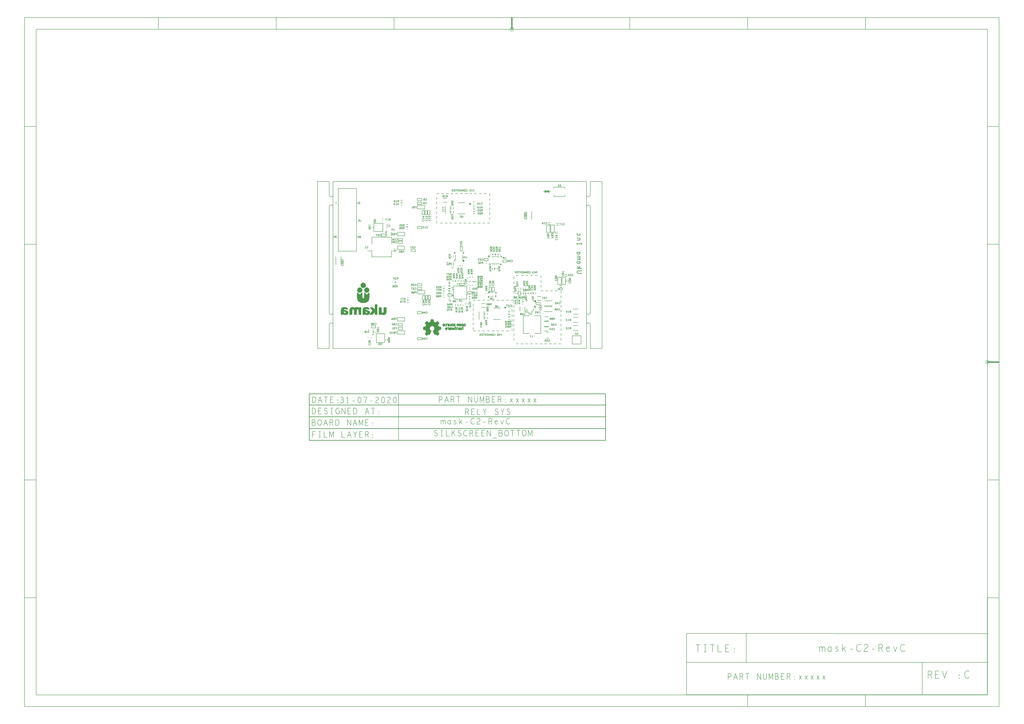
<source format=gbr>
G04 ================== begin FILE IDENTIFICATION RECORD ==================*
G04 Layout Name:  E:/Mask Board/WORK/16-05-22/mask-C2-RevC.brd*
G04 Film Name:    mask-C2-RevC_SSB.gbr*
G04 File Format:  Gerber RS274X*
G04 File Origin:  Cadence Allegro 16.6-P004*
G04 Origin Date:  Mon May 16 22:50:50 2022*
G04 *
G04 Layer:  REF DES/SILKSCREEN_BOTTOM*
G04 Layer:  PACKAGE GEOMETRY/SILKSCREEN_BOTTOM*
G04 Layer:  DRAWING FORMAT/OUTLINE_DATA*
G04 Layer:  BOARD GEOMETRY/OUTLINE*
G04 Layer:  BOARD GEOMETRY/SILKSCREEN_BOTTOM*
G04 *
G04 Offset:    (0.00 0.00)*
G04 Mirror:    No*
G04 Mode:      Positive*
G04 Rotation:  0*
G04 FullContactRelief:  No*
G04 UndefLineWidth:     6.00*
G04 ================== end FILE IDENTIFICATION RECORD ====================*
%FSLAX55Y55*MOIN*%
%IR0*IPPOS*OFA0.00000B0.00000*MIA0B0*SFA1.00000B1.00000*%
%ADD10C,.01*%
%ADD11C,.01575*%
%ADD12C,.01969*%
%ADD13C,.005*%
%ADD14C,.006*%
%ADD15C,.008*%
%ADD16C,.0083*%
%ADD17C,.0059*%
%ADD18C,.00591*%
%ADD19C,.00827*%
%ADD20C,.00598*%
%ADD21C,.00787*%
G75*
%LPD*%
G75*
G36*
G01X205009Y135992D02*
X201071D01*
Y136780D01*
X205009D01*
Y135992D01*
G37*
G36*
G01X234240Y244762D02*
G03I-1462J0D01*
G37*
G36*
G01X293707Y68862D02*
G03I-1462J0D01*
G37*
G36*
G01X366754Y263224D02*
Y265724D01*
X369254D01*
Y266224D01*
X366754D01*
Y268724D01*
X363219Y266231D01*
X363210D01*
Y268724D01*
X363206D01*
Y268731D01*
X362706D01*
Y266231D01*
X359162Y268731D01*
Y266231D01*
X356662D01*
Y265731D01*
X359162D01*
Y263231D01*
X362697Y265724D01*
X362706D01*
Y263231D01*
X362710D01*
Y263224D01*
X363210D01*
Y265724D01*
X366754Y263224D01*
G37*
G54D10*
G01X-40415Y-77276D02*
Y-156476D01*
G01D02*
X387485D01*
G01X-40415Y-136476D02*
X462185D01*
G01X-40415Y-116476D02*
X462185D01*
G01X-40415Y-96476D02*
X462185D01*
G01Y-77276D02*
X-40415D01*
G01X387485Y-156476D02*
X462185D01*
G01X421940Y127080D02*
X416207D01*
X415006Y127480D01*
X414207Y128280D01*
X413940Y129280D01*
X414207Y130280D01*
X415006Y131080D01*
X416207Y131480D01*
X421940D01*
G01X413940Y135580D02*
X421940D01*
G01X419273Y138780D02*
X416207Y135580D01*
G01X417407Y136880D02*
X413940Y138980D01*
G01Y147080D02*
X419273D01*
G01X418340D02*
X418873Y146680D01*
X419140Y146080D01*
X419273Y145380D01*
X419007Y144680D01*
X418473Y144080D01*
X417673Y143680D01*
X416607Y143480D01*
X415540Y143680D01*
X414740Y144080D01*
X414207Y144680D01*
X413940Y145380D01*
X414073Y146080D01*
X414473Y146680D01*
X415006Y147080D01*
G01X413940Y150280D02*
X419273D01*
G01X417807D02*
X418473Y150580D01*
X419007Y151080D01*
X419273Y151780D01*
X419007Y152480D01*
X418473Y152980D01*
X417807Y153280D01*
X413940D01*
G01X417807D02*
X418473Y153580D01*
X419007Y154080D01*
X419273Y154780D01*
X419007Y155480D01*
X418473Y155980D01*
X417673Y156280D01*
X413940D01*
G01Y163080D02*
X419273D01*
G01X418340D02*
X418873Y162680D01*
X419140Y162080D01*
X419273Y161380D01*
X419007Y160680D01*
X418473Y160080D01*
X417673Y159680D01*
X416607Y159480D01*
X415540Y159680D01*
X414740Y160080D01*
X414207Y160680D01*
X413940Y161380D01*
X414073Y162080D01*
X414473Y162680D01*
X415006Y163080D01*
G01X421940Y176080D02*
Y178480D01*
G01Y177280D02*
X413940D01*
G01Y176080D02*
Y178480D01*
G01Y183580D02*
X419273D01*
G01X417940D02*
X418607Y183980D01*
X419140Y184580D01*
X419273Y185380D01*
X419140Y186080D01*
X418607Y186680D01*
X417673Y186980D01*
X413940D01*
G01X418607Y194880D02*
X419140Y194180D01*
X419273Y193580D01*
X419007Y192780D01*
X418473Y192180D01*
X417540Y191780D01*
X416607Y191680D01*
X415673Y191780D01*
X414873Y192180D01*
X414207Y192780D01*
X413940Y193580D01*
X414207Y194280D01*
X414740Y194880D01*
G01X462185Y-156476D02*
Y-77276D01*
G54D20*
G01X60563Y32053D02*
Y26147D01*
G01X67512Y24049D02*
X68496Y23065D01*
X66528D01*
X67512Y24049D01*
G01X68437Y32053D02*
Y26147D01*
G01X90349Y196988D02*
X89365Y196004D01*
Y197972D01*
X90349Y196988D01*
G01X91063Y191047D02*
Y196953D01*
G01X98937Y191047D02*
Y196953D01*
G54D11*
G01X222238Y148611D02*
G03I-787J0D01*
G01X344077Y79418D02*
G03I-786J0D01*
G54D21*
G01X-523241Y-423689D02*
X-503556D01*
G01X-523241Y-223689D02*
X-503556D01*
G01X-523241Y176311D02*
X-503556D01*
G01X-523241Y376311D02*
X-503556D01*
G01Y-588650D02*
Y541271D01*
G01Y-588650D02*
X1110617D01*
G01X-503556Y541271D02*
X1110617D01*
G01X-296469Y560956D02*
Y541271D01*
G01X-96469Y560956D02*
Y541271D01*
G01X103531Y560956D02*
Y541271D01*
G01X306521D02*
G03X300541I-2990J0D01*
G01D02*
G03X306521I2990J0D01*
G01X503531Y560956D02*
Y541271D01*
G01X703531Y-608335D02*
Y-588650D01*
G01Y560956D02*
Y541271D01*
G01X903531Y-608335D02*
Y-588650D01*
G01Y560956D02*
Y541271D01*
G01X1110617Y-588650D02*
Y541271D01*
G01X1130302Y-423689D02*
X1110617D01*
G01X1130302Y-223689D02*
X1110617D01*
G01X1113607Y-23689D02*
G03X1107627I-2990J0D01*
G01D02*
G03X1113607I2990J0D01*
G01X1130302Y176311D02*
X1110617D01*
G01X1130302Y376311D02*
X1110617D01*
G54D12*
G01X303531Y560956D02*
Y541271D01*
G01X1130302Y-23689D02*
X1110617D01*
G54D13*
G01X-6200Y-275D02*
X-26200D01*
Y283133D01*
X-6200D01*
G01Y39972D02*
Y-275D01*
G01X0Y39972D02*
Y29972D01*
G01X-6200Y39972D02*
G02X0I3100J0D01*
G01Y59972D02*
G02X-6200I-3100J0D01*
G01X0D02*
Y69972D01*
G01X-6200Y59972D02*
Y229972D01*
G01X0Y239972D02*
Y229972D01*
G01X-6200Y239972D02*
Y229972D01*
G01Y239972D02*
G02X0I3100J0D01*
G01Y259972D02*
G02X-6200I-3100J0D01*
G01X0D02*
Y269972D01*
G01X-6200Y259972D02*
Y283133D01*
G01X17421Y142099D02*
X17571Y141799D01*
X17671Y141449D01*
Y141049D01*
X17521Y140599D01*
X17271Y140249D01*
X16971Y139999D01*
X16471Y139799D01*
X16021Y139749D01*
X15571Y139849D01*
X15271Y139999D01*
X14971Y140299D01*
X14771Y140649D01*
X14671Y140999D01*
Y141349D01*
X14771Y141699D01*
X14921Y141999D01*
X15121Y142249D01*
G01X17171Y143049D02*
X17471Y143349D01*
X17621Y143699D01*
X17671Y144099D01*
X17571Y144599D01*
X17321Y144949D01*
X17021Y145049D01*
X16721Y144999D01*
X16471Y144799D01*
X15971Y143799D01*
X15621Y143349D01*
X15121Y143049D01*
X14671Y142949D01*
Y145049D01*
G01X16271Y147399D02*
X16421Y147599D01*
X16671Y147749D01*
X17021Y147849D01*
X17321Y147749D01*
X17521Y147549D01*
X17671Y147199D01*
Y145849D01*
X14671D01*
Y147499D01*
X14871Y147849D01*
X15171Y148049D01*
X15521Y148149D01*
X15871Y148049D01*
X16171Y147749D01*
X16271Y147399D01*
Y145849D01*
G01X14671Y149999D02*
X17671D01*
X17071Y149399D01*
G01X14671D02*
Y150599D01*
G01X6800Y188200D02*
X6500Y187850D01*
X6100Y187650D01*
X5650Y187600D01*
X5250Y187650D01*
X4850Y187900D01*
X4600Y188200D01*
X4550Y188500D01*
X4650Y188850D01*
X5000Y189100D01*
X5350Y189200D01*
X5800D01*
G01X5350D02*
X5050Y189350D01*
X4800Y189600D01*
X4700Y189900D01*
X4800Y190200D01*
X5050Y190450D01*
X5500Y190600D01*
X5950Y190550D01*
X6400Y190350D01*
G01X2700Y190600D02*
X3100Y190500D01*
X3400Y190250D01*
X3600Y189950D01*
X3750Y189550D01*
X3800Y189100D01*
X3750Y188650D01*
X3600Y188250D01*
X3400Y187950D01*
X3100Y187700D01*
X2700Y187600D01*
X2300Y187700D01*
X2000Y187950D01*
X1800Y188250D01*
X1650Y188650D01*
X1600Y189100D01*
X1650Y189550D01*
X1800Y189950D01*
X2000Y190250D01*
X2300Y190500D01*
X2700Y190600D01*
G01X5200Y245600D02*
Y248600D01*
X5800Y248000D01*
G01Y245600D02*
X4600D01*
G01X47150Y188650D02*
X46800Y189000D01*
X46500Y189200D01*
X46100Y189300D01*
X45750Y189200D01*
X45500Y189000D01*
X45300Y188700D01*
X45250Y188350D01*
X45300Y188050D01*
X45500Y187750D01*
X45800Y187500D01*
X46150Y187400D01*
X46550Y187500D01*
X46900Y187800D01*
X47100Y188250D01*
X47150Y188750D01*
X47050Y189400D01*
X46900Y189750D01*
X46650Y190100D01*
X46300Y190350D01*
X45950Y190400D01*
X45600Y190300D01*
X45350Y190050D01*
G01X43200Y190400D02*
X43600Y190300D01*
X43900Y190050D01*
X44100Y189750D01*
X44250Y189350D01*
X44300Y188900D01*
X44250Y188450D01*
X44100Y188050D01*
X43900Y187750D01*
X43600Y187500D01*
X43200Y187400D01*
X42800Y187500D01*
X42500Y187750D01*
X42300Y188050D01*
X42150Y188450D01*
X42100Y188900D01*
X42150Y189350D01*
X42300Y189750D01*
X42500Y190050D01*
X42800Y190300D01*
X43200Y190400D01*
G01X48100Y216000D02*
X47850Y215700D01*
X47550Y215500D01*
X47200Y215400D01*
X46800Y215500D01*
X46500Y215700D01*
X46200Y216000D01*
X46100Y216400D01*
Y218400D01*
G01X43500Y215400D02*
Y218400D01*
X45350Y216250D01*
X42850D01*
G01X46500Y245700D02*
X46200Y245350D01*
X45800Y245150D01*
X45350Y245100D01*
X44950Y245150D01*
X44550Y245400D01*
X44300Y245700D01*
X44250Y246000D01*
X44350Y246350D01*
X44700Y246600D01*
X45050Y246700D01*
X45500D01*
G01X45050D02*
X44750Y246850D01*
X44500Y247100D01*
X44400Y247400D01*
X44500Y247700D01*
X44750Y247950D01*
X45200Y248100D01*
X45650Y248050D01*
X46100Y247850D01*
G01X42400Y245100D02*
Y248100D01*
X43000Y247500D01*
G01Y245100D02*
X41800D01*
G01X63250Y7100D02*
X63400Y6800D01*
X63500Y6450D01*
Y6050D01*
X63350Y5600D01*
X63100Y5250D01*
X62800Y5000D01*
X62300Y4800D01*
X61850Y4750D01*
X61400Y4850D01*
X61100Y5000D01*
X60800Y5300D01*
X60600Y5650D01*
X60500Y6000D01*
Y6350D01*
X60600Y6700D01*
X60750Y7000D01*
X60950Y7250D01*
G01Y7900D02*
X60700Y8200D01*
X60550Y8550D01*
X60500Y9000D01*
X60600Y9450D01*
X60800Y9800D01*
X61150Y10050D01*
X61550Y10100D01*
X61950Y10000D01*
X62200Y9750D01*
X62400Y9400D01*
X62450Y9050D01*
X62400Y8700D01*
X62200Y8250D01*
X63500Y8400D01*
Y9750D01*
G01X61750Y11050D02*
X62100Y11400D01*
X62300Y11700D01*
X62400Y12100D01*
X62300Y12450D01*
X62100Y12700D01*
X61800Y12900D01*
X61450Y12950D01*
X61150Y12900D01*
X60850Y12700D01*
X60600Y12400D01*
X60500Y12050D01*
X60600Y11650D01*
X60900Y11300D01*
X61350Y11100D01*
X61850Y11050D01*
X62500Y11150D01*
X62850Y11300D01*
X63200Y11550D01*
X63450Y11900D01*
X63500Y12250D01*
X63400Y12600D01*
X63150Y12850D01*
G01X59200Y29400D02*
Y27250D01*
X59000Y26800D01*
X58600Y26500D01*
X58100Y26400D01*
X57600Y26500D01*
X57200Y26800D01*
X57000Y27250D01*
Y29400D01*
G01X55950Y26750D02*
X55600Y26500D01*
X55200Y26400D01*
X54800Y26500D01*
X54450Y26800D01*
X54200Y27250D01*
X54100Y27700D01*
Y28250D01*
X54200Y28700D01*
X54450Y29100D01*
X54750Y29300D01*
X55100Y29400D01*
X55500Y29300D01*
X55800Y29100D01*
X56000Y28800D01*
X56100Y28400D01*
X56000Y28050D01*
X55750Y27700D01*
X55450Y27500D01*
X55100Y27450D01*
X54700Y27550D01*
X54400Y27800D01*
X54100Y28250D01*
G01X56840Y172530D02*
X57140Y172680D01*
X57490Y172780D01*
X57890D01*
X58340Y172630D01*
X58690Y172380D01*
X58940Y172080D01*
X59140Y171580D01*
X59190Y171130D01*
X59090Y170680D01*
X58940Y170380D01*
X58640Y170080D01*
X58290Y169880D01*
X57940Y169780D01*
X57590D01*
X57240Y169880D01*
X56940Y170030D01*
X56690Y170230D01*
G01X54940Y169780D02*
Y172780D01*
X55540Y172180D01*
G01Y169780D02*
X54340D01*
G01X60785Y201883D02*
X63785D01*
Y203133D01*
X63635Y203533D01*
X63435Y203783D01*
X63035Y203883D01*
X62635Y203783D01*
X62385Y203483D01*
X62235Y203133D01*
Y201883D01*
G01Y203133D02*
X60785Y203883D01*
G01X63285Y204933D02*
X63585Y205233D01*
X63735Y205583D01*
X63785Y205983D01*
X63685Y206483D01*
X63435Y206833D01*
X63135Y206933D01*
X62835Y206883D01*
X62585Y206683D01*
X62085Y205683D01*
X61735Y205233D01*
X61235Y204933D01*
X60785Y204833D01*
Y206933D01*
G01Y208883D02*
X63785D01*
X63185Y208283D01*
G01X60785D02*
Y209483D01*
G01X81500Y5500D02*
X81900Y5550D01*
X82250Y5750D01*
X82550Y6050D01*
X82750Y6400D01*
X82850Y6800D01*
Y7200D01*
X82750Y7600D01*
X82550Y7950D01*
X82250Y8250D01*
X81900Y8450D01*
X81500Y8500D01*
X81100Y8450D01*
X80750Y8250D01*
X80450Y7950D01*
X80250Y7600D01*
X80150Y7200D01*
Y6800D01*
X80250Y6400D01*
X80450Y6050D01*
X80750Y5750D01*
X81100Y5550D01*
X81500Y5500D01*
G01X81100Y6300D02*
X80500Y5500D01*
G01X79600Y6100D02*
X79300Y5750D01*
X78900Y5550D01*
X78450Y5500D01*
X78050Y5550D01*
X77650Y5800D01*
X77400Y6100D01*
X77350Y6400D01*
X77450Y6750D01*
X77800Y7000D01*
X78150Y7100D01*
X78600D01*
G01X78150D02*
X77850Y7250D01*
X77600Y7500D01*
X77500Y7800D01*
X77600Y8100D01*
X77850Y8350D01*
X78300Y8500D01*
X78750Y8450D01*
X79200Y8250D01*
G01X74700Y27500D02*
X77700D01*
Y28750D01*
X77550Y29150D01*
X77350Y29400D01*
X76950Y29500D01*
X76550Y29400D01*
X76300Y29100D01*
X76150Y28750D01*
Y27500D01*
G01Y28750D02*
X74700Y29500D01*
G01Y31500D02*
X74750Y31850D01*
X74900Y32250D01*
X75150Y32500D01*
X75500Y32600D01*
X75850Y32500D01*
X76150Y32200D01*
X76300Y31750D01*
Y31250D01*
X76400Y30950D01*
X76650Y30700D01*
X77000Y30600D01*
X77350Y30750D01*
X77600Y31100D01*
X77700Y31500D01*
X77600Y31900D01*
X77350Y32250D01*
X77000Y32400D01*
X76650Y32300D01*
X76400Y32050D01*
X76300Y31750D01*
Y31250D01*
X76150Y30800D01*
X75850Y30500D01*
X75500Y30400D01*
X75150Y30500D01*
X74900Y30750D01*
X74750Y31150D01*
X74700Y31500D01*
G01Y34400D02*
X75350Y34500D01*
X75900Y34650D01*
X76400Y34850D01*
X76950Y35100D01*
X77700Y35500D01*
Y33500D01*
G01X71100Y42350D02*
X71400Y42500D01*
X71750Y42600D01*
X72150D01*
X72600Y42450D01*
X72950Y42200D01*
X73200Y41900D01*
X73400Y41400D01*
X73450Y40950D01*
X73350Y40500D01*
X73200Y40200D01*
X72900Y39900D01*
X72550Y39700D01*
X72200Y39600D01*
X71850D01*
X71500Y39700D01*
X71200Y39850D01*
X70950Y40050D01*
G01X70300D02*
X70000Y39800D01*
X69650Y39650D01*
X69200Y39600D01*
X68750Y39700D01*
X68400Y39900D01*
X68150Y40250D01*
X68100Y40650D01*
X68200Y41050D01*
X68450Y41300D01*
X68800Y41500D01*
X69150Y41550D01*
X69500Y41500D01*
X69950Y41300D01*
X69800Y42600D01*
X68450D01*
G01X66200Y39600D02*
X65850Y39650D01*
X65450Y39800D01*
X65200Y40050D01*
X65100Y40400D01*
X65200Y40750D01*
X65500Y41050D01*
X65950Y41200D01*
X66450D01*
X66750Y41300D01*
X67000Y41550D01*
X67100Y41900D01*
X66950Y42250D01*
X66600Y42500D01*
X66200Y42600D01*
X65800Y42500D01*
X65450Y42250D01*
X65300Y41900D01*
X65400Y41550D01*
X65650Y41300D01*
X65950Y41200D01*
X66450D01*
X66900Y41050D01*
X67200Y40750D01*
X67300Y40400D01*
X67200Y40050D01*
X66950Y39800D01*
X66550Y39650D01*
X66200Y39600D01*
G01X79000Y193150D02*
X79300Y193300D01*
X79650Y193400D01*
X80050D01*
X80500Y193250D01*
X80850Y193000D01*
X81100Y192700D01*
X81300Y192200D01*
X81350Y191750D01*
X81250Y191300D01*
X81100Y191000D01*
X80800Y190700D01*
X80450Y190500D01*
X80100Y190400D01*
X79750D01*
X79400Y190500D01*
X79100Y190650D01*
X78850Y190850D01*
G01X78200D02*
X77900Y190600D01*
X77550Y190450D01*
X77100Y190400D01*
X76650Y190500D01*
X76300Y190700D01*
X76050Y191050D01*
X76000Y191450D01*
X76100Y191850D01*
X76350Y192100D01*
X76700Y192300D01*
X77050Y192350D01*
X77400Y192300D01*
X77850Y192100D01*
X77700Y193400D01*
X76350D01*
G01X74200Y190400D02*
X74100Y191050D01*
X73950Y191600D01*
X73750Y192100D01*
X73500Y192650D01*
X73100Y193400D01*
X75100D01*
G01X69694Y214517D02*
X69744Y214117D01*
X69944Y213767D01*
X70244Y213467D01*
X70594Y213267D01*
X70994Y213167D01*
X71394D01*
X71794Y213267D01*
X72144Y213467D01*
X72444Y213767D01*
X72644Y214117D01*
X72694Y214517D01*
X72644Y214917D01*
X72444Y215267D01*
X72144Y215567D01*
X71794Y215767D01*
X71394Y215867D01*
X70994D01*
X70594Y215767D01*
X70244Y215567D01*
X69944Y215267D01*
X69744Y214917D01*
X69694Y214517D01*
G01X70494Y214917D02*
X69694Y215517D01*
G01X72194Y216567D02*
X72494Y216867D01*
X72644Y217217D01*
X72694Y217617D01*
X72594Y218117D01*
X72344Y218467D01*
X72044Y218567D01*
X71744Y218517D01*
X71494Y218317D01*
X70994Y217317D01*
X70644Y216867D01*
X70144Y216567D01*
X69694Y216467D01*
Y218567D01*
G01X93500Y10000D02*
X96500D01*
Y11250D01*
X96350Y11650D01*
X96150Y11900D01*
X95750Y12000D01*
X95350Y11900D01*
X95100Y11600D01*
X94950Y11250D01*
Y10000D01*
G01Y11250D02*
X93500Y12000D01*
G01Y14000D02*
X93550Y14350D01*
X93700Y14750D01*
X93950Y15000D01*
X94300Y15100D01*
X94650Y15000D01*
X94950Y14700D01*
X95100Y14250D01*
Y13750D01*
X95200Y13450D01*
X95450Y13200D01*
X95800Y13100D01*
X96150Y13250D01*
X96400Y13600D01*
X96500Y14000D01*
X96400Y14400D01*
X96150Y14750D01*
X95800Y14900D01*
X95450Y14800D01*
X95200Y14550D01*
X95100Y14250D01*
Y13750D01*
X94950Y13300D01*
X94650Y13000D01*
X94300Y12900D01*
X93950Y13000D01*
X93700Y13250D01*
X93550Y13650D01*
X93500Y14000D01*
G01Y17000D02*
X93550Y17350D01*
X93700Y17750D01*
X93950Y18000D01*
X94300Y18100D01*
X94650Y18000D01*
X94950Y17700D01*
X95100Y17250D01*
Y16750D01*
X95200Y16450D01*
X95450Y16200D01*
X95800Y16100D01*
X96150Y16250D01*
X96400Y16600D01*
X96500Y17000D01*
X96400Y17400D01*
X96150Y17750D01*
X95800Y17900D01*
X95450Y17800D01*
X95200Y17550D01*
X95100Y17250D01*
Y16750D01*
X94950Y16300D01*
X94650Y16000D01*
X94300Y15900D01*
X93950Y16000D01*
X93700Y16250D01*
X93550Y16650D01*
X93500Y17000D01*
G01X107750Y24700D02*
Y27700D01*
X105850D01*
G01X106550Y26250D02*
X107750D01*
G01X103400Y26300D02*
X103200Y26450D01*
X103050Y26700D01*
X102950Y27050D01*
X103050Y27350D01*
X103250Y27550D01*
X103600Y27700D01*
X104950D01*
Y24700D01*
X103300D01*
X102950Y24900D01*
X102750Y25200D01*
X102650Y25550D01*
X102750Y25900D01*
X103050Y26200D01*
X103400Y26300D01*
X104950D01*
G01X100800Y24700D02*
Y27700D01*
X101400Y27100D01*
G01Y24700D02*
X100200D01*
G01X97800Y27700D02*
X98200Y27600D01*
X98500Y27350D01*
X98700Y27050D01*
X98850Y26650D01*
X98900Y26200D01*
X98850Y25750D01*
X98700Y25350D01*
X98500Y25050D01*
X98200Y24800D01*
X97800Y24700D01*
X97400Y24800D01*
X97100Y25050D01*
X96900Y25350D01*
X96750Y25750D01*
X96700Y26200D01*
X96750Y26650D01*
X96900Y27050D01*
X97100Y27350D01*
X97400Y27600D01*
X97800Y27700D01*
G01X94300Y208933D02*
X94600Y209093D01*
X94950Y209200D01*
X95350D01*
X95800Y209040D01*
X96150Y208773D01*
X96400Y208453D01*
X96600Y207920D01*
X96650Y207440D01*
X96550Y206960D01*
X96400Y206640D01*
X96100Y206320D01*
X95750Y206107D01*
X95400Y206000D01*
X95050D01*
X94700Y206107D01*
X94400Y206267D01*
X94150Y206480D01*
G01X92300Y206000D02*
X92200Y206693D01*
X92050Y207280D01*
X91850Y207813D01*
X91600Y208400D01*
X91200Y209200D01*
X93200D01*
G01X97300Y216800D02*
Y219800D01*
X96050D01*
X95650Y219650D01*
X95400Y219450D01*
X95300Y219050D01*
X95400Y218650D01*
X95700Y218400D01*
X96050Y218250D01*
X97300D01*
G01X96050D02*
X95300Y216800D01*
G01X93300D02*
Y219800D01*
X93900Y219200D01*
G01Y216800D02*
X92700D01*
G01X90400D02*
X90300Y217450D01*
X90150Y218000D01*
X89950Y218500D01*
X89700Y219050D01*
X89300Y219800D01*
X91300D01*
G01X106100Y35050D02*
X106400Y35200D01*
X106750Y35300D01*
X107150D01*
X107600Y35150D01*
X107950Y34900D01*
X108200Y34600D01*
X108400Y34100D01*
X108450Y33650D01*
X108350Y33200D01*
X108200Y32900D01*
X107900Y32600D01*
X107550Y32400D01*
X107200Y32300D01*
X106850D01*
X106500Y32400D01*
X106200Y32550D01*
X105950Y32750D01*
G01X105300D02*
X105000Y32500D01*
X104650Y32350D01*
X104200Y32300D01*
X103750Y32400D01*
X103400Y32600D01*
X103150Y32950D01*
X103100Y33350D01*
X103200Y33750D01*
X103450Y34000D01*
X103800Y34200D01*
X104150Y34250D01*
X104500Y34200D01*
X104950Y34000D01*
X104800Y35300D01*
X103450D01*
G01X101200Y32300D02*
Y35300D01*
X101800Y34700D01*
G01Y32300D02*
X100600D01*
G01X106300Y41850D02*
X106600Y42000D01*
X106950Y42100D01*
X107350D01*
X107800Y41950D01*
X108150Y41700D01*
X108400Y41400D01*
X108600Y40900D01*
X108650Y40450D01*
X108550Y40000D01*
X108400Y39700D01*
X108100Y39400D01*
X107750Y39200D01*
X107400Y39100D01*
X107050D01*
X106700Y39200D01*
X106400Y39350D01*
X106150Y39550D01*
G01X105500D02*
X105200Y39300D01*
X104850Y39150D01*
X104400Y39100D01*
X103950Y39200D01*
X103600Y39400D01*
X103350Y39750D01*
X103300Y40150D01*
X103400Y40550D01*
X103650Y40800D01*
X104000Y41000D01*
X104350Y41050D01*
X104700Y41000D01*
X105150Y40800D01*
X105000Y42100D01*
X103650D01*
G01X101400D02*
X101800Y42000D01*
X102100Y41750D01*
X102300Y41450D01*
X102450Y41050D01*
X102500Y40600D01*
X102450Y40150D01*
X102300Y39750D01*
X102100Y39450D01*
X101800Y39200D01*
X101400Y39100D01*
X101000Y39200D01*
X100700Y39450D01*
X100500Y39750D01*
X100350Y40150D01*
X100300Y40600D01*
X100350Y41050D01*
X100500Y41450D01*
X100700Y41750D01*
X101000Y42000D01*
X101400Y42100D01*
G01X107650Y48200D02*
Y51200D01*
X105750D01*
G01X106450Y49750D02*
X107650D01*
G01X103300Y49800D02*
X103100Y49950D01*
X102950Y50200D01*
X102850Y50550D01*
X102950Y50850D01*
X103150Y51050D01*
X103500Y51200D01*
X104850D01*
Y48200D01*
X103200D01*
X102850Y48400D01*
X102650Y48700D01*
X102550Y49050D01*
X102650Y49400D01*
X102950Y49700D01*
X103300Y49800D01*
X104850D01*
G01X101550Y48550D02*
X101200Y48300D01*
X100800Y48200D01*
X100400Y48300D01*
X100050Y48600D01*
X99800Y49050D01*
X99700Y49500D01*
Y50050D01*
X99800Y50500D01*
X100050Y50900D01*
X100350Y51100D01*
X100700Y51200D01*
X101100Y51100D01*
X101400Y50900D01*
X101600Y50600D01*
X101700Y50200D01*
X101600Y49850D01*
X101350Y49500D01*
X101050Y49300D01*
X100700Y49250D01*
X100300Y49350D01*
X100000Y49600D01*
X99700Y50050D01*
G01X109400Y103500D02*
Y106500D01*
X108150D01*
X107750Y106350D01*
X107500Y106150D01*
X107400Y105750D01*
X107500Y105350D01*
X107800Y105100D01*
X108150Y104950D01*
X109400D01*
G01X108150D02*
X107400Y103500D01*
G01X106500Y104100D02*
X106200Y103750D01*
X105800Y103550D01*
X105350Y103500D01*
X104950Y103550D01*
X104550Y103800D01*
X104300Y104100D01*
X104250Y104400D01*
X104350Y104750D01*
X104700Y105000D01*
X105050Y105100D01*
X105500D01*
G01X105050D02*
X104750Y105250D01*
X104500Y105500D01*
X104400Y105800D01*
X104500Y106100D01*
X104750Y106350D01*
X105200Y106500D01*
X105650Y106450D01*
X106100Y106250D01*
G01X102400Y103500D02*
X102050Y103550D01*
X101650Y103700D01*
X101400Y103950D01*
X101300Y104300D01*
X101400Y104650D01*
X101700Y104950D01*
X102150Y105100D01*
X102650D01*
X102950Y105200D01*
X103200Y105450D01*
X103300Y105800D01*
X103150Y106150D01*
X102800Y106400D01*
X102400Y106500D01*
X102000Y106400D01*
X101650Y106150D01*
X101500Y105800D01*
X101600Y105450D01*
X101850Y105200D01*
X102150Y105100D01*
X102650D01*
X103100Y104950D01*
X103400Y104650D01*
X103500Y104300D01*
X103400Y103950D01*
X103150Y103700D01*
X102750Y103550D01*
X102400Y103500D01*
G01X110200Y116900D02*
Y119900D01*
X108950D01*
X108550Y119750D01*
X108300Y119550D01*
X108200Y119150D01*
X108300Y118750D01*
X108600Y118500D01*
X108950Y118350D01*
X110200D01*
G01X108950D02*
X108200Y116900D01*
G01X107300Y117500D02*
X107000Y117150D01*
X106600Y116950D01*
X106150Y116900D01*
X105750Y116950D01*
X105350Y117200D01*
X105100Y117500D01*
X105050Y117800D01*
X105150Y118150D01*
X105500Y118400D01*
X105850Y118500D01*
X106300D01*
G01X105850D02*
X105550Y118650D01*
X105300Y118900D01*
X105200Y119200D01*
X105300Y119500D01*
X105550Y119750D01*
X106000Y119900D01*
X106450Y119850D01*
X106900Y119650D01*
G01X103300Y116900D02*
X103200Y117550D01*
X103050Y118100D01*
X102850Y118600D01*
X102600Y119150D01*
X102200Y119900D01*
X104200D01*
G01X120400Y162320D02*
Y165320D01*
X118500D01*
G01X119200Y163870D02*
X120400D01*
G01X116050Y163920D02*
X115850Y164070D01*
X115700Y164320D01*
X115600Y164670D01*
X115700Y164970D01*
X115900Y165170D01*
X116250Y165320D01*
X117600D01*
Y162320D01*
X115950D01*
X115600Y162520D01*
X115400Y162820D01*
X115300Y163170D01*
X115400Y163520D01*
X115700Y163820D01*
X116050Y163920D01*
X117600D01*
G01X114550Y162770D02*
X114250Y162520D01*
X113900Y162370D01*
X113450Y162320D01*
X113000Y162420D01*
X112650Y162620D01*
X112400Y162970D01*
X112350Y163370D01*
X112450Y163770D01*
X112700Y164020D01*
X113050Y164220D01*
X113400Y164270D01*
X113750Y164220D01*
X114200Y164020D01*
X114050Y165320D01*
X112700D01*
G01X107200Y185950D02*
X107500Y186100D01*
X107850Y186200D01*
X108250D01*
X108700Y186050D01*
X109050Y185800D01*
X109300Y185500D01*
X109500Y185000D01*
X109550Y184550D01*
X109450Y184100D01*
X109300Y183800D01*
X109000Y183500D01*
X108650Y183300D01*
X108300Y183200D01*
X107950D01*
X107600Y183300D01*
X107300Y183450D01*
X107050Y183650D01*
G01X105300Y183200D02*
Y186200D01*
X105900Y185600D01*
G01Y183200D02*
X104700D01*
G01X102300D02*
X101950Y183250D01*
X101550Y183400D01*
X101300Y183650D01*
X101200Y184000D01*
X101300Y184350D01*
X101600Y184650D01*
X102050Y184800D01*
X102550D01*
X102850Y184900D01*
X103100Y185150D01*
X103200Y185500D01*
X103050Y185850D01*
X102700Y186100D01*
X102300Y186200D01*
X101900Y186100D01*
X101550Y185850D01*
X101400Y185500D01*
X101500Y185150D01*
X101750Y184900D01*
X102050Y184800D01*
X102550D01*
X103000Y184650D01*
X103300Y184350D01*
X103400Y184000D01*
X103300Y183650D01*
X103050Y183400D01*
X102650Y183250D01*
X102300Y183200D01*
G01X107080Y181442D02*
X107380Y181592D01*
X107730Y181692D01*
X108130D01*
X108580Y181542D01*
X108930Y181292D01*
X109180Y180992D01*
X109380Y180492D01*
X109430Y180042D01*
X109330Y179592D01*
X109180Y179292D01*
X108880Y178992D01*
X108530Y178792D01*
X108180Y178692D01*
X107830D01*
X107480Y178792D01*
X107180Y178942D01*
X106930Y179142D01*
G01X106130Y181192D02*
X105830Y181492D01*
X105480Y181642D01*
X105080Y181692D01*
X104580Y181592D01*
X104230Y181342D01*
X104130Y181042D01*
X104180Y180742D01*
X104380Y180492D01*
X105380Y179992D01*
X105830Y179642D01*
X106130Y179142D01*
X106230Y178692D01*
X104130D01*
G01X102180Y181692D02*
X102580Y181592D01*
X102880Y181342D01*
X103080Y181042D01*
X103230Y180642D01*
X103280Y180192D01*
X103230Y179742D01*
X103080Y179342D01*
X102880Y179042D01*
X102580Y178792D01*
X102180Y178692D01*
X101780Y178792D01*
X101480Y179042D01*
X101280Y179342D01*
X101130Y179742D01*
X101080Y180192D01*
X101130Y180642D01*
X101280Y181042D01*
X101480Y181342D01*
X101780Y181592D01*
X102180Y181692D01*
G01X121100Y207000D02*
Y210000D01*
X119850D01*
X119450Y209850D01*
X119200Y209650D01*
X119100Y209250D01*
X119200Y208850D01*
X119500Y208600D01*
X119850Y208450D01*
X121100D01*
G01X119850D02*
X119100Y207000D01*
G01X118050Y209500D02*
X117750Y209800D01*
X117400Y209950D01*
X117000Y210000D01*
X116500Y209900D01*
X116150Y209650D01*
X116050Y209350D01*
X116100Y209050D01*
X116300Y208800D01*
X117300Y208300D01*
X117750Y207950D01*
X118050Y207450D01*
X118150Y207000D01*
X116050D01*
G01X115200Y207450D02*
X114900Y207200D01*
X114550Y207050D01*
X114100Y207000D01*
X113650Y207100D01*
X113300Y207300D01*
X113050Y207650D01*
X113000Y208050D01*
X113100Y208450D01*
X113350Y208700D01*
X113700Y208900D01*
X114050Y208950D01*
X114400Y208900D01*
X114850Y208700D01*
X114700Y210000D01*
X113350D01*
G01X121000Y202400D02*
Y205400D01*
X119750D01*
X119350Y205250D01*
X119100Y205050D01*
X119000Y204650D01*
X119100Y204250D01*
X119400Y204000D01*
X119750Y203850D01*
X121000D01*
G01X119750D02*
X119000Y202400D01*
G01X117950Y204900D02*
X117650Y205200D01*
X117300Y205350D01*
X116900Y205400D01*
X116400Y205300D01*
X116050Y205050D01*
X115950Y204750D01*
X116000Y204450D01*
X116200Y204200D01*
X117200Y203700D01*
X117650Y203350D01*
X117950Y202850D01*
X118050Y202400D01*
X115950D01*
G01X114950Y203650D02*
X114600Y204000D01*
X114300Y204200D01*
X113900Y204300D01*
X113550Y204200D01*
X113300Y204000D01*
X113100Y203700D01*
X113050Y203350D01*
X113100Y203050D01*
X113300Y202750D01*
X113600Y202500D01*
X113950Y202400D01*
X114350Y202500D01*
X114700Y202800D01*
X114900Y203250D01*
X114950Y203750D01*
X114850Y204400D01*
X114700Y204750D01*
X114450Y205100D01*
X114100Y205350D01*
X113750Y205400D01*
X113400Y205300D01*
X113150Y205050D01*
G01X108050Y192000D02*
Y195000D01*
X106150D01*
G01X106850Y193550D02*
X108050D01*
G01X103700Y193600D02*
X103500Y193750D01*
X103350Y194000D01*
X103250Y194350D01*
X103350Y194650D01*
X103550Y194850D01*
X103900Y195000D01*
X105250D01*
Y192000D01*
X103600D01*
X103250Y192200D01*
X103050Y192500D01*
X102950Y192850D01*
X103050Y193200D01*
X103350Y193500D01*
X103700Y193600D01*
X105250D01*
G01X102050Y194500D02*
X101750Y194800D01*
X101400Y194950D01*
X101000Y195000D01*
X100500Y194900D01*
X100150Y194650D01*
X100050Y194350D01*
X100100Y194050D01*
X100300Y193800D01*
X101300Y193300D01*
X101750Y192950D01*
X102050Y192450D01*
X102150Y192000D01*
X100050D01*
G01X104100Y203000D02*
Y200850D01*
X103900Y200400D01*
X103500Y200100D01*
X103000Y200000D01*
X102500Y200100D01*
X102100Y200400D01*
X101900Y200850D01*
Y203000D01*
G01X100000Y200000D02*
Y203000D01*
X100600Y202400D01*
G01Y200000D02*
X99400D01*
G01X111680Y247870D02*
Y250870D01*
X110430D01*
X110030Y250720D01*
X109780Y250520D01*
X109680Y250120D01*
X109780Y249720D01*
X110080Y249470D01*
X110430Y249320D01*
X111680D01*
G01X110430D02*
X109680Y247870D01*
G01X107680D02*
Y250870D01*
X108280Y250270D01*
G01Y247870D02*
X107080D01*
G01X105630Y249120D02*
X105280Y249470D01*
X104980Y249670D01*
X104580Y249770D01*
X104230Y249670D01*
X103980Y249470D01*
X103780Y249170D01*
X103730Y248820D01*
X103780Y248520D01*
X103980Y248220D01*
X104280Y247970D01*
X104630Y247870D01*
X105030Y247970D01*
X105380Y248270D01*
X105580Y248720D01*
X105630Y249220D01*
X105530Y249870D01*
X105380Y250220D01*
X105130Y250570D01*
X104780Y250820D01*
X104430Y250870D01*
X104080Y250770D01*
X103830Y250520D01*
G01X111230Y242840D02*
Y245840D01*
X109980D01*
X109580Y245690D01*
X109330Y245490D01*
X109230Y245090D01*
X109330Y244690D01*
X109630Y244440D01*
X109980Y244290D01*
X111230D01*
G01X109980D02*
X109230Y242840D01*
G01X107230D02*
Y245840D01*
X107830Y245240D01*
G01Y242840D02*
X106630D01*
G01X105330Y243290D02*
X105030Y243040D01*
X104680Y242890D01*
X104230Y242840D01*
X103780Y242940D01*
X103430Y243140D01*
X103180Y243490D01*
X103130Y243890D01*
X103230Y244290D01*
X103480Y244540D01*
X103830Y244740D01*
X104180Y244790D01*
X104530Y244740D01*
X104980Y244540D01*
X104830Y245840D01*
X103480D01*
G01X122500Y77500D02*
Y80500D01*
X121250D01*
X120850Y80350D01*
X120600Y80150D01*
X120500Y79750D01*
X120600Y79350D01*
X120900Y79100D01*
X121250Y78950D01*
X122500D01*
G01X121250D02*
X120500Y77500D01*
G01X118600D02*
X118500Y78150D01*
X118350Y78700D01*
X118150Y79200D01*
X117900Y79750D01*
X117500Y80500D01*
X119500D01*
G01X114900Y77500D02*
Y80500D01*
X116750Y78350D01*
X114250D01*
G01X122500Y82000D02*
Y85000D01*
X121250D01*
X120850Y84850D01*
X120600Y84650D01*
X120500Y84250D01*
X120600Y83850D01*
X120900Y83600D01*
X121250Y83450D01*
X122500D01*
G01X121250D02*
X120500Y82000D01*
G01X118600D02*
X118500Y82650D01*
X118350Y83200D01*
X118150Y83700D01*
X117900Y84250D01*
X117500Y85000D01*
X119500D01*
G01X115500Y82000D02*
Y85000D01*
X116100Y84400D01*
G01Y82000D02*
X114900D01*
G01X141350Y93100D02*
Y96100D01*
X139450D01*
G01X140150Y94650D02*
X141350D01*
G01X137000Y94700D02*
X136800Y94850D01*
X136650Y95100D01*
X136550Y95450D01*
X136650Y95750D01*
X136850Y95950D01*
X137200Y96100D01*
X138550D01*
Y93100D01*
X136900D01*
X136550Y93300D01*
X136350Y93600D01*
X136250Y93950D01*
X136350Y94300D01*
X136650Y94600D01*
X137000Y94700D01*
X138550D01*
G01X134400Y93100D02*
X134050Y93150D01*
X133650Y93300D01*
X133400Y93550D01*
X133300Y93900D01*
X133400Y94250D01*
X133700Y94550D01*
X134150Y94700D01*
X134650D01*
X134950Y94800D01*
X135200Y95050D01*
X135300Y95400D01*
X135150Y95750D01*
X134800Y96000D01*
X134400Y96100D01*
X134000Y96000D01*
X133650Y95750D01*
X133500Y95400D01*
X133600Y95050D01*
X133850Y94800D01*
X134150Y94700D01*
X134650D01*
X135100Y94550D01*
X135400Y94250D01*
X135500Y93900D01*
X135400Y93550D01*
X135150Y93300D01*
X134750Y93150D01*
X134400Y93100D01*
G01X138600Y108750D02*
X138900Y108900D01*
X139250Y109000D01*
X139650D01*
X140100Y108850D01*
X140450Y108600D01*
X140700Y108300D01*
X140900Y107800D01*
X140950Y107350D01*
X140850Y106900D01*
X140700Y106600D01*
X140400Y106300D01*
X140050Y106100D01*
X139700Y106000D01*
X139350D01*
X139000Y106100D01*
X138700Y106250D01*
X138450Y106450D01*
G01X137650Y108500D02*
X137350Y108800D01*
X137000Y108950D01*
X136600Y109000D01*
X136100Y108900D01*
X135750Y108650D01*
X135650Y108350D01*
X135700Y108050D01*
X135900Y107800D01*
X136900Y107300D01*
X137350Y106950D01*
X137650Y106450D01*
X137750Y106000D01*
X135650D01*
G01X134650Y107250D02*
X134300Y107600D01*
X134000Y107800D01*
X133600Y107900D01*
X133250Y107800D01*
X133000Y107600D01*
X132800Y107300D01*
X132750Y106950D01*
X132800Y106650D01*
X133000Y106350D01*
X133300Y106100D01*
X133650Y106000D01*
X134050Y106100D01*
X134400Y106400D01*
X134600Y106850D01*
X134650Y107350D01*
X134550Y108000D01*
X134400Y108350D01*
X134150Y108700D01*
X133800Y108950D01*
X133450Y109000D01*
X133100Y108900D01*
X132850Y108650D01*
G01X138600Y102450D02*
X138900Y102600D01*
X139250Y102700D01*
X139650D01*
X140100Y102550D01*
X140450Y102300D01*
X140700Y102000D01*
X140900Y101500D01*
X140950Y101050D01*
X140850Y100600D01*
X140700Y100300D01*
X140400Y100000D01*
X140050Y99800D01*
X139700Y99700D01*
X139350D01*
X139000Y99800D01*
X138700Y99950D01*
X138450Y100150D01*
G01X137650Y102200D02*
X137350Y102500D01*
X137000Y102650D01*
X136600Y102700D01*
X136100Y102600D01*
X135750Y102350D01*
X135650Y102050D01*
X135700Y101750D01*
X135900Y101500D01*
X136900Y101000D01*
X137350Y100650D01*
X137650Y100150D01*
X137750Y99700D01*
X135650D01*
G01X133800D02*
X133700Y100350D01*
X133550Y100900D01*
X133350Y101400D01*
X133100Y101950D01*
X132700Y102700D01*
X134700D01*
G01X137280Y172600D02*
X137580Y172750D01*
X137930Y172850D01*
X138330D01*
X138780Y172700D01*
X139130Y172450D01*
X139380Y172150D01*
X139580Y171650D01*
X139630Y171200D01*
X139530Y170750D01*
X139380Y170450D01*
X139080Y170150D01*
X138730Y169950D01*
X138380Y169850D01*
X138030D01*
X137680Y169950D01*
X137380Y170100D01*
X137130Y170300D01*
G01X136330Y172350D02*
X136030Y172650D01*
X135680Y172800D01*
X135280Y172850D01*
X134780Y172750D01*
X134430Y172500D01*
X134330Y172200D01*
X134380Y171900D01*
X134580Y171650D01*
X135580Y171150D01*
X136030Y170800D01*
X136330Y170300D01*
X136430Y169850D01*
X134330D01*
G01X132380D02*
Y172850D01*
X132980Y172250D01*
G01Y169850D02*
X131780D01*
G01X141450Y237800D02*
Y240800D01*
X139550D01*
G01X140250Y239350D02*
X141450D01*
G01X137100Y239400D02*
X136900Y239550D01*
X136750Y239800D01*
X136650Y240150D01*
X136750Y240450D01*
X136950Y240650D01*
X137300Y240800D01*
X138650D01*
Y237800D01*
X137000D01*
X136650Y238000D01*
X136450Y238300D01*
X136350Y238650D01*
X136450Y239000D01*
X136750Y239300D01*
X137100Y239400D01*
X138650D01*
G01X134500Y237800D02*
Y240800D01*
X135100Y240200D01*
G01Y237800D02*
X133900D01*
G01X157700Y17550D02*
X158000Y17700D01*
X158350Y17800D01*
X158750D01*
X159200Y17650D01*
X159550Y17400D01*
X159800Y17100D01*
X160000Y16600D01*
X160050Y16150D01*
X159950Y15700D01*
X159800Y15400D01*
X159500Y15100D01*
X159150Y14900D01*
X158800Y14800D01*
X158450D01*
X158100Y14900D01*
X157800Y15050D01*
X157550Y15250D01*
G01X156900D02*
X156600Y15000D01*
X156250Y14850D01*
X155800Y14800D01*
X155350Y14900D01*
X155000Y15100D01*
X154750Y15450D01*
X154700Y15850D01*
X154800Y16250D01*
X155050Y16500D01*
X155400Y16700D01*
X155750Y16750D01*
X156100Y16700D01*
X156550Y16500D01*
X156400Y17800D01*
X155050D01*
G01X152200Y14800D02*
Y17800D01*
X154050Y15650D01*
X151550D01*
G01X157900Y61750D02*
X158200Y61900D01*
X158550Y62000D01*
X158950D01*
X159400Y61850D01*
X159750Y61600D01*
X160000Y61300D01*
X160200Y60800D01*
X160250Y60350D01*
X160150Y59900D01*
X160000Y59600D01*
X159700Y59300D01*
X159350Y59100D01*
X159000Y59000D01*
X158650D01*
X158300Y59100D01*
X158000Y59250D01*
X157750Y59450D01*
G01X155400Y59000D02*
Y62000D01*
X157250Y59850D01*
X154750D01*
G01X152400Y59000D02*
Y62000D01*
X154250Y59850D01*
X151750D01*
G01X154750Y75100D02*
X154900Y74800D01*
X155000Y74450D01*
Y74050D01*
X154850Y73600D01*
X154600Y73250D01*
X154300Y73000D01*
X153800Y72800D01*
X153350Y72750D01*
X152900Y72850D01*
X152600Y73000D01*
X152300Y73300D01*
X152100Y73650D01*
X152000Y74000D01*
Y74350D01*
X152100Y74700D01*
X152250Y75000D01*
X152450Y75250D01*
G01X152600Y75900D02*
X152250Y76200D01*
X152050Y76600D01*
X152000Y77050D01*
X152050Y77450D01*
X152300Y77850D01*
X152600Y78100D01*
X152900Y78150D01*
X153250Y78050D01*
X153500Y77700D01*
X153600Y77350D01*
Y76900D01*
G01Y77350D02*
X153750Y77650D01*
X154000Y77900D01*
X154300Y78000D01*
X154600Y77900D01*
X154850Y77650D01*
X155000Y77200D01*
X154950Y76750D01*
X154750Y76300D01*
G01X152000Y80600D02*
X155000D01*
X152850Y78750D01*
Y81250D01*
G01X159250Y75600D02*
X159400Y75300D01*
X159500Y74950D01*
Y74550D01*
X159350Y74100D01*
X159100Y73750D01*
X158800Y73500D01*
X158300Y73300D01*
X157850Y73250D01*
X157400Y73350D01*
X157100Y73500D01*
X156800Y73800D01*
X156600Y74150D01*
X156500Y74500D01*
Y74850D01*
X156600Y75200D01*
X156750Y75500D01*
X156950Y75750D01*
G01X157100Y76400D02*
X156750Y76700D01*
X156550Y77100D01*
X156500Y77550D01*
X156550Y77950D01*
X156800Y78350D01*
X157100Y78600D01*
X157400Y78650D01*
X157750Y78550D01*
X158000Y78200D01*
X158100Y77850D01*
Y77400D01*
G01Y77850D02*
X158250Y78150D01*
X158500Y78400D01*
X158800Y78500D01*
X159100Y78400D01*
X159350Y78150D01*
X159500Y77700D01*
X159450Y77250D01*
X159250Y76800D01*
G01X157100Y79400D02*
X156750Y79700D01*
X156550Y80100D01*
X156500Y80550D01*
X156550Y80950D01*
X156800Y81350D01*
X157100Y81600D01*
X157400Y81650D01*
X157750Y81550D01*
X158000Y81200D01*
X158100Y80850D01*
Y80400D01*
G01Y80850D02*
X158250Y81150D01*
X158500Y81400D01*
X158800Y81500D01*
X159100Y81400D01*
X159350Y81150D01*
X159500Y80700D01*
X159450Y80250D01*
X159250Y79800D01*
G01X164750Y75600D02*
X164900Y75300D01*
X165000Y74950D01*
Y74550D01*
X164850Y74100D01*
X164600Y73750D01*
X164300Y73500D01*
X163800Y73300D01*
X163350Y73250D01*
X162900Y73350D01*
X162600Y73500D01*
X162300Y73800D01*
X162100Y74150D01*
X162000Y74500D01*
Y74850D01*
X162100Y75200D01*
X162250Y75500D01*
X162450Y75750D01*
G01X162600Y76400D02*
X162250Y76700D01*
X162050Y77100D01*
X162000Y77550D01*
X162050Y77950D01*
X162300Y78350D01*
X162600Y78600D01*
X162900Y78650D01*
X163250Y78550D01*
X163500Y78200D01*
X163600Y77850D01*
Y77400D01*
G01Y77850D02*
X163750Y78150D01*
X164000Y78400D01*
X164300Y78500D01*
X164600Y78400D01*
X164850Y78150D01*
X165000Y77700D01*
X164950Y77250D01*
X164750Y76800D01*
G01X164500Y79550D02*
X164800Y79850D01*
X164950Y80200D01*
X165000Y80600D01*
X164900Y81100D01*
X164650Y81450D01*
X164350Y81550D01*
X164050Y81500D01*
X163800Y81300D01*
X163300Y80300D01*
X162950Y79850D01*
X162450Y79550D01*
X162000Y79450D01*
Y81550D01*
G01X158200Y206350D02*
X158500Y206500D01*
X158850Y206600D01*
X159250D01*
X159700Y206450D01*
X160050Y206200D01*
X160300Y205900D01*
X160500Y205400D01*
X160550Y204950D01*
X160450Y204500D01*
X160300Y204200D01*
X160000Y203900D01*
X159650Y203700D01*
X159300Y203600D01*
X158950D01*
X158600Y203700D01*
X158300Y203850D01*
X158050Y204050D01*
G01X156300Y203600D02*
Y206600D01*
X156900Y206000D01*
G01Y203600D02*
X155700D01*
G01X154400Y204050D02*
X154100Y203800D01*
X153750Y203650D01*
X153300Y203600D01*
X152850Y203700D01*
X152500Y203900D01*
X152250Y204250D01*
X152200Y204650D01*
X152300Y205050D01*
X152550Y205300D01*
X152900Y205500D01*
X153250Y205550D01*
X153600Y205500D01*
X154050Y205300D01*
X153900Y206600D01*
X152550D01*
G01X160250Y218100D02*
X160400Y217800D01*
X160500Y217450D01*
Y217050D01*
X160350Y216600D01*
X160100Y216250D01*
X159800Y216000D01*
X159300Y215800D01*
X158850Y215750D01*
X158400Y215850D01*
X158100Y216000D01*
X157800Y216300D01*
X157600Y216650D01*
X157500Y217000D01*
Y217350D01*
X157600Y217700D01*
X157750Y218000D01*
X157950Y218250D01*
G01X157500Y220000D02*
X160500D01*
X159900Y219400D01*
G01X157500D02*
Y220600D01*
G01X158100Y221900D02*
X157750Y222200D01*
X157550Y222600D01*
X157500Y223050D01*
X157550Y223450D01*
X157800Y223850D01*
X158100Y224100D01*
X158400Y224150D01*
X158750Y224050D01*
X159000Y223700D01*
X159100Y223350D01*
Y222900D01*
G01Y223350D02*
X159250Y223650D01*
X159500Y223900D01*
X159800Y224000D01*
X160100Y223900D01*
X160350Y223650D01*
X160500Y223200D01*
X160450Y222750D01*
X160250Y222300D01*
G01X154750Y218100D02*
X154900Y217800D01*
X155000Y217450D01*
Y217050D01*
X154850Y216600D01*
X154600Y216250D01*
X154300Y216000D01*
X153800Y215800D01*
X153350Y215750D01*
X152900Y215850D01*
X152600Y216000D01*
X152300Y216300D01*
X152100Y216650D01*
X152000Y217000D01*
Y217350D01*
X152100Y217700D01*
X152250Y218000D01*
X152450Y218250D01*
G01X152000Y220000D02*
X155000D01*
X154400Y219400D01*
G01X152000D02*
Y220600D01*
G01Y223600D02*
X155000D01*
X152850Y221750D01*
Y224250D01*
G01X156800Y253750D02*
X157100Y253900D01*
X157450Y254000D01*
X157850D01*
X158300Y253850D01*
X158650Y253600D01*
X158900Y253300D01*
X159100Y252800D01*
X159150Y252350D01*
X159050Y251900D01*
X158900Y251600D01*
X158600Y251300D01*
X158250Y251100D01*
X157900Y251000D01*
X157550D01*
X157200Y251100D01*
X156900Y251250D01*
X156650Y251450D01*
G01X154900Y251000D02*
X154550Y251050D01*
X154150Y251200D01*
X153900Y251450D01*
X153800Y251800D01*
X153900Y252150D01*
X154200Y252450D01*
X154650Y252600D01*
X155150D01*
X155450Y252700D01*
X155700Y252950D01*
X155800Y253300D01*
X155650Y253650D01*
X155300Y253900D01*
X154900Y254000D01*
X154500Y253900D01*
X154150Y253650D01*
X154000Y253300D01*
X154100Y252950D01*
X154350Y252700D01*
X154650Y252600D01*
X155150D01*
X155600Y252450D01*
X155900Y252150D01*
X156000Y251800D01*
X155900Y251450D01*
X155650Y251200D01*
X155250Y251050D01*
X154900Y251000D01*
G01X156300Y247350D02*
X156600Y247500D01*
X156950Y247600D01*
X157350D01*
X157800Y247450D01*
X158150Y247200D01*
X158400Y246900D01*
X158600Y246400D01*
X158650Y245950D01*
X158550Y245500D01*
X158400Y245200D01*
X158100Y244900D01*
X157750Y244700D01*
X157400Y244600D01*
X157050D01*
X156700Y244700D01*
X156400Y244850D01*
X156150Y245050D01*
G01X155250Y244950D02*
X154900Y244700D01*
X154500Y244600D01*
X154100Y244700D01*
X153750Y245000D01*
X153500Y245450D01*
X153400Y245900D01*
Y246450D01*
X153500Y246900D01*
X153750Y247300D01*
X154050Y247500D01*
X154400Y247600D01*
X154800Y247500D01*
X155100Y247300D01*
X155300Y247000D01*
X155400Y246600D01*
X155300Y246250D01*
X155050Y245900D01*
X154750Y245700D01*
X154400Y245650D01*
X154000Y245750D01*
X153700Y246000D01*
X153400Y246450D01*
G01X183400Y86700D02*
Y89700D01*
X182150D01*
X181750Y89550D01*
X181500Y89350D01*
X181400Y88950D01*
X181500Y88550D01*
X181800Y88300D01*
X182150Y88150D01*
X183400D01*
G01X182150D02*
X181400Y86700D01*
G01X180350Y87950D02*
X180000Y88300D01*
X179700Y88500D01*
X179300Y88600D01*
X178950Y88500D01*
X178700Y88300D01*
X178500Y88000D01*
X178450Y87650D01*
X178500Y87350D01*
X178700Y87050D01*
X179000Y86800D01*
X179350Y86700D01*
X179750Y86800D01*
X180100Y87100D01*
X180300Y87550D01*
X180350Y88050D01*
X180250Y88700D01*
X180100Y89050D01*
X179850Y89400D01*
X179500Y89650D01*
X179150Y89700D01*
X178800Y89600D01*
X178550Y89350D01*
G01X176400Y86700D02*
X176050Y86750D01*
X175650Y86900D01*
X175400Y87150D01*
X175300Y87500D01*
X175400Y87850D01*
X175700Y88150D01*
X176150Y88300D01*
X176650D01*
X176950Y88400D01*
X177200Y88650D01*
X177300Y89000D01*
X177150Y89350D01*
X176800Y89600D01*
X176400Y89700D01*
X176000Y89600D01*
X175650Y89350D01*
X175500Y89000D01*
X175600Y88650D01*
X175850Y88400D01*
X176150Y88300D01*
X176650D01*
X177100Y88150D01*
X177400Y87850D01*
X177500Y87500D01*
X177400Y87150D01*
X177150Y86900D01*
X176750Y86750D01*
X176400Y86700D01*
G01X183600Y92000D02*
Y95000D01*
X182350D01*
X181950Y94850D01*
X181700Y94650D01*
X181600Y94250D01*
X181700Y93850D01*
X182000Y93600D01*
X182350Y93450D01*
X183600D01*
G01X182350D02*
X181600Y92000D01*
G01X180550Y93250D02*
X180200Y93600D01*
X179900Y93800D01*
X179500Y93900D01*
X179150Y93800D01*
X178900Y93600D01*
X178700Y93300D01*
X178650Y92950D01*
X178700Y92650D01*
X178900Y92350D01*
X179200Y92100D01*
X179550Y92000D01*
X179950Y92100D01*
X180300Y92400D01*
X180500Y92850D01*
X180550Y93350D01*
X180450Y94000D01*
X180300Y94350D01*
X180050Y94700D01*
X179700Y94950D01*
X179350Y95000D01*
X179000Y94900D01*
X178750Y94650D01*
G01X177700Y92450D02*
X177400Y92200D01*
X177050Y92050D01*
X176600Y92000D01*
X176150Y92100D01*
X175800Y92300D01*
X175550Y92650D01*
X175500Y93050D01*
X175600Y93450D01*
X175850Y93700D01*
X176200Y93900D01*
X176550Y93950D01*
X176900Y93900D01*
X177350Y93700D01*
X177200Y95000D01*
X175850D01*
G01X183800Y102000D02*
Y105000D01*
X182550D01*
X182150Y104850D01*
X181900Y104650D01*
X181800Y104250D01*
X181900Y103850D01*
X182200Y103600D01*
X182550Y103450D01*
X183800D01*
G01X182550D02*
X181800Y102000D01*
G01X180900Y102450D02*
X180600Y102200D01*
X180250Y102050D01*
X179800Y102000D01*
X179350Y102100D01*
X179000Y102300D01*
X178750Y102650D01*
X178700Y103050D01*
X178800Y103450D01*
X179050Y103700D01*
X179400Y103900D01*
X179750Y103950D01*
X180100Y103900D01*
X180550Y103700D01*
X180400Y105000D01*
X179050D01*
G01X177900Y102600D02*
X177600Y102250D01*
X177200Y102050D01*
X176750Y102000D01*
X176350Y102050D01*
X175950Y102300D01*
X175700Y102600D01*
X175650Y102900D01*
X175750Y103250D01*
X176100Y103500D01*
X176450Y103600D01*
X176900D01*
G01X176450D02*
X176150Y103750D01*
X175900Y104000D01*
X175800Y104300D01*
X175900Y104600D01*
X176150Y104850D01*
X176600Y105000D01*
X177050Y104950D01*
X177500Y104750D01*
G01X183700Y97400D02*
Y100400D01*
X182450D01*
X182050Y100250D01*
X181800Y100050D01*
X181700Y99650D01*
X181800Y99250D01*
X182100Y99000D01*
X182450Y98850D01*
X183700D01*
G01X182450D02*
X181700Y97400D01*
G01X180800Y97850D02*
X180500Y97600D01*
X180150Y97450D01*
X179700Y97400D01*
X179250Y97500D01*
X178900Y97700D01*
X178650Y98050D01*
X178600Y98450D01*
X178700Y98850D01*
X178950Y99100D01*
X179300Y99300D01*
X179650Y99350D01*
X180000Y99300D01*
X180450Y99100D01*
X180300Y100400D01*
X178950D01*
G01X176800Y97400D02*
X176700Y98050D01*
X176550Y98600D01*
X176350Y99100D01*
X176100Y99650D01*
X175700Y100400D01*
X177700D01*
G01X176100Y220400D02*
Y224400D01*
G01Y212400D02*
Y216400D01*
G01X165050Y218700D02*
X165200Y218400D01*
X165300Y218050D01*
Y217650D01*
X165150Y217200D01*
X164900Y216850D01*
X164600Y216600D01*
X164100Y216400D01*
X163650Y216350D01*
X163200Y216450D01*
X162900Y216600D01*
X162600Y216900D01*
X162400Y217250D01*
X162300Y217600D01*
Y217950D01*
X162400Y218300D01*
X162550Y218600D01*
X162750Y218850D01*
G01X162300Y220600D02*
X165300D01*
X164700Y220000D01*
G01X162300D02*
Y221200D01*
G01X164800Y222650D02*
X165100Y222950D01*
X165250Y223300D01*
X165300Y223700D01*
X165200Y224200D01*
X164950Y224550D01*
X164650Y224650D01*
X164350Y224600D01*
X164100Y224400D01*
X163600Y223400D01*
X163250Y222950D01*
X162750Y222650D01*
X162300Y222550D01*
Y224650D01*
G01X176100Y236400D02*
Y240400D01*
G01Y228400D02*
Y232400D01*
G01Y252400D02*
Y256400D01*
G01Y244400D02*
Y248400D01*
G01Y262400D02*
X180100D01*
G01X201800Y63600D02*
Y66600D01*
X200550D01*
X200150Y66450D01*
X199900Y66250D01*
X199800Y65850D01*
X199900Y65450D01*
X200200Y65200D01*
X200550Y65050D01*
X201800D01*
G01X200550D02*
X199800Y63600D01*
G01X197900D02*
X197800Y64250D01*
X197650Y64800D01*
X197450Y65300D01*
X197200Y65850D01*
X196800Y66600D01*
X198800D01*
G01X194800D02*
X195200Y66500D01*
X195500Y66250D01*
X195700Y65950D01*
X195850Y65550D01*
X195900Y65100D01*
X195850Y64650D01*
X195700Y64250D01*
X195500Y63950D01*
X195200Y63700D01*
X194800Y63600D01*
X194400Y63700D01*
X194100Y63950D01*
X193900Y64250D01*
X193750Y64650D01*
X193700Y65100D01*
X193750Y65550D01*
X193900Y65950D01*
X194100Y66250D01*
X194400Y66500D01*
X194800Y66600D01*
G01X201000Y115400D02*
Y118400D01*
X199750D01*
X199350Y118250D01*
X199100Y118050D01*
X199000Y117650D01*
X199100Y117250D01*
X199400Y117000D01*
X199750Y116850D01*
X201000D01*
G01X199750D02*
X199000Y115400D01*
G01X198100Y115850D02*
X197800Y115600D01*
X197450Y115450D01*
X197000Y115400D01*
X196550Y115500D01*
X196200Y115700D01*
X195950Y116050D01*
X195900Y116450D01*
X196000Y116850D01*
X196250Y117100D01*
X196600Y117300D01*
X196950Y117350D01*
X197300Y117300D01*
X197750Y117100D01*
X197600Y118400D01*
X196250D01*
G01X194950Y116650D02*
X194600Y117000D01*
X194300Y117200D01*
X193900Y117300D01*
X193550Y117200D01*
X193300Y117000D01*
X193100Y116700D01*
X193050Y116350D01*
X193100Y116050D01*
X193300Y115750D01*
X193600Y115500D01*
X193950Y115400D01*
X194350Y115500D01*
X194700Y115800D01*
X194900Y116250D01*
X194950Y116750D01*
X194850Y117400D01*
X194700Y117750D01*
X194450Y118100D01*
X194100Y118350D01*
X193750Y118400D01*
X193400Y118300D01*
X193150Y118050D01*
G01X201000Y119600D02*
Y122600D01*
X199750D01*
X199350Y122450D01*
X199100Y122250D01*
X199000Y121850D01*
X199100Y121450D01*
X199400Y121200D01*
X199750Y121050D01*
X201000D01*
G01X199750D02*
X199000Y119600D01*
G01X198100Y120050D02*
X197800Y119800D01*
X197450Y119650D01*
X197000Y119600D01*
X196550Y119700D01*
X196200Y119900D01*
X195950Y120250D01*
X195900Y120650D01*
X196000Y121050D01*
X196250Y121300D01*
X196600Y121500D01*
X196950Y121550D01*
X197300Y121500D01*
X197750Y121300D01*
X197600Y122600D01*
X196250D01*
G01X193400Y119600D02*
Y122600D01*
X195250Y120450D01*
X192750D01*
G01X201000Y124000D02*
Y127000D01*
X199750D01*
X199350Y126850D01*
X199100Y126650D01*
X199000Y126250D01*
X199100Y125850D01*
X199400Y125600D01*
X199750Y125450D01*
X201000D01*
G01X199750D02*
X199000Y124000D01*
G01X196400D02*
Y127000D01*
X198250Y124850D01*
X195750D01*
G01X194100Y124000D02*
X194000Y124650D01*
X193850Y125200D01*
X193650Y125700D01*
X193400Y126250D01*
X193000Y127000D01*
X195000D01*
G01X193200Y141200D02*
X196200D01*
Y142200D01*
X196050Y142600D01*
X195850Y142900D01*
X195550Y143150D01*
X195200Y143350D01*
X194700Y143400D01*
X194200Y143350D01*
X193850Y143150D01*
X193550Y142900D01*
X193350Y142600D01*
X193200Y142200D01*
Y141200D01*
G01Y145300D02*
X196200D01*
X195600Y144700D01*
G01X193200D02*
Y145900D01*
G01X182100Y212400D02*
X186100D01*
G01X190100D02*
X194100D01*
G01X188253Y234266D02*
X188403Y233966D01*
X188503Y233616D01*
Y233216D01*
X188353Y232766D01*
X188103Y232416D01*
X187803Y232166D01*
X187303Y231966D01*
X186853Y231916D01*
X186403Y232016D01*
X186103Y232166D01*
X185803Y232466D01*
X185603Y232816D01*
X185503Y233166D01*
Y233516D01*
X185603Y233866D01*
X185753Y234166D01*
X185953Y234416D01*
G01X185503Y236166D02*
X188503D01*
X187903Y235566D01*
G01X185503D02*
Y236766D01*
G01Y239166D02*
X188503D01*
X187903Y238566D01*
G01X185503D02*
Y239766D01*
G01X192100Y262400D02*
X196100D01*
G01X184100D02*
X188100D01*
G01X194463Y256441D02*
Y259441D01*
X193213D01*
X192813Y259291D01*
X192563Y259091D01*
X192463Y258691D01*
X192563Y258291D01*
X192863Y258041D01*
X193213Y257891D01*
X194463D01*
G01X193213D02*
X192463Y256441D01*
G01X190463D02*
Y259441D01*
X191063Y258841D01*
G01Y256441D02*
X189863D01*
G01X187463D02*
X187113Y256491D01*
X186713Y256641D01*
X186463Y256891D01*
X186363Y257241D01*
X186463Y257591D01*
X186763Y257891D01*
X187213Y258041D01*
X187713D01*
X188013Y258141D01*
X188263Y258391D01*
X188363Y258741D01*
X188213Y259091D01*
X187863Y259341D01*
X187463Y259441D01*
X187063Y259341D01*
X186713Y259091D01*
X186563Y258741D01*
X186663Y258391D01*
X186913Y258141D01*
X187213Y258041D01*
X187713D01*
X188163Y257891D01*
X188463Y257591D01*
X188563Y257241D01*
X188463Y256891D01*
X188213Y256641D01*
X187813Y256491D01*
X187463Y256441D01*
G01X207800Y61200D02*
X210800D01*
Y62450D01*
X210650Y62850D01*
X210450Y63100D01*
X210050Y63200D01*
X209650Y63100D01*
X209400Y62800D01*
X209250Y62450D01*
Y61200D01*
G01Y62450D02*
X207800Y63200D01*
G01Y65100D02*
X208450Y65200D01*
X209000Y65350D01*
X209500Y65550D01*
X210050Y65800D01*
X210800Y66200D01*
Y64200D01*
G01X207800Y68200D02*
X207850Y68550D01*
X208000Y68950D01*
X208250Y69200D01*
X208600Y69300D01*
X208950Y69200D01*
X209250Y68900D01*
X209400Y68450D01*
Y67950D01*
X209500Y67650D01*
X209750Y67400D01*
X210100Y67300D01*
X210450Y67450D01*
X210700Y67800D01*
X210800Y68200D01*
X210700Y68600D01*
X210450Y68950D01*
X210100Y69100D01*
X209750Y69000D01*
X209500Y68750D01*
X209400Y68450D01*
Y67950D01*
X209250Y67500D01*
X208950Y67200D01*
X208600Y67100D01*
X208250Y67200D01*
X208000Y67450D01*
X207850Y67850D01*
X207800Y68200D01*
G01X200300Y71050D02*
X200600Y71200D01*
X200950Y71300D01*
X201350D01*
X201800Y71150D01*
X202150Y70900D01*
X202400Y70600D01*
X202600Y70100D01*
X202650Y69650D01*
X202550Y69200D01*
X202400Y68900D01*
X202100Y68600D01*
X201750Y68400D01*
X201400Y68300D01*
X201050D01*
X200700Y68400D01*
X200400Y68550D01*
X200150Y68750D01*
G01X197800Y68300D02*
Y71300D01*
X199650Y69150D01*
X197150D01*
G01X195400Y71300D02*
X195800Y71200D01*
X196100Y70950D01*
X196300Y70650D01*
X196450Y70250D01*
X196500Y69800D01*
X196450Y69350D01*
X196300Y68950D01*
X196100Y68650D01*
X195800Y68400D01*
X195400Y68300D01*
X195000Y68400D01*
X194700Y68650D01*
X194500Y68950D01*
X194350Y69350D01*
X194300Y69800D01*
X194350Y70250D01*
X194500Y70650D01*
X194700Y70950D01*
X195000Y71200D01*
X195400Y71300D01*
G01X202300Y72900D02*
Y75900D01*
X201050D01*
X200650Y75750D01*
X200400Y75550D01*
X200300Y75150D01*
X200400Y74750D01*
X200700Y74500D01*
X201050Y74350D01*
X202300D01*
G01X201050D02*
X200300Y72900D01*
G01X199250Y74150D02*
X198900Y74500D01*
X198600Y74700D01*
X198200Y74800D01*
X197850Y74700D01*
X197600Y74500D01*
X197400Y74200D01*
X197350Y73850D01*
X197400Y73550D01*
X197600Y73250D01*
X197900Y73000D01*
X198250Y72900D01*
X198650Y73000D01*
X199000Y73300D01*
X199200Y73750D01*
X199250Y74250D01*
X199150Y74900D01*
X199000Y75250D01*
X198750Y75600D01*
X198400Y75850D01*
X198050Y75900D01*
X197700Y75800D01*
X197450Y75550D01*
G01X194700Y72900D02*
Y75900D01*
X196550Y73750D01*
X194050D01*
G01X208850Y80700D02*
X208550Y81000D01*
X208200Y81150D01*
X207800Y81200D01*
X207300Y81100D01*
X206950Y80850D01*
X206850Y80550D01*
X206900Y80250D01*
X207100Y80000D01*
X208100Y79500D01*
X208550Y79150D01*
X208850Y78650D01*
X208950Y78200D01*
X206850D01*
G01X204900D02*
X204550Y78250D01*
X204150Y78400D01*
X203900Y78650D01*
X203800Y79000D01*
X203900Y79350D01*
X204200Y79650D01*
X204650Y79800D01*
X205150D01*
X205450Y79900D01*
X205700Y80150D01*
X205800Y80500D01*
X205650Y80850D01*
X205300Y81100D01*
X204900Y81200D01*
X204500Y81100D01*
X204150Y80850D01*
X204000Y80500D01*
X204100Y80150D01*
X204350Y79900D01*
X204650Y79800D01*
X205150D01*
X205600Y79650D01*
X205900Y79350D01*
X206000Y79000D01*
X205900Y78650D01*
X205650Y78400D01*
X205250Y78250D01*
X204900Y78200D01*
G01X198900Y78000D02*
Y81300D01*
X199600Y80600D01*
X198200D01*
X198900Y81300D01*
G01X203005Y88470D02*
Y90470D01*
X204005Y89470D01*
X203005Y88470D01*
G01X202600Y100200D02*
X202500Y100850D01*
X202350Y101400D01*
X202150Y101900D01*
X201900Y102450D01*
X201500Y103200D01*
X203500D01*
G01X197400Y114000D02*
Y110700D01*
X196700Y111400D01*
X198100D01*
X197400Y110700D01*
G01X203700Y119000D02*
X206700D01*
Y120250D01*
X206550Y120650D01*
X206350Y120900D01*
X205950Y121000D01*
X205550Y120900D01*
X205300Y120600D01*
X205150Y120250D01*
Y119000D01*
G01Y120250D02*
X203700Y121000D01*
G01Y123600D02*
X206700D01*
X204550Y121750D01*
Y124250D01*
G01X206200Y125050D02*
X206500Y125350D01*
X206650Y125700D01*
X206700Y126100D01*
X206600Y126600D01*
X206350Y126950D01*
X206050Y127050D01*
X205750Y127000D01*
X205500Y126800D01*
X205000Y125800D01*
X204650Y125350D01*
X204150Y125050D01*
X203700Y124950D01*
Y127050D01*
G01X208700Y118800D02*
X211700D01*
Y120050D01*
X211550Y120450D01*
X211350Y120700D01*
X210950Y120800D01*
X210550Y120700D01*
X210300Y120400D01*
X210150Y120050D01*
Y118800D01*
G01Y120050D02*
X208700Y120800D01*
G01Y123400D02*
X211700D01*
X209550Y121550D01*
Y124050D01*
G01X208700Y126400D02*
X211700D01*
X209550Y124550D01*
Y127050D01*
G01X198540Y141079D02*
Y143079D01*
X197540Y144079D01*
X199540D01*
X198540Y143079D01*
X200040D01*
G01X196300Y152300D02*
X199300D01*
Y153550D01*
X199150Y153950D01*
X198950Y154200D01*
X198550Y154300D01*
X198150Y154200D01*
X197900Y153900D01*
X197750Y153550D01*
Y152300D01*
G01Y153550D02*
X196300Y154300D01*
G01X196900Y155200D02*
X196550Y155500D01*
X196350Y155900D01*
X196300Y156350D01*
X196350Y156750D01*
X196600Y157150D01*
X196900Y157400D01*
X197200Y157450D01*
X197550Y157350D01*
X197800Y157000D01*
X197900Y156650D01*
Y156200D01*
G01Y156650D02*
X198050Y156950D01*
X198300Y157200D01*
X198600Y157300D01*
X198900Y157200D01*
X199150Y156950D01*
X199300Y156500D01*
X199250Y156050D01*
X199050Y155600D01*
G01X196300Y159300D02*
X199300D01*
X198700Y158700D01*
G01X196300D02*
Y159900D01*
G01X208100Y148300D02*
X207800Y147950D01*
X207400Y147750D01*
X206950Y147700D01*
X206550Y147750D01*
X206150Y148000D01*
X205900Y148300D01*
X205850Y148600D01*
X205950Y148950D01*
X206300Y149200D01*
X206650Y149300D01*
X207100D01*
G01X206650D02*
X206350Y149450D01*
X206100Y149700D01*
X206000Y150000D01*
X206100Y150300D01*
X206350Y150550D01*
X206800Y150700D01*
X207250Y150650D01*
X207700Y150450D01*
G01X198540Y144079D02*
Y146079D01*
G01Y143079D02*
X197040D01*
G01X205900Y160400D02*
Y163400D01*
X207750Y161250D01*
X205250D01*
G01X198100Y212400D02*
X202100D01*
G01X206100D02*
X210100D01*
G01X201116Y219101D02*
X204116D01*
Y220351D01*
X203966Y220751D01*
X203766Y221001D01*
X203366Y221101D01*
X202966Y221001D01*
X202716Y220701D01*
X202566Y220351D01*
Y219101D01*
G01Y220351D02*
X201116Y221101D01*
G01X203616Y222151D02*
X203916Y222451D01*
X204066Y222801D01*
X204116Y223201D01*
X204016Y223701D01*
X203766Y224051D01*
X203466Y224151D01*
X203166Y224101D01*
X202916Y223901D01*
X202416Y222901D01*
X202066Y222451D01*
X201566Y222151D01*
X201116Y222051D01*
Y224151D01*
G01X201716Y225001D02*
X201366Y225301D01*
X201166Y225701D01*
X201116Y226151D01*
X201166Y226551D01*
X201416Y226951D01*
X201716Y227201D01*
X202016Y227251D01*
X202366Y227151D01*
X202616Y226801D01*
X202716Y226451D01*
Y226001D01*
G01Y226451D02*
X202866Y226751D01*
X203116Y227001D01*
X203416Y227101D01*
X203716Y227001D01*
X203966Y226751D01*
X204116Y226301D01*
X204066Y225851D01*
X203866Y225401D01*
G01X200964Y242313D02*
X203964D01*
Y243563D01*
X203814Y243963D01*
X203614Y244213D01*
X203214Y244313D01*
X202814Y244213D01*
X202564Y243913D01*
X202414Y243563D01*
Y242313D01*
G01Y243563D02*
X200964Y244313D01*
G01X203464Y245363D02*
X203764Y245663D01*
X203914Y246013D01*
X203964Y246413D01*
X203864Y246913D01*
X203614Y247263D01*
X203314Y247363D01*
X203014Y247313D01*
X202764Y247113D01*
X202264Y246113D01*
X201914Y245663D01*
X201414Y245363D01*
X200964Y245263D01*
Y247363D01*
G01X203964Y249313D02*
X203864Y248913D01*
X203614Y248613D01*
X203314Y248413D01*
X202914Y248263D01*
X202464Y248213D01*
X202014Y248263D01*
X201614Y248413D01*
X201314Y248613D01*
X201064Y248913D01*
X200964Y249313D01*
X201064Y249713D01*
X201314Y250013D01*
X201614Y250213D01*
X202014Y250363D01*
X202464Y250413D01*
X202914Y250363D01*
X203314Y250213D01*
X203614Y250013D01*
X203864Y249713D01*
X203964Y249313D01*
G01X239040Y266220D02*
Y269220D01*
X239640Y268620D01*
G01Y266220D02*
X238440D01*
G01X237290Y269220D02*
X236040Y266220D01*
X234790Y269220D01*
G01X234140Y266670D02*
X233840Y266420D01*
X233490Y266270D01*
X233040Y266220D01*
X232590Y266320D01*
X232240Y266520D01*
X231990Y266870D01*
X231940Y267270D01*
X232040Y267670D01*
X232290Y267920D01*
X232640Y268120D01*
X232990Y268170D01*
X233340Y268120D01*
X233790Y267920D01*
X233640Y269220D01*
X232290D01*
G01X225940Y268970D02*
X226240Y269120D01*
X226590Y269220D01*
X226990D01*
X227440Y269070D01*
X227790Y268820D01*
X228040Y268520D01*
X228240Y268020D01*
X228290Y267570D01*
X228190Y267120D01*
X228040Y266820D01*
X227740Y266520D01*
X227390Y266320D01*
X227040Y266220D01*
X226690D01*
X226340Y266320D01*
X226040Y266470D01*
X225790Y266670D01*
G01X224040Y266220D02*
X224440Y266270D01*
X224790Y266470D01*
X225090Y266770D01*
X225290Y267120D01*
X225390Y267520D01*
Y267920D01*
X225290Y268320D01*
X225090Y268670D01*
X224790Y268970D01*
X224440Y269170D01*
X224040Y269220D01*
X223640Y269170D01*
X223290Y268970D01*
X222990Y268670D01*
X222790Y268320D01*
X222690Y267920D01*
Y267520D01*
X222790Y267120D01*
X222990Y266770D01*
X223290Y266470D01*
X223640Y266270D01*
X224040Y266220D01*
G01X222190D02*
Y269220D01*
X219890Y266220D01*
Y269220D01*
G01X219290D02*
X218040Y266220D01*
X216790Y269220D01*
G01X214040Y266220D02*
X216040D01*
Y269220D01*
X214040D01*
G01X214840Y267770D02*
X216040D01*
G01X213040Y266220D02*
Y269220D01*
X211790D01*
X211390Y269070D01*
X211140Y268870D01*
X211040Y268470D01*
X211140Y268070D01*
X211440Y267820D01*
X211790Y267670D01*
X213040D01*
G01X211790D02*
X211040Y266220D01*
G01X209040Y269220D02*
Y266220D01*
G01X210190Y269220D02*
X207890D01*
G01X205040Y266220D02*
X207040D01*
Y269220D01*
X205040D01*
G01X205840Y267770D02*
X207040D01*
G01X204040Y266220D02*
Y269220D01*
X202790D01*
X202390Y269070D01*
X202140Y268870D01*
X202040Y268470D01*
X202140Y268070D01*
X202440Y267820D01*
X202790Y267670D01*
X204040D01*
G01X202790D02*
X202040Y266220D01*
G01X208100Y262400D02*
X212100D01*
G01X200100D02*
X204100D01*
G01X217400Y60900D02*
X220400D01*
Y62150D01*
X220250Y62550D01*
X220050Y62800D01*
X219650Y62900D01*
X219250Y62800D01*
X219000Y62500D01*
X218850Y62150D01*
Y60900D01*
G01Y62150D02*
X217400Y62900D01*
G01Y64800D02*
X218050Y64900D01*
X218600Y65050D01*
X219100Y65250D01*
X219650Y65500D01*
X220400Y65900D01*
Y63900D01*
G01X217750Y67050D02*
X217500Y67400D01*
X217400Y67800D01*
X217500Y68200D01*
X217800Y68550D01*
X218250Y68800D01*
X218700Y68900D01*
X219250D01*
X219700Y68800D01*
X220100Y68550D01*
X220300Y68250D01*
X220400Y67900D01*
X220300Y67500D01*
X220100Y67200D01*
X219800Y67000D01*
X219400Y66900D01*
X219050Y67000D01*
X218700Y67250D01*
X218500Y67550D01*
X218450Y67900D01*
X218550Y68300D01*
X218800Y68600D01*
X219250Y68900D01*
G01X212700Y61100D02*
X215700D01*
Y62350D01*
X215550Y62750D01*
X215350Y63000D01*
X214950Y63100D01*
X214550Y63000D01*
X214300Y62700D01*
X214150Y62350D01*
Y61100D01*
G01Y62350D02*
X212700Y63100D01*
G01Y65000D02*
X213350Y65100D01*
X213900Y65250D01*
X214400Y65450D01*
X214950Y65700D01*
X215700Y66100D01*
Y64100D01*
G01X212700Y68000D02*
X213350Y68100D01*
X213900Y68250D01*
X214400Y68450D01*
X214950Y68700D01*
X215700Y69100D01*
Y67100D01*
G01X225787Y63380D02*
X228787D01*
Y64630D01*
X228637Y65030D01*
X228437Y65280D01*
X228037Y65380D01*
X227637Y65280D01*
X227387Y64980D01*
X227237Y64630D01*
Y63380D01*
G01Y64630D02*
X225787Y65380D01*
G01Y67280D02*
X226437Y67380D01*
X226987Y67530D01*
X227487Y67730D01*
X228037Y67980D01*
X228787Y68380D01*
Y66380D01*
G01X227037Y69430D02*
X227387Y69780D01*
X227587Y70080D01*
X227687Y70480D01*
X227587Y70830D01*
X227387Y71080D01*
X227087Y71280D01*
X226737Y71330D01*
X226437Y71280D01*
X226137Y71080D01*
X225887Y70780D01*
X225787Y70430D01*
X225887Y70030D01*
X226187Y69680D01*
X226637Y69480D01*
X227137Y69430D01*
X227787Y69530D01*
X228137Y69680D01*
X228487Y69930D01*
X228737Y70280D01*
X228787Y70630D01*
X228687Y70980D01*
X228437Y71230D01*
G01X219100Y82000D02*
Y79850D01*
X218900Y79400D01*
X218500Y79100D01*
X218000Y79000D01*
X217500Y79100D01*
X217100Y79400D01*
X216900Y79850D01*
Y82000D01*
G01X216100Y79450D02*
X215800Y79200D01*
X215450Y79050D01*
X215000Y79000D01*
X214550Y79100D01*
X214200Y79300D01*
X213950Y79650D01*
X213900Y80050D01*
X214000Y80450D01*
X214250Y80700D01*
X214600Y80900D01*
X214950Y80950D01*
X215300Y80900D01*
X215750Y80700D01*
X215600Y82000D01*
X214250D01*
G01X226533Y110933D02*
X226683Y110633D01*
X226783Y110283D01*
Y109883D01*
X226633Y109433D01*
X226383Y109083D01*
X226083Y108833D01*
X225583Y108633D01*
X225133Y108583D01*
X224683Y108683D01*
X224383Y108833D01*
X224083Y109133D01*
X223883Y109483D01*
X223783Y109833D01*
Y110183D01*
X223883Y110533D01*
X224033Y110833D01*
X224233Y111083D01*
G01X226283Y111883D02*
X226583Y112183D01*
X226733Y112533D01*
X226783Y112933D01*
X226683Y113433D01*
X226433Y113783D01*
X226133Y113883D01*
X225833Y113833D01*
X225583Y113633D01*
X225083Y112633D01*
X224733Y112183D01*
X224233Y111883D01*
X223783Y111783D01*
Y113883D01*
G01X224133Y114983D02*
X223883Y115333D01*
X223783Y115733D01*
X223883Y116133D01*
X224183Y116483D01*
X224633Y116733D01*
X225083Y116833D01*
X225633D01*
X226083Y116733D01*
X226483Y116483D01*
X226683Y116183D01*
X226783Y115833D01*
X226683Y115433D01*
X226483Y115133D01*
X226183Y114933D01*
X225783Y114833D01*
X225433Y114933D01*
X225083Y115183D01*
X224883Y115483D01*
X224833Y115833D01*
X224933Y116233D01*
X225183Y116533D01*
X225633Y116833D01*
G01X214100Y107300D02*
Y110300D01*
X214700Y109700D01*
G01Y107300D02*
X213500D01*
G01X211100D02*
Y110300D01*
X211700Y109700D01*
G01Y107300D02*
X210500D01*
G01X213600Y118500D02*
X216600D01*
Y119750D01*
X216450Y120150D01*
X216250Y120400D01*
X215850Y120500D01*
X215450Y120400D01*
X215200Y120100D01*
X215050Y119750D01*
Y118500D01*
G01Y119750D02*
X213600Y120500D01*
G01Y123100D02*
X216600D01*
X214450Y121250D01*
Y123750D01*
G01X213600Y125500D02*
X216600D01*
X216000Y124900D01*
G01X213600D02*
Y126100D01*
G01X218100Y118800D02*
X221100D01*
Y120050D01*
X220950Y120450D01*
X220750Y120700D01*
X220350Y120800D01*
X219950Y120700D01*
X219700Y120400D01*
X219550Y120050D01*
Y118800D01*
G01Y120050D02*
X218100Y120800D01*
G01Y123400D02*
X221100D01*
X218950Y121550D01*
Y124050D01*
G01X218700Y124700D02*
X218350Y125000D01*
X218150Y125400D01*
X218100Y125850D01*
X218150Y126250D01*
X218400Y126650D01*
X218700Y126900D01*
X219000Y126950D01*
X219350Y126850D01*
X219600Y126500D01*
X219700Y126150D01*
Y125700D01*
G01Y126150D02*
X219850Y126450D01*
X220100Y126700D01*
X220400Y126800D01*
X220700Y126700D01*
X220950Y126450D01*
X221100Y126000D01*
X221050Y125550D01*
X220850Y125100D01*
G01X216500Y128200D02*
X219500D01*
Y129450D01*
X219350Y129850D01*
X219150Y130100D01*
X218750Y130200D01*
X218350Y130100D01*
X218100Y129800D01*
X217950Y129450D01*
Y128200D01*
G01Y129450D02*
X216500Y130200D01*
G01X217100Y131100D02*
X216750Y131400D01*
X216550Y131800D01*
X216500Y132250D01*
X216550Y132650D01*
X216800Y133050D01*
X217100Y133300D01*
X217400Y133350D01*
X217750Y133250D01*
X218000Y132900D01*
X218100Y132550D01*
Y132100D01*
G01Y132550D02*
X218250Y132850D01*
X218500Y133100D01*
X218800Y133200D01*
X219100Y133100D01*
X219350Y132850D01*
X219500Y132400D01*
X219450Y131950D01*
X219250Y131500D01*
G01X217100Y134100D02*
X216750Y134400D01*
X216550Y134800D01*
X216500Y135250D01*
X216550Y135650D01*
X216800Y136050D01*
X217100Y136300D01*
X217400Y136350D01*
X217750Y136250D01*
X218000Y135900D01*
X218100Y135550D01*
Y135100D01*
G01Y135550D02*
X218250Y135850D01*
X218500Y136100D01*
X218800Y136200D01*
X219100Y136100D01*
X219350Y135850D01*
X219500Y135400D01*
X219450Y134950D01*
X219250Y134500D01*
G01X211200Y128300D02*
X214200D01*
Y129550D01*
X214050Y129950D01*
X213850Y130200D01*
X213450Y130300D01*
X213050Y130200D01*
X212800Y129900D01*
X212650Y129550D01*
Y128300D01*
G01Y129550D02*
X211200Y130300D01*
G01X211800Y131200D02*
X211450Y131500D01*
X211250Y131900D01*
X211200Y132350D01*
X211250Y132750D01*
X211500Y133150D01*
X211800Y133400D01*
X212100Y133450D01*
X212450Y133350D01*
X212700Y133000D01*
X212800Y132650D01*
Y132200D01*
G01Y132650D02*
X212950Y132950D01*
X213200Y133200D01*
X213500Y133300D01*
X213800Y133200D01*
X214050Y132950D01*
X214200Y132500D01*
X214150Y132050D01*
X213950Y131600D01*
G01X211200Y135900D02*
X214200D01*
X212050Y134050D01*
Y136550D01*
G01X227000Y155900D02*
Y153750D01*
X226800Y153300D01*
X226400Y153000D01*
X225900Y152900D01*
X225400Y153000D01*
X225000Y153300D01*
X224800Y153750D01*
Y155900D01*
G01X224000Y153500D02*
X223700Y153150D01*
X223300Y152950D01*
X222850Y152900D01*
X222450Y152950D01*
X222050Y153200D01*
X221800Y153500D01*
X221750Y153800D01*
X221850Y154150D01*
X222200Y154400D01*
X222550Y154500D01*
X223000D01*
G01X222550D02*
X222250Y154650D01*
X222000Y154900D01*
X221900Y155200D01*
X222000Y155500D01*
X222250Y155750D01*
X222700Y155900D01*
X223150Y155850D01*
X223600Y155650D01*
G01X218850Y175600D02*
X219000Y175300D01*
X219100Y174950D01*
Y174550D01*
X218950Y174100D01*
X218700Y173750D01*
X218400Y173500D01*
X217900Y173300D01*
X217450Y173250D01*
X217000Y173350D01*
X216700Y173500D01*
X216400Y173800D01*
X216200Y174150D01*
X216100Y174500D01*
Y174850D01*
X216200Y175200D01*
X216350Y175500D01*
X216550Y175750D01*
G01X218600Y176550D02*
X218900Y176850D01*
X219050Y177200D01*
X219100Y177600D01*
X219000Y178100D01*
X218750Y178450D01*
X218450Y178550D01*
X218150Y178500D01*
X217900Y178300D01*
X217400Y177300D01*
X217050Y176850D01*
X216550Y176550D01*
X216100Y176450D01*
Y178550D01*
G01X218600Y179550D02*
X218900Y179850D01*
X219050Y180200D01*
X219100Y180600D01*
X219000Y181100D01*
X218750Y181450D01*
X218450Y181550D01*
X218150Y181500D01*
X217900Y181300D01*
X217400Y180300D01*
X217050Y179850D01*
X216550Y179550D01*
X216100Y179450D01*
Y181550D01*
G01X222600Y160850D02*
X222300Y160600D01*
X221950Y160450D01*
X221500Y160400D01*
X221050Y160500D01*
X220700Y160700D01*
X220450Y161050D01*
X220400Y161450D01*
X220500Y161850D01*
X220750Y162100D01*
X221100Y162300D01*
X221450Y162350D01*
X221800Y162300D01*
X222250Y162100D01*
X222100Y163400D01*
X220750D01*
G01X214100Y212400D02*
X218100D01*
G01X222100D02*
X226100D01*
G01X221100Y225000D02*
Y222850D01*
X220900Y222400D01*
X220500Y222100D01*
X220000Y222000D01*
X219500Y222100D01*
X219100Y222400D01*
X218900Y222850D01*
Y225000D01*
G01X217950Y224500D02*
X217650Y224800D01*
X217300Y224950D01*
X216900Y225000D01*
X216400Y224900D01*
X216050Y224650D01*
X215950Y224350D01*
X216000Y224050D01*
X216200Y223800D01*
X217200Y223300D01*
X217650Y222950D01*
X217950Y222450D01*
X218050Y222000D01*
X215950D01*
G01X224100Y262400D02*
X228100D01*
G01X216100D02*
X220100D01*
G01X237860Y29470D02*
X241860D01*
G01X237860Y39470D02*
Y43470D01*
G01Y31470D02*
Y35470D01*
G01Y55470D02*
Y59470D01*
G01Y47470D02*
Y51470D01*
G01Y71470D02*
Y75470D01*
G01Y63470D02*
Y67470D01*
G01X230970Y69910D02*
X233970D01*
Y71160D01*
X233820Y71560D01*
X233620Y71810D01*
X233220Y71910D01*
X232820Y71810D01*
X232570Y71510D01*
X232420Y71160D01*
Y69910D01*
G01Y71160D02*
X230970Y71910D01*
G01Y73810D02*
X231620Y73910D01*
X232170Y74060D01*
X232670Y74260D01*
X233220Y74510D01*
X233970Y74910D01*
Y72910D01*
G01X233470Y75960D02*
X233770Y76260D01*
X233920Y76610D01*
X233970Y77010D01*
X233870Y77510D01*
X233620Y77860D01*
X233320Y77960D01*
X233020Y77910D01*
X232770Y77710D01*
X232270Y76710D01*
X231920Y76260D01*
X231420Y75960D01*
X230970Y75860D01*
Y77960D01*
G01X241860Y81470D02*
X237860D01*
G01X242564Y95498D02*
X242864Y95648D01*
X243214Y95748D01*
X243614D01*
X244064Y95598D01*
X244414Y95348D01*
X244664Y95048D01*
X244864Y94548D01*
X244914Y94098D01*
X244814Y93648D01*
X244664Y93348D01*
X244364Y93048D01*
X244014Y92848D01*
X243664Y92748D01*
X243314D01*
X242964Y92848D01*
X242664Y92998D01*
X242414Y93198D01*
G01X241764Y93348D02*
X241464Y92998D01*
X241064Y92798D01*
X240614Y92748D01*
X240214Y92798D01*
X239814Y93048D01*
X239564Y93348D01*
X239514Y93648D01*
X239614Y93998D01*
X239964Y94248D01*
X240314Y94348D01*
X240764D01*
G01X240314D02*
X240014Y94498D01*
X239764Y94748D01*
X239664Y95048D01*
X239764Y95348D01*
X240014Y95598D01*
X240464Y95748D01*
X240914Y95698D01*
X241364Y95498D01*
G01X238514Y93098D02*
X238164Y92848D01*
X237764Y92748D01*
X237364Y92848D01*
X237014Y93148D01*
X236764Y93598D01*
X236664Y94048D01*
Y94598D01*
X236764Y95048D01*
X237014Y95448D01*
X237314Y95648D01*
X237664Y95748D01*
X238064Y95648D01*
X238364Y95448D01*
X238564Y95148D01*
X238664Y94748D01*
X238564Y94398D01*
X238314Y94048D01*
X238014Y93848D01*
X237664Y93798D01*
X237264Y93898D01*
X236964Y94148D01*
X236664Y94598D01*
G01X244297Y84048D02*
Y87048D01*
X243047D01*
X242647Y86898D01*
X242397Y86698D01*
X242297Y86298D01*
X242397Y85898D01*
X242697Y85648D01*
X243047Y85498D01*
X244297D01*
G01X243047D02*
X242297Y84048D01*
G01X241247Y85298D02*
X240897Y85648D01*
X240597Y85848D01*
X240197Y85948D01*
X239847Y85848D01*
X239597Y85648D01*
X239397Y85348D01*
X239347Y84998D01*
X239397Y84698D01*
X239597Y84398D01*
X239897Y84148D01*
X240247Y84048D01*
X240647Y84148D01*
X240997Y84448D01*
X241197Y84898D01*
X241247Y85398D01*
X241147Y86048D01*
X240997Y86398D01*
X240747Y86748D01*
X240397Y86998D01*
X240047Y87048D01*
X239697Y86948D01*
X239447Y86698D01*
G01X238147Y84398D02*
X237797Y84148D01*
X237397Y84048D01*
X236997Y84148D01*
X236647Y84448D01*
X236397Y84898D01*
X236297Y85348D01*
Y85898D01*
X236397Y86348D01*
X236647Y86748D01*
X236947Y86948D01*
X237297Y87048D01*
X237697Y86948D01*
X237997Y86748D01*
X238197Y86448D01*
X238297Y86048D01*
X238197Y85698D01*
X237947Y85348D01*
X237647Y85148D01*
X237297Y85098D01*
X236897Y85198D01*
X236597Y85448D01*
X236297Y85898D01*
G01X244519Y88225D02*
Y91225D01*
X243269D01*
X242869Y91075D01*
X242619Y90875D01*
X242519Y90475D01*
X242619Y90075D01*
X242919Y89825D01*
X243269Y89675D01*
X244519D01*
G01X243269D02*
X242519Y88225D01*
G01X241469Y89475D02*
X241119Y89825D01*
X240819Y90025D01*
X240419Y90125D01*
X240069Y90025D01*
X239819Y89825D01*
X239619Y89525D01*
X239569Y89175D01*
X239619Y88875D01*
X239819Y88575D01*
X240119Y88325D01*
X240469Y88225D01*
X240869Y88325D01*
X241219Y88625D01*
X241419Y89075D01*
X241469Y89575D01*
X241369Y90225D01*
X241219Y90575D01*
X240969Y90925D01*
X240619Y91175D01*
X240269Y91225D01*
X239919Y91125D01*
X239669Y90875D01*
G01X237619Y88225D02*
X237519Y88875D01*
X237369Y89425D01*
X237169Y89925D01*
X236919Y90475D01*
X236519Y91225D01*
X238519D01*
G01X245028Y99309D02*
Y102309D01*
X243778D01*
X243378Y102159D01*
X243128Y101959D01*
X243028Y101559D01*
X243128Y101159D01*
X243428Y100909D01*
X243778Y100759D01*
X245028D01*
G01X243778D02*
X243028Y99309D01*
G01X242128Y99759D02*
X241828Y99509D01*
X241478Y99359D01*
X241028Y99309D01*
X240578Y99409D01*
X240228Y99609D01*
X239978Y99959D01*
X239928Y100359D01*
X240028Y100759D01*
X240278Y101009D01*
X240628Y101209D01*
X240978Y101259D01*
X241328Y101209D01*
X241778Y101009D01*
X241628Y102309D01*
X240278D01*
G01X239128Y99759D02*
X238828Y99509D01*
X238478Y99359D01*
X238028Y99309D01*
X237578Y99409D01*
X237228Y99609D01*
X236978Y99959D01*
X236928Y100359D01*
X237028Y100759D01*
X237278Y101009D01*
X237628Y101209D01*
X237978Y101259D01*
X238328Y101209D01*
X238778Y101009D01*
X238628Y102309D01*
X237278D01*
G01X244118Y112891D02*
X238505D01*
X238504Y112892D01*
X239360Y113748D01*
Y112002D01*
X239346Y111988D01*
X238498Y112836D01*
Y112893D01*
G01X233650Y125887D02*
X236650D01*
Y127137D01*
X236500Y127537D01*
X236300Y127787D01*
X235900Y127887D01*
X235500Y127787D01*
X235250Y127487D01*
X235100Y127137D01*
Y125887D01*
G01Y127137D02*
X233650Y127887D01*
G01X234250Y128787D02*
X233900Y129087D01*
X233700Y129487D01*
X233650Y129937D01*
X233700Y130337D01*
X233950Y130737D01*
X234250Y130987D01*
X234550Y131037D01*
X234900Y130937D01*
X235150Y130587D01*
X235250Y130237D01*
Y129787D01*
G01Y130237D02*
X235400Y130537D01*
X235650Y130787D01*
X235950Y130887D01*
X236250Y130787D01*
X236500Y130537D01*
X236650Y130087D01*
X236600Y129637D01*
X236400Y129187D01*
G01X234000Y132037D02*
X233750Y132387D01*
X233650Y132787D01*
X233750Y133187D01*
X234050Y133537D01*
X234500Y133787D01*
X234950Y133887D01*
X235500D01*
X235950Y133787D01*
X236350Y133537D01*
X236550Y133237D01*
X236650Y132887D01*
X236550Y132487D01*
X236350Y132187D01*
X236050Y131987D01*
X235650Y131887D01*
X235300Y131987D01*
X234950Y132237D01*
X234750Y132537D01*
X234700Y132887D01*
X234800Y133287D01*
X235050Y133587D01*
X235500Y133887D01*
G01X228730Y125946D02*
X231730D01*
Y127196D01*
X231580Y127596D01*
X231380Y127846D01*
X230980Y127946D01*
X230580Y127846D01*
X230330Y127546D01*
X230180Y127196D01*
Y125946D01*
G01Y127196D02*
X228730Y127946D01*
G01Y130546D02*
X231730D01*
X229580Y128696D01*
Y131196D01*
G01X231730Y132946D02*
X231630Y132546D01*
X231380Y132246D01*
X231080Y132046D01*
X230680Y131896D01*
X230230Y131846D01*
X229780Y131896D01*
X229380Y132046D01*
X229080Y132246D01*
X228830Y132546D01*
X228730Y132946D01*
X228830Y133346D01*
X229080Y133646D01*
X229380Y133846D01*
X229780Y133996D01*
X230230Y134046D01*
X230680Y133996D01*
X231080Y133846D01*
X231380Y133646D01*
X231630Y133346D01*
X231730Y132946D01*
G01X230100Y212400D02*
X234100D01*
G01X238100D02*
X242100D01*
G01X232100Y262400D02*
X236100D01*
G01X240100D02*
X244100D01*
G01X286130Y21250D02*
Y24250D01*
X286730Y23650D01*
G01Y21250D02*
X285530D01*
G01X284380Y24250D02*
X283130Y21250D01*
X281880Y24250D01*
G01X280130Y21250D02*
X279780Y21300D01*
X279380Y21450D01*
X279130Y21700D01*
X279030Y22050D01*
X279130Y22400D01*
X279430Y22700D01*
X279880Y22850D01*
X280380D01*
X280680Y22950D01*
X280930Y23200D01*
X281030Y23550D01*
X280880Y23900D01*
X280530Y24150D01*
X280130Y24250D01*
X279730Y24150D01*
X279380Y23900D01*
X279230Y23550D01*
X279330Y23200D01*
X279580Y22950D01*
X279880Y22850D01*
X280380D01*
X280830Y22700D01*
X281130Y22400D01*
X281230Y22050D01*
X281130Y21700D01*
X280880Y21450D01*
X280480Y21300D01*
X280130Y21250D01*
G01X273030Y24000D02*
X273330Y24150D01*
X273680Y24250D01*
X274080D01*
X274530Y24100D01*
X274880Y23850D01*
X275130Y23550D01*
X275330Y23050D01*
X275380Y22600D01*
X275280Y22150D01*
X275130Y21850D01*
X274830Y21550D01*
X274480Y21350D01*
X274130Y21250D01*
X273780D01*
X273430Y21350D01*
X273130Y21500D01*
X272880Y21700D01*
G01X271130Y21250D02*
X271530Y21300D01*
X271880Y21500D01*
X272180Y21800D01*
X272380Y22150D01*
X272480Y22550D01*
Y22950D01*
X272380Y23350D01*
X272180Y23700D01*
X271880Y24000D01*
X271530Y24200D01*
X271130Y24250D01*
X270730Y24200D01*
X270380Y24000D01*
X270080Y23700D01*
X269880Y23350D01*
X269780Y22950D01*
Y22550D01*
X269880Y22150D01*
X270080Y21800D01*
X270380Y21500D01*
X270730Y21300D01*
X271130Y21250D01*
G01X269280D02*
Y24250D01*
X266980Y21250D01*
Y24250D01*
G01X266380D02*
X265130Y21250D01*
X263880Y24250D01*
G01X261130Y21250D02*
X263130D01*
Y24250D01*
X261130D01*
G01X261930Y22800D02*
X263130D01*
G01X260130Y21250D02*
Y24250D01*
X258880D01*
X258480Y24100D01*
X258230Y23900D01*
X258130Y23500D01*
X258230Y23100D01*
X258530Y22850D01*
X258880Y22700D01*
X260130D01*
G01X258880D02*
X258130Y21250D01*
G01X256130Y24250D02*
Y21250D01*
G01X257280Y24250D02*
X254980D01*
G01X252130Y21250D02*
X254130D01*
Y24250D01*
X252130D01*
G01X252930Y22800D02*
X254130D01*
G01X251130Y21250D02*
Y24250D01*
X249880D01*
X249480Y24100D01*
X249230Y23900D01*
X249130Y23500D01*
X249230Y23100D01*
X249530Y22850D01*
X249880Y22700D01*
X251130D01*
G01X249880D02*
X249130Y21250D01*
G01X253860Y29470D02*
X257860D01*
G01X245860D02*
X249860D01*
G01X252880Y37750D02*
X253030Y37450D01*
X253130Y37100D01*
Y36700D01*
X252980Y36250D01*
X252730Y35900D01*
X252430Y35650D01*
X251930Y35450D01*
X251480Y35400D01*
X251030Y35500D01*
X250730Y35650D01*
X250430Y35950D01*
X250230Y36300D01*
X250130Y36650D01*
Y37000D01*
X250230Y37350D01*
X250380Y37650D01*
X250580Y37900D01*
G01X250130Y40250D02*
X253130D01*
X250980Y38400D01*
Y40900D01*
G01X250480Y41800D02*
X250230Y42150D01*
X250130Y42550D01*
X250230Y42950D01*
X250530Y43300D01*
X250980Y43550D01*
X251430Y43650D01*
X251980D01*
X252430Y43550D01*
X252830Y43300D01*
X253030Y43000D01*
X253130Y42650D01*
X253030Y42250D01*
X252830Y41950D01*
X252530Y41750D01*
X252130Y41650D01*
X251780Y41750D01*
X251430Y42000D01*
X251230Y42300D01*
X251180Y42650D01*
X251280Y43050D01*
X251530Y43350D01*
X251980Y43650D01*
G01X258559Y39823D02*
X261559D01*
Y41073D01*
X261409Y41473D01*
X261209Y41723D01*
X260809Y41823D01*
X260409Y41723D01*
X260159Y41423D01*
X260009Y41073D01*
Y39823D01*
G01Y41073D02*
X258559Y41823D01*
G01Y43823D02*
X258609Y44173D01*
X258759Y44573D01*
X259009Y44823D01*
X259359Y44923D01*
X259709Y44823D01*
X260009Y44523D01*
X260159Y44073D01*
Y43573D01*
X260259Y43273D01*
X260509Y43023D01*
X260859Y42923D01*
X261209Y43073D01*
X261459Y43423D01*
X261559Y43823D01*
X261459Y44223D01*
X261209Y44573D01*
X260859Y44723D01*
X260509Y44623D01*
X260259Y44373D01*
X260159Y44073D01*
Y43573D01*
X260009Y43123D01*
X259709Y42823D01*
X259359Y42723D01*
X259009Y42823D01*
X258759Y43073D01*
X258609Y43473D01*
X258559Y43823D01*
G01Y47423D02*
X261559D01*
X259409Y45573D01*
Y48073D01*
G01X257860Y81470D02*
X253860D01*
G01X249860D02*
X245860D01*
G01X245108Y122337D02*
X253763D01*
Y103331D01*
X244147D01*
G01X258700Y97800D02*
X261700D01*
Y99050D01*
X261550Y99450D01*
X261350Y99700D01*
X260950Y99800D01*
X260550Y99700D01*
X260300Y99400D01*
X260150Y99050D01*
Y97800D01*
G01Y99050D02*
X258700Y99800D01*
G01X259950Y100850D02*
X260300Y101200D01*
X260500Y101500D01*
X260600Y101900D01*
X260500Y102250D01*
X260300Y102500D01*
X260000Y102700D01*
X259650Y102750D01*
X259350Y102700D01*
X259050Y102500D01*
X258800Y102200D01*
X258700Y101850D01*
X258800Y101450D01*
X259100Y101100D01*
X259550Y100900D01*
X260050Y100850D01*
X260700Y100950D01*
X261050Y101100D01*
X261400Y101350D01*
X261650Y101700D01*
X261700Y102050D01*
X261600Y102400D01*
X261350Y102650D01*
G01X259950Y103850D02*
X260300Y104200D01*
X260500Y104500D01*
X260600Y104900D01*
X260500Y105250D01*
X260300Y105500D01*
X260000Y105700D01*
X259650Y105750D01*
X259350Y105700D01*
X259050Y105500D01*
X258800Y105200D01*
X258700Y104850D01*
X258800Y104450D01*
X259100Y104100D01*
X259550Y103900D01*
X260050Y103850D01*
X260700Y103950D01*
X261050Y104100D01*
X261400Y104350D01*
X261650Y104700D01*
X261700Y105050D01*
X261600Y105400D01*
X261350Y105650D01*
G01X245446Y104112D02*
X248446D01*
Y105362D01*
X248296Y105762D01*
X248096Y106012D01*
X247696Y106112D01*
X247296Y106012D01*
X247046Y105712D01*
X246896Y105362D01*
Y104112D01*
G01Y105362D02*
X245446Y106112D01*
G01Y108712D02*
X248446D01*
X246296Y106862D01*
Y109362D01*
G01X245796Y110262D02*
X245546Y110612D01*
X245446Y111012D01*
X245546Y111412D01*
X245846Y111762D01*
X246296Y112012D01*
X246746Y112112D01*
X247296D01*
X247746Y112012D01*
X248146Y111762D01*
X248346Y111462D01*
X248446Y111112D01*
X248346Y110712D01*
X248146Y110412D01*
X247846Y110212D01*
X247446Y110112D01*
X247096Y110212D01*
X246746Y110462D01*
X246546Y110762D01*
X246496Y111112D01*
X246596Y111512D01*
X246846Y111812D01*
X247296Y112112D01*
G01X249405Y104168D02*
X252405D01*
Y105418D01*
X252255Y105818D01*
X252055Y106068D01*
X251655Y106168D01*
X251255Y106068D01*
X251005Y105768D01*
X250855Y105418D01*
Y104168D01*
G01Y105418D02*
X249405Y106168D01*
G01Y108768D02*
X252405D01*
X250255Y106918D01*
Y109418D01*
G01X249405Y111168D02*
X249455Y111518D01*
X249605Y111918D01*
X249855Y112168D01*
X250205Y112268D01*
X250555Y112168D01*
X250855Y111868D01*
X251005Y111418D01*
Y110918D01*
X251105Y110618D01*
X251355Y110368D01*
X251705Y110268D01*
X252055Y110418D01*
X252305Y110768D01*
X252405Y111168D01*
X252305Y111568D01*
X252055Y111918D01*
X251705Y112068D01*
X251355Y111968D01*
X251105Y111718D01*
X251005Y111418D01*
Y110918D01*
X250855Y110468D01*
X250555Y110168D01*
X250205Y110068D01*
X249855Y110168D01*
X249605Y110418D01*
X249455Y110818D01*
X249405Y111168D01*
G01X245333Y113502D02*
X248333D01*
Y114752D01*
X248183Y115152D01*
X247983Y115402D01*
X247583Y115502D01*
X247183Y115402D01*
X246933Y115102D01*
X246783Y114752D01*
Y113502D01*
G01Y114752D02*
X245333Y115502D01*
G01Y118102D02*
X248333D01*
X246183Y116252D01*
Y118752D01*
G01X246583Y119552D02*
X246933Y119902D01*
X247133Y120202D01*
X247233Y120602D01*
X247133Y120952D01*
X246933Y121202D01*
X246633Y121402D01*
X246283Y121452D01*
X245983Y121402D01*
X245683Y121202D01*
X245433Y120902D01*
X245333Y120552D01*
X245433Y120152D01*
X245733Y119802D01*
X246183Y119602D01*
X246683Y119552D01*
X247333Y119652D01*
X247683Y119802D01*
X248033Y120052D01*
X248283Y120402D01*
X248333Y120752D01*
X248233Y121102D01*
X247983Y121352D01*
G01X249632Y113728D02*
X252632D01*
Y114978D01*
X252482Y115378D01*
X252282Y115628D01*
X251882Y115728D01*
X251482Y115628D01*
X251232Y115328D01*
X251082Y114978D01*
Y113728D01*
G01Y114978D02*
X249632Y115728D01*
G01Y118328D02*
X252632D01*
X250482Y116478D01*
Y118978D01*
G01X250082Y119628D02*
X249832Y119928D01*
X249682Y120278D01*
X249632Y120728D01*
X249732Y121178D01*
X249932Y121528D01*
X250282Y121778D01*
X250682Y121828D01*
X251082Y121728D01*
X251332Y121478D01*
X251532Y121128D01*
X251582Y120778D01*
X251532Y120428D01*
X251332Y119978D01*
X252632Y120128D01*
Y121478D01*
G01X252500Y151850D02*
X252800Y152000D01*
X253150Y152100D01*
X253550D01*
X254000Y151950D01*
X254350Y151700D01*
X254600Y151400D01*
X254800Y150900D01*
X254850Y150450D01*
X254750Y150000D01*
X254600Y149700D01*
X254300Y149400D01*
X253950Y149200D01*
X253600Y149100D01*
X253250D01*
X252900Y149200D01*
X252600Y149350D01*
X252350Y149550D01*
G01X251550Y151600D02*
X251250Y151900D01*
X250900Y152050D01*
X250500Y152100D01*
X250000Y152000D01*
X249650Y151750D01*
X249550Y151450D01*
X249600Y151150D01*
X249800Y150900D01*
X250800Y150400D01*
X251250Y150050D01*
X251550Y149550D01*
X251650Y149100D01*
X249550D01*
G01X248700Y149700D02*
X248400Y149350D01*
X248000Y149150D01*
X247550Y149100D01*
X247150Y149150D01*
X246750Y149400D01*
X246500Y149700D01*
X246450Y150000D01*
X246550Y150350D01*
X246900Y150600D01*
X247250Y150700D01*
X247700D01*
G01X247250D02*
X246950Y150850D01*
X246700Y151100D01*
X246600Y151400D01*
X246700Y151700D01*
X246950Y151950D01*
X247400Y152100D01*
X247850Y152050D01*
X248300Y151850D01*
G01X254600Y143500D02*
Y146500D01*
X253350D01*
X252950Y146350D01*
X252700Y146150D01*
X252600Y145750D01*
X252700Y145350D01*
X253000Y145100D01*
X253350Y144950D01*
X254600D01*
G01X253350D02*
X252600Y143500D01*
G01X251700Y144100D02*
X251400Y143750D01*
X251000Y143550D01*
X250550Y143500D01*
X250150Y143550D01*
X249750Y143800D01*
X249500Y144100D01*
X249450Y144400D01*
X249550Y144750D01*
X249900Y145000D01*
X250250Y145100D01*
X250700D01*
G01X250250D02*
X249950Y145250D01*
X249700Y145500D01*
X249600Y145800D01*
X249700Y146100D01*
X249950Y146350D01*
X250400Y146500D01*
X250850Y146450D01*
X251300Y146250D01*
G01X248550Y146000D02*
X248250Y146300D01*
X247900Y146450D01*
X247500Y146500D01*
X247000Y146400D01*
X246650Y146150D01*
X246550Y145850D01*
X246600Y145550D01*
X246800Y145300D01*
X247800Y144800D01*
X248250Y144450D01*
X248550Y143950D01*
X248650Y143500D01*
X246550D01*
G01X246100Y212400D02*
X250100D01*
G01X254100D02*
X258100D01*
G01X253300Y237200D02*
Y240200D01*
X252050D01*
X251650Y240050D01*
X251400Y239850D01*
X251300Y239450D01*
X251400Y239050D01*
X251700Y238800D01*
X252050Y238650D01*
X253300D01*
G01X252050D02*
X251300Y237200D01*
G01X249300D02*
Y240200D01*
X249900Y239600D01*
G01Y237200D02*
X248700D01*
G01X247150Y237550D02*
X246800Y237300D01*
X246400Y237200D01*
X246000Y237300D01*
X245650Y237600D01*
X245400Y238050D01*
X245300Y238500D01*
Y239050D01*
X245400Y239500D01*
X245650Y239900D01*
X245950Y240100D01*
X246300Y240200D01*
X246700Y240100D01*
X247000Y239900D01*
X247200Y239600D01*
X247300Y239200D01*
X247200Y238850D01*
X246950Y238500D01*
X246650Y238300D01*
X246300Y238250D01*
X245900Y238350D01*
X245600Y238600D01*
X245300Y239050D01*
G01X253800Y227400D02*
Y230400D01*
X252550D01*
X252150Y230250D01*
X251900Y230050D01*
X251800Y229650D01*
X251900Y229250D01*
X252200Y229000D01*
X252550Y228850D01*
X253800D01*
G01X252550D02*
X251800Y227400D01*
G01X250750Y229900D02*
X250450Y230200D01*
X250100Y230350D01*
X249700Y230400D01*
X249200Y230300D01*
X248850Y230050D01*
X248750Y229750D01*
X248800Y229450D01*
X249000Y229200D01*
X250000Y228700D01*
X250450Y228350D01*
X250750Y227850D01*
X250850Y227400D01*
X248750D01*
G01X246200D02*
Y230400D01*
X248050Y228250D01*
X245550D01*
G01X253700Y232400D02*
Y235400D01*
X252450D01*
X252050Y235250D01*
X251800Y235050D01*
X251700Y234650D01*
X251800Y234250D01*
X252100Y234000D01*
X252450Y233850D01*
X253700D01*
G01X252450D02*
X251700Y232400D01*
G01X250650Y234900D02*
X250350Y235200D01*
X250000Y235350D01*
X249600Y235400D01*
X249100Y235300D01*
X248750Y235050D01*
X248650Y234750D01*
X248700Y234450D01*
X248900Y234200D01*
X249900Y233700D01*
X250350Y233350D01*
X250650Y232850D01*
X250750Y232400D01*
X248650D01*
G01X247650Y234900D02*
X247350Y235200D01*
X247000Y235350D01*
X246600Y235400D01*
X246100Y235300D01*
X245750Y235050D01*
X245650Y234750D01*
X245700Y234450D01*
X245900Y234200D01*
X246900Y233700D01*
X247350Y233350D01*
X247650Y232850D01*
X247750Y232400D01*
X245650D01*
G01X250900Y246650D02*
X251200Y246800D01*
X251550Y246900D01*
X251950D01*
X252400Y246750D01*
X252750Y246500D01*
X253000Y246200D01*
X253200Y245700D01*
X253250Y245250D01*
X253150Y244800D01*
X253000Y244500D01*
X252700Y244200D01*
X252350Y244000D01*
X252000Y243900D01*
X251650D01*
X251300Y244000D01*
X251000Y244150D01*
X250750Y244350D01*
G01X249000Y243900D02*
Y246900D01*
X249600Y246300D01*
G01Y243900D02*
X248400D01*
G01X246000Y246900D02*
X246400Y246800D01*
X246700Y246550D01*
X246900Y246250D01*
X247050Y245850D01*
X247100Y245400D01*
X247050Y244950D01*
X246900Y244550D01*
X246700Y244250D01*
X246400Y244000D01*
X246000Y243900D01*
X245600Y244000D01*
X245300Y244250D01*
X245100Y244550D01*
X244950Y244950D01*
X244900Y245400D01*
X244950Y245850D01*
X245100Y246250D01*
X245300Y246550D01*
X245600Y246800D01*
X246000Y246900D01*
G01X248100Y262400D02*
X252100D01*
G01X256100D02*
X260100D01*
G01X269860Y29470D02*
X273860D01*
G01X261860D02*
X265860D01*
G01X268730Y72960D02*
Y75960D01*
X267480D01*
X267080Y75810D01*
X266830Y75610D01*
X266730Y75210D01*
X266830Y74810D01*
X267130Y74560D01*
X267480Y74410D01*
X268730D01*
G01X267480D02*
X266730Y72960D01*
G01X264730D02*
X264380Y73010D01*
X263980Y73160D01*
X263730Y73410D01*
X263630Y73760D01*
X263730Y74110D01*
X264030Y74410D01*
X264480Y74560D01*
X264980D01*
X265280Y74660D01*
X265530Y74910D01*
X265630Y75260D01*
X265480Y75610D01*
X265130Y75860D01*
X264730Y75960D01*
X264330Y75860D01*
X263980Y75610D01*
X263830Y75260D01*
X263930Y74910D01*
X264180Y74660D01*
X264480Y74560D01*
X264980D01*
X265430Y74410D01*
X265730Y74110D01*
X265830Y73760D01*
X265730Y73410D01*
X265480Y73160D01*
X265080Y73010D01*
X264730Y72960D01*
G01X261730Y75960D02*
X262130Y75860D01*
X262430Y75610D01*
X262630Y75310D01*
X262780Y74910D01*
X262830Y74460D01*
X262780Y74010D01*
X262630Y73610D01*
X262430Y73310D01*
X262130Y73060D01*
X261730Y72960D01*
X261330Y73060D01*
X261030Y73310D01*
X260830Y73610D01*
X260680Y74010D01*
X260630Y74460D01*
X260680Y74910D01*
X260830Y75310D01*
X261030Y75610D01*
X261330Y75860D01*
X261730Y75960D01*
G01X260708Y62676D02*
X263708D01*
Y63926D01*
X263558Y64326D01*
X263358Y64576D01*
X262958Y64676D01*
X262558Y64576D01*
X262308Y64276D01*
X262158Y63926D01*
Y62676D01*
G01Y63926D02*
X260708Y64676D01*
G01Y66676D02*
X260758Y67026D01*
X260908Y67426D01*
X261158Y67676D01*
X261508Y67776D01*
X261858Y67676D01*
X262158Y67376D01*
X262308Y66926D01*
Y66426D01*
X262408Y66126D01*
X262658Y65876D01*
X263008Y65776D01*
X263358Y65926D01*
X263608Y66276D01*
X263708Y66676D01*
X263608Y67076D01*
X263358Y67426D01*
X263008Y67576D01*
X262658Y67476D01*
X262408Y67226D01*
X262308Y66926D01*
Y66426D01*
X262158Y65976D01*
X261858Y65676D01*
X261508Y65576D01*
X261158Y65676D01*
X260908Y65926D01*
X260758Y66326D01*
X260708Y66676D01*
G01X263208Y68726D02*
X263508Y69026D01*
X263658Y69376D01*
X263708Y69776D01*
X263608Y70276D01*
X263358Y70626D01*
X263058Y70726D01*
X262758Y70676D01*
X262508Y70476D01*
X262008Y69476D01*
X261658Y69026D01*
X261158Y68726D01*
X260708Y68626D01*
Y70726D01*
G01X273860Y81470D02*
X269860D01*
G01X265860D02*
X261860D01*
G01X272110Y85490D02*
Y83340D01*
X271910Y82890D01*
X271510Y82590D01*
X271010Y82490D01*
X270510Y82590D01*
X270110Y82890D01*
X269910Y83340D01*
Y85490D01*
G01X268960Y83740D02*
X268610Y84090D01*
X268310Y84290D01*
X267910Y84390D01*
X267560Y84290D01*
X267310Y84090D01*
X267110Y83790D01*
X267060Y83440D01*
X267110Y83140D01*
X267310Y82840D01*
X267610Y82590D01*
X267960Y82490D01*
X268360Y82590D01*
X268710Y82890D01*
X268910Y83340D01*
X268960Y83840D01*
X268860Y84490D01*
X268710Y84840D01*
X268460Y85190D01*
X268110Y85440D01*
X267760Y85490D01*
X267410Y85390D01*
X267160Y85140D01*
G01X264450Y93950D02*
X264800Y94300D01*
X265000Y94600D01*
X265100Y95000D01*
X265000Y95350D01*
X264800Y95600D01*
X264500Y95800D01*
X264150Y95850D01*
X263850Y95800D01*
X263550Y95600D01*
X263300Y95300D01*
X263200Y94950D01*
X263300Y94550D01*
X263600Y94200D01*
X264050Y94000D01*
X264550Y93950D01*
X265200Y94050D01*
X265550Y94200D01*
X265900Y94450D01*
X266150Y94800D01*
X266200Y95150D01*
X266100Y95500D01*
X265850Y95750D01*
G01X263500Y85800D02*
Y88800D01*
X265350Y86650D01*
X262850D01*
G01X273150Y108500D02*
X273300Y108200D01*
X273400Y107850D01*
Y107450D01*
X273250Y107000D01*
X273000Y106650D01*
X272700Y106400D01*
X272200Y106200D01*
X271750Y106150D01*
X271300Y106250D01*
X271000Y106400D01*
X270700Y106700D01*
X270500Y107050D01*
X270400Y107400D01*
Y107750D01*
X270500Y108100D01*
X270650Y108400D01*
X270850Y108650D01*
G01X271000Y109300D02*
X270650Y109600D01*
X270450Y110000D01*
X270400Y110450D01*
X270450Y110850D01*
X270700Y111250D01*
X271000Y111500D01*
X271300Y111550D01*
X271650Y111450D01*
X271900Y111100D01*
X272000Y110750D01*
Y110300D01*
G01Y110750D02*
X272150Y111050D01*
X272400Y111300D01*
X272700Y111400D01*
X273000Y111300D01*
X273250Y111050D01*
X273400Y110600D01*
X273350Y110150D01*
X273150Y109700D01*
G01X270850Y112300D02*
X270600Y112600D01*
X270450Y112950D01*
X270400Y113400D01*
X270500Y113850D01*
X270700Y114200D01*
X271050Y114450D01*
X271450Y114500D01*
X271850Y114400D01*
X272100Y114150D01*
X272300Y113800D01*
X272350Y113450D01*
X272300Y113100D01*
X272100Y112650D01*
X273400Y112800D01*
Y114150D01*
G01X267950Y108400D02*
X268100Y108100D01*
X268200Y107750D01*
Y107350D01*
X268050Y106900D01*
X267800Y106550D01*
X267500Y106300D01*
X267000Y106100D01*
X266550Y106050D01*
X266100Y106150D01*
X265800Y106300D01*
X265500Y106600D01*
X265300Y106950D01*
X265200Y107300D01*
Y107650D01*
X265300Y108000D01*
X265450Y108300D01*
X265650Y108550D01*
G01X265800Y109200D02*
X265450Y109500D01*
X265250Y109900D01*
X265200Y110350D01*
X265250Y110750D01*
X265500Y111150D01*
X265800Y111400D01*
X266100Y111450D01*
X266450Y111350D01*
X266700Y111000D01*
X266800Y110650D01*
Y110200D01*
G01Y110650D02*
X266950Y110950D01*
X267200Y111200D01*
X267500Y111300D01*
X267800Y111200D01*
X268050Y110950D01*
X268200Y110500D01*
X268150Y110050D01*
X267950Y109600D01*
G01X266450Y112350D02*
X266800Y112700D01*
X267000Y113000D01*
X267100Y113400D01*
X267000Y113750D01*
X266800Y114000D01*
X266500Y114200D01*
X266150Y114250D01*
X265850Y114200D01*
X265550Y114000D01*
X265300Y113700D01*
X265200Y113350D01*
X265300Y112950D01*
X265600Y112600D01*
X266050Y112400D01*
X266550Y112350D01*
X267200Y112450D01*
X267550Y112600D01*
X267900Y112850D01*
X268150Y113200D01*
X268200Y113550D01*
X268100Y113900D01*
X267850Y114150D01*
G01X265300Y131100D02*
X268300D01*
Y132350D01*
X268150Y132750D01*
X267950Y133000D01*
X267550Y133100D01*
X267150Y133000D01*
X266900Y132700D01*
X266750Y132350D01*
Y131100D01*
G01Y132350D02*
X265300Y133100D01*
G01X265900Y134000D02*
X265550Y134300D01*
X265350Y134700D01*
X265300Y135150D01*
X265350Y135550D01*
X265600Y135950D01*
X265900Y136200D01*
X266200Y136250D01*
X266550Y136150D01*
X266800Y135800D01*
X266900Y135450D01*
Y135000D01*
G01Y135450D02*
X267050Y135750D01*
X267300Y136000D01*
X267600Y136100D01*
X267900Y136000D01*
X268150Y135750D01*
X268300Y135300D01*
X268250Y134850D01*
X268050Y134400D01*
G01X266550Y137150D02*
X266900Y137500D01*
X267100Y137800D01*
X267200Y138200D01*
X267100Y138550D01*
X266900Y138800D01*
X266600Y139000D01*
X266250Y139050D01*
X265950Y139000D01*
X265650Y138800D01*
X265400Y138500D01*
X265300Y138150D01*
X265400Y137750D01*
X265700Y137400D01*
X266150Y137200D01*
X266650Y137150D01*
X267300Y137250D01*
X267650Y137400D01*
X268000Y137650D01*
X268250Y138000D01*
X268300Y138350D01*
X268200Y138700D01*
X267950Y138950D01*
G01X267600Y141250D02*
X267300Y141000D01*
X266950Y140850D01*
X266500Y140800D01*
X266050Y140900D01*
X265700Y141100D01*
X265450Y141450D01*
X265400Y141850D01*
X265500Y142250D01*
X265750Y142500D01*
X266100Y142700D01*
X266450Y142750D01*
X266800Y142700D01*
X267250Y142500D01*
X267100Y143800D01*
X265750D01*
G01X264700Y154400D02*
X264350Y154450D01*
X263950Y154600D01*
X263700Y154850D01*
X263600Y155200D01*
X263700Y155550D01*
X264000Y155850D01*
X264450Y156000D01*
X264950D01*
X265250Y156100D01*
X265500Y156350D01*
X265600Y156700D01*
X265450Y157050D01*
X265100Y157300D01*
X264700Y157400D01*
X264300Y157300D01*
X263950Y157050D01*
X263800Y156700D01*
X263900Y156350D01*
X264150Y156100D01*
X264450Y156000D01*
X264950D01*
X265400Y155850D01*
X265700Y155550D01*
X265800Y155200D01*
X265700Y154850D01*
X265450Y154600D01*
X265050Y154450D01*
X264700Y154400D01*
G01X271400Y164000D02*
X274400D01*
Y165250D01*
X274250Y165650D01*
X274050Y165900D01*
X273650Y166000D01*
X273250Y165900D01*
X273000Y165600D01*
X272850Y165250D01*
Y164000D01*
G01Y165250D02*
X271400Y166000D01*
G01X272000Y166900D02*
X271650Y167200D01*
X271450Y167600D01*
X271400Y168050D01*
X271450Y168450D01*
X271700Y168850D01*
X272000Y169100D01*
X272300Y169150D01*
X272650Y169050D01*
X272900Y168700D01*
X273000Y168350D01*
Y167900D01*
G01Y168350D02*
X273150Y168650D01*
X273400Y168900D01*
X273700Y169000D01*
X274000Y168900D01*
X274250Y168650D01*
X274400Y168200D01*
X274350Y167750D01*
X274150Y167300D01*
G01X274400Y171000D02*
X274300Y170600D01*
X274050Y170300D01*
X273750Y170100D01*
X273350Y169950D01*
X272900Y169900D01*
X272450Y169950D01*
X272050Y170100D01*
X271750Y170300D01*
X271500Y170600D01*
X271400Y171000D01*
X271500Y171400D01*
X271750Y171700D01*
X272050Y171900D01*
X272450Y172050D01*
X272900Y172100D01*
X273350Y172050D01*
X273750Y171900D01*
X274050Y171700D01*
X274300Y171400D01*
X274400Y171000D01*
G01X266800Y164300D02*
X269800D01*
Y165550D01*
X269650Y165950D01*
X269450Y166200D01*
X269050Y166300D01*
X268650Y166200D01*
X268400Y165900D01*
X268250Y165550D01*
Y164300D01*
G01Y165550D02*
X266800Y166300D01*
G01X269300Y167350D02*
X269600Y167650D01*
X269750Y168000D01*
X269800Y168400D01*
X269700Y168900D01*
X269450Y169250D01*
X269150Y169350D01*
X268850Y169300D01*
X268600Y169100D01*
X268100Y168100D01*
X267750Y167650D01*
X267250Y167350D01*
X266800Y167250D01*
Y169350D01*
G01Y171300D02*
X266850Y171650D01*
X267000Y172050D01*
X267250Y172300D01*
X267600Y172400D01*
X267950Y172300D01*
X268250Y172000D01*
X268400Y171550D01*
Y171050D01*
X268500Y170750D01*
X268750Y170500D01*
X269100Y170400D01*
X269450Y170550D01*
X269700Y170900D01*
X269800Y171300D01*
X269700Y171700D01*
X269450Y172050D01*
X269100Y172200D01*
X268750Y172100D01*
X268500Y171850D01*
X268400Y171550D01*
Y171050D01*
X268250Y170600D01*
X267950Y170300D01*
X267600Y170200D01*
X267250Y170300D01*
X267000Y170550D01*
X266850Y170950D01*
X266800Y171300D01*
G01X262100Y212400D02*
X266100D01*
G01Y222400D02*
Y218400D01*
G01Y230400D02*
Y226400D01*
G01Y238400D02*
Y234400D01*
G01Y246400D02*
Y242400D01*
G01Y254400D02*
Y250400D01*
G01Y262400D02*
Y258400D01*
G01X285860Y29470D02*
X289860D01*
G01X277860D02*
X281860D01*
G01X280600Y72500D02*
Y70350D01*
X280400Y69900D01*
X280000Y69600D01*
X279500Y69500D01*
X279000Y69600D01*
X278600Y69900D01*
X278400Y70350D01*
Y72500D01*
G01X276500Y69500D02*
X276150Y69550D01*
X275750Y69700D01*
X275500Y69950D01*
X275400Y70300D01*
X275500Y70650D01*
X275800Y70950D01*
X276250Y71100D01*
X276750D01*
X277050Y71200D01*
X277300Y71450D01*
X277400Y71800D01*
X277250Y72150D01*
X276900Y72400D01*
X276500Y72500D01*
X276100Y72400D01*
X275750Y72150D01*
X275600Y71800D01*
X275700Y71450D01*
X275950Y71200D01*
X276250Y71100D01*
X276750D01*
X277200Y70950D01*
X277500Y70650D01*
X277600Y70300D01*
X277500Y69950D01*
X277250Y69700D01*
X276850Y69550D01*
X276500Y69500D01*
G01X289860Y81470D02*
X285860D01*
G01X281860D02*
X277860D01*
G01X277600Y87600D02*
X277300Y87250D01*
X276900Y87050D01*
X276450Y87000D01*
X276050Y87050D01*
X275650Y87300D01*
X275400Y87600D01*
X275350Y87900D01*
X275450Y88250D01*
X275800Y88500D01*
X276150Y88600D01*
X276600D01*
G01X276150D02*
X275850Y88750D01*
X275600Y89000D01*
X275500Y89300D01*
X275600Y89600D01*
X275850Y89850D01*
X276300Y90000D01*
X276750Y89950D01*
X277200Y89750D01*
G01X280500Y131000D02*
X283500D01*
Y132250D01*
X283350Y132650D01*
X283150Y132900D01*
X282750Y133000D01*
X282350Y132900D01*
X282100Y132600D01*
X281950Y132250D01*
Y131000D01*
G01Y132250D02*
X280500Y133000D01*
G01X281100Y133900D02*
X280750Y134200D01*
X280550Y134600D01*
X280500Y135050D01*
X280550Y135450D01*
X280800Y135850D01*
X281100Y136100D01*
X281400Y136150D01*
X281750Y136050D01*
X282000Y135700D01*
X282100Y135350D01*
Y134900D01*
G01Y135350D02*
X282250Y135650D01*
X282500Y135900D01*
X282800Y136000D01*
X283100Y135900D01*
X283350Y135650D01*
X283500Y135200D01*
X283450Y134750D01*
X283250Y134300D01*
G01X280950Y136900D02*
X280700Y137200D01*
X280550Y137550D01*
X280500Y138000D01*
X280600Y138450D01*
X280800Y138800D01*
X281150Y139050D01*
X281550Y139100D01*
X281950Y139000D01*
X282200Y138750D01*
X282400Y138400D01*
X282450Y138050D01*
X282400Y137700D01*
X282200Y137250D01*
X283500Y137400D01*
Y138750D01*
G01X284100Y140700D02*
Y143700D01*
X285950Y141550D01*
X283450D01*
G01X293200Y155000D02*
Y152850D01*
X293000Y152400D01*
X292600Y152100D01*
X292100Y152000D01*
X291600Y152100D01*
X291200Y152400D01*
X291000Y152850D01*
Y155000D01*
G01X288500Y152000D02*
Y155000D01*
X290350Y152850D01*
X287850D01*
G01X276200Y164000D02*
X279200D01*
Y165250D01*
X279050Y165650D01*
X278850Y165900D01*
X278450Y166000D01*
X278050Y165900D01*
X277800Y165600D01*
X277650Y165250D01*
Y164000D01*
G01Y165250D02*
X276200Y166000D01*
G01X278700Y167050D02*
X279000Y167350D01*
X279150Y167700D01*
X279200Y168100D01*
X279100Y168600D01*
X278850Y168950D01*
X278550Y169050D01*
X278250Y169000D01*
X278000Y168800D01*
X277500Y167800D01*
X277150Y167350D01*
X276650Y167050D01*
X276200Y166950D01*
Y169050D01*
G01X276550Y170150D02*
X276300Y170500D01*
X276200Y170900D01*
X276300Y171300D01*
X276600Y171650D01*
X277050Y171900D01*
X277500Y172000D01*
X278050D01*
X278500Y171900D01*
X278900Y171650D01*
X279100Y171350D01*
X279200Y171000D01*
X279100Y170600D01*
X278900Y170300D01*
X278600Y170100D01*
X278200Y170000D01*
X277850Y170100D01*
X277500Y170350D01*
X277300Y170650D01*
X277250Y171000D01*
X277350Y171400D01*
X277600Y171700D01*
X278050Y172000D01*
G01X281000Y164000D02*
X284000D01*
Y165250D01*
X283850Y165650D01*
X283650Y165900D01*
X283250Y166000D01*
X282850Y165900D01*
X282600Y165600D01*
X282450Y165250D01*
Y164000D01*
G01Y165250D02*
X281000Y166000D01*
G01X283500Y167050D02*
X283800Y167350D01*
X283950Y167700D01*
X284000Y168100D01*
X283900Y168600D01*
X283650Y168950D01*
X283350Y169050D01*
X283050Y169000D01*
X282800Y168800D01*
X282300Y167800D01*
X281950Y167350D01*
X281450Y167050D01*
X281000Y166950D01*
Y169050D01*
G01Y170900D02*
X281650Y171000D01*
X282200Y171150D01*
X282700Y171350D01*
X283250Y171600D01*
X284000Y172000D01*
Y170000D01*
G01X303860Y29470D02*
Y33470D01*
G01X293860Y29470D02*
X297860D01*
G01X292560Y34390D02*
Y45890D01*
X293560Y44890D01*
X291560D01*
X292560Y45890D01*
G01X303860Y37470D02*
Y41470D01*
G01Y45470D02*
Y49470D01*
G01X302000Y35000D02*
Y38000D01*
X300750D01*
X300350Y37850D01*
X300100Y37650D01*
X300000Y37250D01*
X300100Y36850D01*
X300400Y36600D01*
X300750Y36450D01*
X302000D01*
G01X300750D02*
X300000Y35000D01*
G01X298000D02*
X297650Y35050D01*
X297250Y35200D01*
X297000Y35450D01*
X296900Y35800D01*
X297000Y36150D01*
X297300Y36450D01*
X297750Y36600D01*
X298250D01*
X298550Y36700D01*
X298800Y36950D01*
X298900Y37300D01*
X298750Y37650D01*
X298400Y37900D01*
X298000Y38000D01*
X297600Y37900D01*
X297250Y37650D01*
X297100Y37300D01*
X297200Y36950D01*
X297450Y36700D01*
X297750Y36600D01*
X298250D01*
X298700Y36450D01*
X299000Y36150D01*
X299100Y35800D01*
X299000Y35450D01*
X298750Y35200D01*
X298350Y35050D01*
X298000Y35000D01*
G01X296100Y35450D02*
X295800Y35200D01*
X295450Y35050D01*
X295000Y35000D01*
X294550Y35100D01*
X294200Y35300D01*
X293950Y35650D01*
X293900Y36050D01*
X294000Y36450D01*
X294250Y36700D01*
X294600Y36900D01*
X294950Y36950D01*
X295300Y36900D01*
X295750Y36700D01*
X295600Y38000D01*
X294250D01*
G01X302000Y43500D02*
Y46500D01*
X300750D01*
X300350Y46350D01*
X300100Y46150D01*
X300000Y45750D01*
X300100Y45350D01*
X300400Y45100D01*
X300750Y44950D01*
X302000D01*
G01X300750D02*
X300000Y43500D01*
G01X298000D02*
X297650Y43550D01*
X297250Y43700D01*
X297000Y43950D01*
X296900Y44300D01*
X297000Y44650D01*
X297300Y44950D01*
X297750Y45100D01*
X298250D01*
X298550Y45200D01*
X298800Y45450D01*
X298900Y45800D01*
X298750Y46150D01*
X298400Y46400D01*
X298000Y46500D01*
X297600Y46400D01*
X297250Y46150D01*
X297100Y45800D01*
X297200Y45450D01*
X297450Y45200D01*
X297750Y45100D01*
X298250D01*
X298700Y44950D01*
X299000Y44650D01*
X299100Y44300D01*
X299000Y43950D01*
X298750Y43700D01*
X298350Y43550D01*
X298000Y43500D01*
G01X295000D02*
Y46500D01*
X295600Y45900D01*
G01Y43500D02*
X294400D01*
G01X302000Y39500D02*
Y42500D01*
X300750D01*
X300350Y42350D01*
X300100Y42150D01*
X300000Y41750D01*
X300100Y41350D01*
X300400Y41100D01*
X300750Y40950D01*
X302000D01*
G01X300750D02*
X300000Y39500D01*
G01X298000D02*
X297650Y39550D01*
X297250Y39700D01*
X297000Y39950D01*
X296900Y40300D01*
X297000Y40650D01*
X297300Y40950D01*
X297750Y41100D01*
X298250D01*
X298550Y41200D01*
X298800Y41450D01*
X298900Y41800D01*
X298750Y42150D01*
X298400Y42400D01*
X298000Y42500D01*
X297600Y42400D01*
X297250Y42150D01*
X297100Y41800D01*
X297200Y41450D01*
X297450Y41200D01*
X297750Y41100D01*
X298250D01*
X298700Y40950D01*
X299000Y40650D01*
X299100Y40300D01*
X299000Y39950D01*
X298750Y39700D01*
X298350Y39550D01*
X298000Y39500D01*
G01X296100Y40100D02*
X295800Y39750D01*
X295400Y39550D01*
X294950Y39500D01*
X294550Y39550D01*
X294150Y39800D01*
X293900Y40100D01*
X293850Y40400D01*
X293950Y40750D01*
X294300Y41000D01*
X294650Y41100D01*
X295100D01*
G01X294650D02*
X294350Y41250D01*
X294100Y41500D01*
X294000Y41800D01*
X294100Y42100D01*
X294350Y42350D01*
X294800Y42500D01*
X295250Y42450D01*
X295700Y42250D01*
G01X303860Y53470D02*
Y57470D01*
G01Y61470D02*
Y65470D01*
G01Y69470D02*
Y73470D01*
G01X300410Y73270D02*
X300710Y73420D01*
X301060Y73520D01*
X301460D01*
X301910Y73370D01*
X302260Y73120D01*
X302510Y72820D01*
X302710Y72320D01*
X302760Y71870D01*
X302660Y71420D01*
X302510Y71120D01*
X302210Y70820D01*
X301860Y70620D01*
X301510Y70520D01*
X301160D01*
X300810Y70620D01*
X300510Y70770D01*
X300260Y70970D01*
G01X297910Y70520D02*
Y73520D01*
X299760Y71370D01*
X297260D01*
G01X295610Y70520D02*
X295510Y71170D01*
X295360Y71720D01*
X295160Y72220D01*
X294910Y72770D01*
X294510Y73520D01*
X296510D01*
G01X305860Y81470D02*
X301860D01*
G01X297860D02*
X293860D01*
G01X302500Y149450D02*
X302800Y149600D01*
X303150Y149700D01*
X303550D01*
X304000Y149550D01*
X304350Y149300D01*
X304600Y149000D01*
X304800Y148500D01*
X304850Y148050D01*
X304750Y147600D01*
X304600Y147300D01*
X304300Y147000D01*
X303950Y146800D01*
X303600Y146700D01*
X303250D01*
X302900Y146800D01*
X302600Y146950D01*
X302350Y147150D01*
G01X301550Y149200D02*
X301250Y149500D01*
X300900Y149650D01*
X300500Y149700D01*
X300000Y149600D01*
X299650Y149350D01*
X299550Y149050D01*
X299600Y148750D01*
X299800Y148500D01*
X300800Y148000D01*
X301250Y147650D01*
X301550Y147150D01*
X301650Y146700D01*
X299550D01*
G01X297000D02*
Y149700D01*
X298850Y147550D01*
X296350D01*
G01X318860Y7470D02*
X322860D01*
G01X310860D02*
X314860D01*
G01X306860Y13470D02*
Y17470D01*
G01Y21470D02*
Y25470D01*
G01Y29470D02*
Y33470D01*
G01Y37470D02*
Y41470D01*
G01Y45470D02*
Y49470D01*
G01Y53470D02*
Y57470D01*
G01Y61470D02*
Y65470D01*
G01X323630Y59120D02*
X323930Y59270D01*
X324280Y59370D01*
X324680D01*
X325130Y59220D01*
X325480Y58970D01*
X325730Y58670D01*
X325930Y58170D01*
X325980Y57720D01*
X325880Y57270D01*
X325730Y56970D01*
X325430Y56670D01*
X325080Y56470D01*
X324730Y56370D01*
X324380D01*
X324030Y56470D01*
X323730Y56620D01*
X323480Y56820D01*
G01X321130Y56370D02*
Y59370D01*
X322980Y57220D01*
X320480D01*
G01X319680Y57620D02*
X319330Y57970D01*
X319030Y58170D01*
X318630Y58270D01*
X318280Y58170D01*
X318030Y57970D01*
X317830Y57670D01*
X317780Y57320D01*
X317830Y57020D01*
X318030Y56720D01*
X318330Y56470D01*
X318680Y56370D01*
X319080Y56470D01*
X319430Y56770D01*
X319630Y57220D01*
X319680Y57720D01*
X319580Y58370D01*
X319430Y58720D01*
X319180Y59070D01*
X318830Y59320D01*
X318480Y59370D01*
X318130Y59270D01*
X317880Y59020D01*
G01X306860Y69470D02*
Y73470D01*
G01Y77470D02*
Y81470D01*
G01X316850Y74620D02*
Y77620D01*
X315600D01*
X315200Y77470D01*
X314950Y77270D01*
X314850Y76870D01*
X314950Y76470D01*
X315250Y76220D01*
X315600Y76070D01*
X316850D01*
G01X315600D02*
X314850Y74620D01*
G01X312950D02*
X312850Y75270D01*
X312700Y75820D01*
X312500Y76320D01*
X312250Y76870D01*
X311850Y77620D01*
X313850D01*
G01X310950Y75070D02*
X310650Y74820D01*
X310300Y74670D01*
X309850Y74620D01*
X309400Y74720D01*
X309050Y74920D01*
X308800Y75270D01*
X308750Y75670D01*
X308850Y76070D01*
X309100Y76320D01*
X309450Y76520D01*
X309800Y76570D01*
X310150Y76520D01*
X310600Y76320D01*
X310450Y77620D01*
X309100D01*
G01X306860Y85470D02*
Y89470D01*
G01Y93470D02*
Y97470D01*
G01X313910Y87330D02*
X314210Y87480D01*
X314560Y87580D01*
X314960D01*
X315410Y87430D01*
X315760Y87180D01*
X316010Y86880D01*
X316210Y86380D01*
X316260Y85930D01*
X316160Y85480D01*
X316010Y85180D01*
X315710Y84880D01*
X315360Y84680D01*
X315010Y84580D01*
X314660D01*
X314310Y84680D01*
X314010Y84830D01*
X313760Y85030D01*
G01X313110Y85180D02*
X312810Y84830D01*
X312410Y84630D01*
X311960Y84580D01*
X311560Y84630D01*
X311160Y84880D01*
X310910Y85180D01*
X310860Y85480D01*
X310960Y85830D01*
X311310Y86080D01*
X311660Y86180D01*
X312110D01*
G01X311660D02*
X311360Y86330D01*
X311110Y86580D01*
X311010Y86880D01*
X311110Y87180D01*
X311360Y87430D01*
X311810Y87580D01*
X312260Y87530D01*
X312710Y87330D01*
G01X309010Y84580D02*
X308660Y84630D01*
X308260Y84780D01*
X308010Y85030D01*
X307910Y85380D01*
X308010Y85730D01*
X308310Y86030D01*
X308760Y86180D01*
X309260D01*
X309560Y86280D01*
X309810Y86530D01*
X309910Y86880D01*
X309760Y87230D01*
X309410Y87480D01*
X309010Y87580D01*
X308610Y87480D01*
X308260Y87230D01*
X308110Y86880D01*
X308210Y86530D01*
X308460Y86280D01*
X308760Y86180D01*
X309260D01*
X309710Y86030D01*
X310010Y85730D01*
X310110Y85380D01*
X310010Y85030D01*
X309760Y84780D01*
X309360Y84630D01*
X309010Y84580D01*
G01X324830Y84640D02*
Y87640D01*
X323580D01*
X323180Y87490D01*
X322930Y87290D01*
X322830Y86890D01*
X322930Y86490D01*
X323230Y86240D01*
X323580Y86090D01*
X324830D01*
G01X323580D02*
X322830Y84640D01*
G01X321780Y85890D02*
X321430Y86240D01*
X321130Y86440D01*
X320730Y86540D01*
X320380Y86440D01*
X320130Y86240D01*
X319930Y85940D01*
X319880Y85590D01*
X319930Y85290D01*
X320130Y84990D01*
X320430Y84740D01*
X320780Y84640D01*
X321180Y84740D01*
X321530Y85040D01*
X321730Y85490D01*
X321780Y85990D01*
X321680Y86640D01*
X321530Y86990D01*
X321280Y87340D01*
X320930Y87590D01*
X320580Y87640D01*
X320230Y87540D01*
X319980Y87290D01*
G01X318780Y87140D02*
X318480Y87440D01*
X318130Y87590D01*
X317730Y87640D01*
X317230Y87540D01*
X316880Y87290D01*
X316780Y86990D01*
X316830Y86690D01*
X317030Y86440D01*
X318030Y85940D01*
X318480Y85590D01*
X318780Y85090D01*
X318880Y84640D01*
X316780D01*
G01X317130Y79090D02*
Y82090D01*
X315880D01*
X315480Y81940D01*
X315230Y81740D01*
X315130Y81340D01*
X315230Y80940D01*
X315530Y80690D01*
X315880Y80540D01*
X317130D01*
G01X315880D02*
X315130Y79090D01*
G01X313230D02*
X313130Y79740D01*
X312980Y80290D01*
X312780Y80790D01*
X312530Y81340D01*
X312130Y82090D01*
X314130D01*
G01X311230Y79690D02*
X310930Y79340D01*
X310530Y79140D01*
X310080Y79090D01*
X309680Y79140D01*
X309280Y79390D01*
X309030Y79690D01*
X308980Y79990D01*
X309080Y80340D01*
X309430Y80590D01*
X309780Y80690D01*
X310230D01*
G01X309780D02*
X309480Y80840D01*
X309230Y81090D01*
X309130Y81390D01*
X309230Y81690D01*
X309480Y81940D01*
X309930Y82090D01*
X310380Y82040D01*
X310830Y81840D01*
G01X306860Y101470D02*
Y105470D01*
G01Y109470D02*
Y113470D01*
G01X308000Y96820D02*
X311000D01*
Y98070D01*
X310850Y98470D01*
X310650Y98720D01*
X310250Y98820D01*
X309850Y98720D01*
X309600Y98420D01*
X309450Y98070D01*
Y96820D01*
G01Y98070D02*
X308000Y98820D01*
G01X309250Y99870D02*
X309600Y100220D01*
X309800Y100520D01*
X309900Y100920D01*
X309800Y101270D01*
X309600Y101520D01*
X309300Y101720D01*
X308950Y101770D01*
X308650Y101720D01*
X308350Y101520D01*
X308100Y101220D01*
X308000Y100870D01*
X308100Y100470D01*
X308400Y100120D01*
X308850Y99920D01*
X309350Y99870D01*
X310000Y99970D01*
X310350Y100120D01*
X310700Y100370D01*
X310950Y100720D01*
X311000Y101070D01*
X310900Y101420D01*
X310650Y101670D01*
G01X308600Y102720D02*
X308250Y103020D01*
X308050Y103420D01*
X308000Y103870D01*
X308050Y104270D01*
X308300Y104670D01*
X308600Y104920D01*
X308900Y104970D01*
X309250Y104870D01*
X309500Y104520D01*
X309600Y104170D01*
Y103720D01*
G01Y104170D02*
X309750Y104470D01*
X310000Y104720D01*
X310300Y104820D01*
X310600Y104720D01*
X310850Y104470D01*
X311000Y104020D01*
X310950Y103570D01*
X310750Y103120D01*
G01X311180Y105240D02*
X314180D01*
Y106490D01*
X314030Y106890D01*
X313830Y107140D01*
X313430Y107240D01*
X313030Y107140D01*
X312780Y106840D01*
X312630Y106490D01*
Y105240D01*
G01Y106490D02*
X311180Y107240D01*
G01X311630Y108140D02*
X311380Y108440D01*
X311230Y108790D01*
X311180Y109240D01*
X311280Y109690D01*
X311480Y110040D01*
X311830Y110290D01*
X312230Y110340D01*
X312630Y110240D01*
X312880Y109990D01*
X313080Y109640D01*
X313130Y109290D01*
X313080Y108940D01*
X312880Y108490D01*
X314180Y108640D01*
Y109990D01*
G01X311180Y112240D02*
X314180D01*
X313580Y111640D01*
G01X311180D02*
Y112840D01*
G01X322950Y106010D02*
X325950D01*
Y107260D01*
X325800Y107660D01*
X325600Y107910D01*
X325200Y108010D01*
X324800Y107910D01*
X324550Y107610D01*
X324400Y107260D01*
Y106010D01*
G01Y107260D02*
X322950Y108010D01*
G01X323400Y108910D02*
X323150Y109210D01*
X323000Y109560D01*
X322950Y110010D01*
X323050Y110460D01*
X323250Y110810D01*
X323600Y111060D01*
X324000Y111110D01*
X324400Y111010D01*
X324650Y110760D01*
X324850Y110410D01*
X324900Y110060D01*
X324850Y109710D01*
X324650Y109260D01*
X325950Y109410D01*
Y110760D01*
G01Y113010D02*
X325850Y112610D01*
X325600Y112310D01*
X325300Y112110D01*
X324900Y111960D01*
X324450Y111910D01*
X324000Y111960D01*
X323600Y112110D01*
X323300Y112310D01*
X323050Y112610D01*
X322950Y113010D01*
X323050Y113410D01*
X323300Y113710D01*
X323600Y113910D01*
X324000Y114060D01*
X324450Y114110D01*
X324900Y114060D01*
X325300Y113910D01*
X325600Y113710D01*
X325850Y113410D01*
X325950Y113010D01*
G01X318860Y123470D02*
X322860D01*
G01X310860D02*
X314860D01*
G01X306860Y117470D02*
Y121470D01*
G01X346940Y127900D02*
X346640Y127550D01*
X346240Y127350D01*
X345790Y127300D01*
X345390Y127350D01*
X344990Y127600D01*
X344740Y127900D01*
X344690Y128200D01*
X344790Y128550D01*
X345140Y128800D01*
X345490Y128900D01*
X345940D01*
G01X345490D02*
X345190Y129050D01*
X344940Y129300D01*
X344840Y129600D01*
X344940Y129900D01*
X345190Y130150D01*
X345640Y130300D01*
X346090Y130250D01*
X346540Y130050D01*
G01X344090Y130300D02*
X342840Y127300D01*
X341590Y130300D01*
G01X340940Y127900D02*
X340640Y127550D01*
X340240Y127350D01*
X339790Y127300D01*
X339390Y127350D01*
X338990Y127600D01*
X338740Y127900D01*
X338690Y128200D01*
X338790Y128550D01*
X339140Y128800D01*
X339490Y128900D01*
X339940D01*
G01X339490D02*
X339190Y129050D01*
X338940Y129300D01*
X338840Y129600D01*
X338940Y129900D01*
X339190Y130150D01*
X339640Y130300D01*
X340090Y130250D01*
X340540Y130050D01*
G01X332740D02*
X333040Y130200D01*
X333390Y130300D01*
X333790D01*
X334240Y130150D01*
X334590Y129900D01*
X334840Y129600D01*
X335040Y129100D01*
X335090Y128650D01*
X334990Y128200D01*
X334840Y127900D01*
X334540Y127600D01*
X334190Y127400D01*
X333840Y127300D01*
X333490D01*
X333140Y127400D01*
X332840Y127550D01*
X332590Y127750D01*
G01X330840Y127300D02*
X331240Y127350D01*
X331590Y127550D01*
X331890Y127850D01*
X332090Y128200D01*
X332190Y128600D01*
Y129000D01*
X332090Y129400D01*
X331890Y129750D01*
X331590Y130050D01*
X331240Y130250D01*
X330840Y130300D01*
X330440Y130250D01*
X330090Y130050D01*
X329790Y129750D01*
X329590Y129400D01*
X329490Y129000D01*
Y128600D01*
X329590Y128200D01*
X329790Y127850D01*
X330090Y127550D01*
X330440Y127350D01*
X330840Y127300D01*
G01X328990D02*
Y130300D01*
X326690Y127300D01*
Y130300D01*
G01X326090D02*
X324840Y127300D01*
X323590Y130300D01*
G01X320840Y127300D02*
X322840D01*
Y130300D01*
X320840D01*
G01X321640Y128850D02*
X322840D01*
G01X319840Y127300D02*
Y130300D01*
X318590D01*
X318190Y130150D01*
X317940Y129950D01*
X317840Y129550D01*
X317940Y129150D01*
X318240Y128900D01*
X318590Y128750D01*
X319840D01*
G01X318590D02*
X317840Y127300D01*
G01X315840Y130300D02*
Y127300D01*
G01X316990Y130300D02*
X314690D01*
G01X311840Y127300D02*
X313840D01*
Y130300D01*
X311840D01*
G01X312640Y128850D02*
X313840D01*
G01X310840Y127300D02*
Y130300D01*
X309590D01*
X309190Y130150D01*
X308940Y129950D01*
X308840Y129550D01*
X308940Y129150D01*
X309240Y128900D01*
X309590Y128750D01*
X310840D01*
G01X309590D02*
X308840Y127300D01*
G01X334860Y7470D02*
X338860D01*
G01X326860D02*
X330860D01*
G01X339000Y22000D02*
Y19000D01*
X337000D01*
G01X335000D02*
Y22000D01*
X335600Y21400D01*
G01Y19000D02*
X334400D01*
G01X337100Y60000D02*
Y57850D01*
X336900Y57400D01*
X336500Y57100D01*
X336000Y57000D01*
X335500Y57100D01*
X335100Y57400D01*
X334900Y57850D01*
Y60000D01*
G01X333100Y57000D02*
X333000Y57650D01*
X332850Y58200D01*
X332650Y58700D01*
X332400Y59250D01*
X332000Y60000D01*
X334000D01*
G01X338100D02*
X338000Y60650D01*
X337850Y61200D01*
X337650Y61700D01*
X337400Y62250D01*
X337000Y63000D01*
X339000D01*
G01X330500Y60500D02*
Y63500D01*
X331100Y62900D01*
G01Y60500D02*
X329900D01*
G01X327500Y63500D02*
X327900Y63400D01*
X328200Y63150D01*
X328400Y62850D01*
X328550Y62450D01*
X328600Y62000D01*
X328550Y61550D01*
X328400Y61150D01*
X328200Y60850D01*
X327900Y60600D01*
X327500Y60500D01*
X327100Y60600D01*
X326800Y60850D01*
X326600Y61150D01*
X326450Y61550D01*
X326400Y62000D01*
X326450Y62450D01*
X326600Y62850D01*
X326800Y63150D01*
X327100Y63400D01*
X327500Y63500D01*
G01X325770Y82040D02*
X328770D01*
Y83290D01*
X328620Y83690D01*
X328420Y83940D01*
X328020Y84040D01*
X327620Y83940D01*
X327370Y83640D01*
X327220Y83290D01*
Y82040D01*
G01Y83290D02*
X325770Y84040D01*
G01X327020Y85090D02*
X327370Y85440D01*
X327570Y85740D01*
X327670Y86140D01*
X327570Y86490D01*
X327370Y86740D01*
X327070Y86940D01*
X326720Y86990D01*
X326420Y86940D01*
X326120Y86740D01*
X325870Y86440D01*
X325770Y86090D01*
X325870Y85690D01*
X326170Y85340D01*
X326620Y85140D01*
X327120Y85090D01*
X327770Y85190D01*
X328120Y85340D01*
X328470Y85590D01*
X328720Y85940D01*
X328770Y86290D01*
X328670Y86640D01*
X328420Y86890D01*
G01X325770Y89040D02*
X328770D01*
X328170Y88440D01*
G01X325770D02*
Y89640D01*
G01X340000Y83050D02*
X340300Y83350D01*
X340450Y83700D01*
X340500Y84100D01*
X340400Y84600D01*
X340150Y84950D01*
X339850Y85050D01*
X339550Y85000D01*
X339300Y84800D01*
X338800Y83800D01*
X338450Y83350D01*
X337950Y83050D01*
X337500Y82950D01*
Y85050D01*
G01X340500Y87000D02*
X340400Y86600D01*
X340150Y86300D01*
X339850Y86100D01*
X339450Y85950D01*
X339000Y85900D01*
X338550Y85950D01*
X338150Y86100D01*
X337850Y86300D01*
X337600Y86600D01*
X337500Y87000D01*
X337600Y87400D01*
X337850Y87700D01*
X338150Y87900D01*
X338550Y88050D01*
X339000Y88100D01*
X339450Y88050D01*
X339850Y87900D01*
X340150Y87700D01*
X340400Y87400D01*
X340500Y87000D01*
G01X338650Y100620D02*
X338800Y100320D01*
X338900Y99970D01*
Y99570D01*
X338750Y99120D01*
X338500Y98770D01*
X338200Y98520D01*
X337700Y98320D01*
X337250Y98270D01*
X336800Y98370D01*
X336500Y98520D01*
X336200Y98820D01*
X336000Y99170D01*
X335900Y99520D01*
Y99870D01*
X336000Y100220D01*
X336150Y100520D01*
X336350Y100770D01*
G01X336500Y101420D02*
X336150Y101720D01*
X335950Y102120D01*
X335900Y102570D01*
X335950Y102970D01*
X336200Y103370D01*
X336500Y103620D01*
X336800Y103670D01*
X337150Y103570D01*
X337400Y103220D01*
X337500Y102870D01*
Y102420D01*
G01Y102870D02*
X337650Y103170D01*
X337900Y103420D01*
X338200Y103520D01*
X338500Y103420D01*
X338750Y103170D01*
X338900Y102720D01*
X338850Y102270D01*
X338650Y101820D01*
G01X335900Y105420D02*
X336550Y105520D01*
X337100Y105670D01*
X337600Y105870D01*
X338150Y106120D01*
X338900Y106520D01*
Y104520D01*
G01X330980Y97050D02*
Y100050D01*
X329730D01*
X329330Y99900D01*
X329080Y99700D01*
X328980Y99300D01*
X329080Y98900D01*
X329380Y98650D01*
X329730Y98500D01*
X330980D01*
G01X329730D02*
X328980Y97050D01*
G01X327930Y98300D02*
X327580Y98650D01*
X327280Y98850D01*
X326880Y98950D01*
X326530Y98850D01*
X326280Y98650D01*
X326080Y98350D01*
X326030Y98000D01*
X326080Y97700D01*
X326280Y97400D01*
X326580Y97150D01*
X326930Y97050D01*
X327330Y97150D01*
X327680Y97450D01*
X327880Y97900D01*
X327930Y98400D01*
X327830Y99050D01*
X327680Y99400D01*
X327430Y99750D01*
X327080Y100000D01*
X326730Y100050D01*
X326380Y99950D01*
X326130Y99700D01*
G01X323980Y100050D02*
X324380Y99950D01*
X324680Y99700D01*
X324880Y99400D01*
X325030Y99000D01*
X325080Y98550D01*
X325030Y98100D01*
X324880Y97700D01*
X324680Y97400D01*
X324380Y97150D01*
X323980Y97050D01*
X323580Y97150D01*
X323280Y97400D01*
X323080Y97700D01*
X322930Y98100D01*
X322880Y98550D01*
X322930Y99000D01*
X323080Y99400D01*
X323280Y99700D01*
X323580Y99950D01*
X323980Y100050D01*
G01X331650Y98320D02*
X334650D01*
Y99570D01*
X334500Y99970D01*
X334300Y100220D01*
X333900Y100320D01*
X333500Y100220D01*
X333250Y99920D01*
X333100Y99570D01*
Y98320D01*
G01Y99570D02*
X331650Y100320D01*
G01X332100Y101220D02*
X331850Y101520D01*
X331700Y101870D01*
X331650Y102320D01*
X331750Y102770D01*
X331950Y103120D01*
X332300Y103370D01*
X332700Y103420D01*
X333100Y103320D01*
X333350Y103070D01*
X333550Y102720D01*
X333600Y102370D01*
X333550Y102020D01*
X333350Y101570D01*
X334650Y101720D01*
Y103070D01*
G01X332000Y104470D02*
X331750Y104820D01*
X331650Y105220D01*
X331750Y105620D01*
X332050Y105970D01*
X332500Y106220D01*
X332950Y106320D01*
X333500D01*
X333950Y106220D01*
X334350Y105970D01*
X334550Y105670D01*
X334650Y105320D01*
X334550Y104920D01*
X334350Y104620D01*
X334050Y104420D01*
X333650Y104320D01*
X333300Y104420D01*
X332950Y104670D01*
X332750Y104970D01*
X332700Y105320D01*
X332800Y105720D01*
X333050Y106020D01*
X333500Y106320D01*
G01X327870Y105950D02*
X330870D01*
Y107200D01*
X330720Y107600D01*
X330520Y107850D01*
X330120Y107950D01*
X329720Y107850D01*
X329470Y107550D01*
X329320Y107200D01*
Y105950D01*
G01Y107200D02*
X327870Y107950D01*
G01X328320Y108850D02*
X328070Y109150D01*
X327920Y109500D01*
X327870Y109950D01*
X327970Y110400D01*
X328170Y110750D01*
X328520Y111000D01*
X328920Y111050D01*
X329320Y110950D01*
X329570Y110700D01*
X329770Y110350D01*
X329820Y110000D01*
X329770Y109650D01*
X329570Y109200D01*
X330870Y109350D01*
Y110700D01*
G01X330370Y112000D02*
X330670Y112300D01*
X330820Y112650D01*
X330870Y113050D01*
X330770Y113550D01*
X330520Y113900D01*
X330220Y114000D01*
X329920Y113950D01*
X329670Y113750D01*
X329170Y112750D01*
X328820Y112300D01*
X328320Y112000D01*
X327870Y111900D01*
Y114000D01*
G01X334860Y123470D02*
X338860D01*
G01X326860D02*
X330860D01*
G01X327250Y221600D02*
X327400Y221300D01*
X327500Y220950D01*
Y220550D01*
X327350Y220100D01*
X327100Y219750D01*
X326800Y219500D01*
X326300Y219300D01*
X325850Y219250D01*
X325400Y219350D01*
X325100Y219500D01*
X324800Y219800D01*
X324600Y220150D01*
X324500Y220500D01*
Y220850D01*
X324600Y221200D01*
X324750Y221500D01*
X324950Y221750D01*
G01X327000Y222550D02*
X327300Y222850D01*
X327450Y223200D01*
X327500Y223600D01*
X327400Y224100D01*
X327150Y224450D01*
X326850Y224550D01*
X326550Y224500D01*
X326300Y224300D01*
X325800Y223300D01*
X325450Y222850D01*
X324950Y222550D01*
X324500Y222450D01*
Y224550D01*
G01X326100Y226900D02*
X326250Y227100D01*
X326500Y227250D01*
X326850Y227350D01*
X327150Y227250D01*
X327350Y227050D01*
X327500Y226700D01*
Y225350D01*
X324500D01*
Y227000D01*
X324700Y227350D01*
X325000Y227550D01*
X325350Y227650D01*
X325700Y227550D01*
X326000Y227250D01*
X326100Y226900D01*
Y225350D01*
G01X327000Y228550D02*
X327300Y228850D01*
X327450Y229200D01*
X327500Y229600D01*
X327400Y230100D01*
X327150Y230450D01*
X326850Y230550D01*
X326550Y230500D01*
X326300Y230300D01*
X325800Y229300D01*
X325450Y228850D01*
X324950Y228550D01*
X324500Y228450D01*
Y230550D01*
G01X350860Y7470D02*
X354860D01*
G01X342860D02*
X346860D01*
G01X349400Y62250D02*
X349700Y62400D01*
X350050Y62500D01*
X350450D01*
X350900Y62350D01*
X351250Y62100D01*
X351500Y61800D01*
X351700Y61300D01*
X351750Y60850D01*
X351650Y60400D01*
X351500Y60100D01*
X351200Y59800D01*
X350850Y59600D01*
X350500Y59500D01*
X350150D01*
X349800Y59600D01*
X349500Y59750D01*
X349250Y59950D01*
G01X346900Y59500D02*
Y62500D01*
X348750Y60350D01*
X346250D01*
G01X345600Y59950D02*
X345300Y59700D01*
X344950Y59550D01*
X344500Y59500D01*
X344050Y59600D01*
X343700Y59800D01*
X343450Y60150D01*
X343400Y60550D01*
X343500Y60950D01*
X343750Y61200D01*
X344100Y61400D01*
X344450Y61450D01*
X344800Y61400D01*
X345250Y61200D01*
X345100Y62500D01*
X343750D01*
G01X353650Y66844D02*
X353800Y66544D01*
X353900Y66194D01*
Y65794D01*
X353750Y65344D01*
X353500Y64994D01*
X353200Y64744D01*
X352700Y64544D01*
X352250Y64494D01*
X351800Y64594D01*
X351500Y64744D01*
X351200Y65044D01*
X351000Y65394D01*
X350900Y65744D01*
Y66094D01*
X351000Y66444D01*
X351150Y66744D01*
X351350Y66994D01*
G01X350900Y69344D02*
X353900D01*
X351750Y67494D01*
Y69994D01*
G01X351500Y70644D02*
X351150Y70944D01*
X350950Y71344D01*
X350900Y71794D01*
X350950Y72194D01*
X351200Y72594D01*
X351500Y72844D01*
X351800Y72894D01*
X352150Y72794D01*
X352400Y72444D01*
X352500Y72094D01*
Y71644D01*
G01Y72094D02*
X352650Y72394D01*
X352900Y72644D01*
X353200Y72744D01*
X353500Y72644D01*
X353750Y72394D01*
X353900Y71944D01*
X353850Y71494D01*
X353650Y71044D01*
G01X343450Y70250D02*
X343100Y70600D01*
X342800Y70800D01*
X342400Y70900D01*
X342050Y70800D01*
X341800Y70600D01*
X341600Y70300D01*
X341550Y69950D01*
X341600Y69650D01*
X341800Y69350D01*
X342100Y69100D01*
X342450Y69000D01*
X342850Y69100D01*
X343200Y69400D01*
X343400Y69850D01*
X343450Y70350D01*
X343350Y71000D01*
X343200Y71350D01*
X342950Y71700D01*
X342600Y71950D01*
X342250Y72000D01*
X341900Y71900D01*
X341650Y71650D01*
G01X360670Y86630D02*
X360970Y86780D01*
X361320Y86880D01*
X361720D01*
X362170Y86730D01*
X362520Y86480D01*
X362770Y86180D01*
X362970Y85680D01*
X363020Y85230D01*
X362920Y84780D01*
X362770Y84480D01*
X362470Y84180D01*
X362120Y83980D01*
X361770Y83880D01*
X361420D01*
X361070Y83980D01*
X360770Y84130D01*
X360520Y84330D01*
G01X358170Y83880D02*
Y86880D01*
X360020Y84730D01*
X357520D01*
G01X355770Y83880D02*
Y86880D01*
X356370Y86280D01*
G01Y83880D02*
X355170D01*
G01X352860Y97470D02*
X356860D01*
G01X352860Y107470D02*
Y103470D01*
G01X340980Y98580D02*
X343980D01*
Y99830D01*
X343830Y100230D01*
X343630Y100480D01*
X343230Y100580D01*
X342830Y100480D01*
X342580Y100180D01*
X342430Y99830D01*
Y98580D01*
G01Y99830D02*
X340980Y100580D01*
G01X341430Y101480D02*
X341180Y101780D01*
X341030Y102130D01*
X340980Y102580D01*
X341080Y103030D01*
X341280Y103380D01*
X341630Y103630D01*
X342030Y103680D01*
X342430Y103580D01*
X342680Y103330D01*
X342880Y102980D01*
X342930Y102630D01*
X342880Y102280D01*
X342680Y101830D01*
X343980Y101980D01*
Y103330D01*
G01X340980Y105580D02*
X341030Y105930D01*
X341180Y106330D01*
X341430Y106580D01*
X341780Y106680D01*
X342130Y106580D01*
X342430Y106280D01*
X342580Y105830D01*
Y105330D01*
X342680Y105030D01*
X342930Y104780D01*
X343280Y104680D01*
X343630Y104830D01*
X343880Y105180D01*
X343980Y105580D01*
X343880Y105980D01*
X343630Y106330D01*
X343280Y106480D01*
X342930Y106380D01*
X342680Y106130D01*
X342580Y105830D01*
Y105330D01*
X342430Y104880D01*
X342130Y104580D01*
X341780Y104480D01*
X341430Y104580D01*
X341180Y104830D01*
X341030Y105230D01*
X340980Y105580D01*
G01X352860Y115470D02*
Y111470D01*
G01Y123470D02*
Y119470D01*
G01X342860Y123470D02*
X346860D01*
G01X360840Y213433D02*
X361140Y213583D01*
X361490Y213683D01*
X361890D01*
X362340Y213533D01*
X362690Y213283D01*
X362940Y212983D01*
X363140Y212483D01*
X363190Y212033D01*
X363090Y211583D01*
X362940Y211283D01*
X362640Y210983D01*
X362290Y210783D01*
X361940Y210683D01*
X361590D01*
X361240Y210783D01*
X360940Y210933D01*
X360690Y211133D01*
G01X358940Y210683D02*
Y213683D01*
X359540Y213083D01*
G01Y210683D02*
X358340D01*
G01X356890Y211933D02*
X356540Y212283D01*
X356240Y212483D01*
X355840Y212583D01*
X355490Y212483D01*
X355240Y212283D01*
X355040Y211983D01*
X354990Y211633D01*
X355040Y211333D01*
X355240Y211033D01*
X355540Y210783D01*
X355890Y210683D01*
X356290Y210783D01*
X356640Y211083D01*
X356840Y211533D01*
X356890Y212033D01*
X356790Y212683D01*
X356640Y213033D01*
X356390Y213383D01*
X356040Y213633D01*
X355690Y213683D01*
X355340Y213583D01*
X355090Y213333D01*
G01X366860Y7470D02*
X370860D01*
G01X358860D02*
X362860D01*
G01X365470Y14150D02*
X365770Y14300D01*
X366120Y14400D01*
X366520D01*
X366970Y14250D01*
X367320Y14000D01*
X367570Y13700D01*
X367770Y13200D01*
X367820Y12750D01*
X367720Y12300D01*
X367570Y12000D01*
X367270Y11700D01*
X366920Y11500D01*
X366570Y11400D01*
X366220D01*
X365870Y11500D01*
X365570Y11650D01*
X365320Y11850D01*
G01X364670D02*
X364370Y11600D01*
X364020Y11450D01*
X363570Y11400D01*
X363120Y11500D01*
X362770Y11700D01*
X362520Y12050D01*
X362470Y12450D01*
X362570Y12850D01*
X362820Y13100D01*
X363170Y13300D01*
X363520Y13350D01*
X363870Y13300D01*
X364320Y13100D01*
X364170Y14400D01*
X362820D01*
G01X361670Y11850D02*
X361370Y11600D01*
X361020Y11450D01*
X360570Y11400D01*
X360120Y11500D01*
X359770Y11700D01*
X359520Y12050D01*
X359470Y12450D01*
X359570Y12850D01*
X359820Y13100D01*
X360170Y13300D01*
X360520Y13350D01*
X360870Y13300D01*
X361320Y13100D01*
X361170Y14400D01*
X359820D01*
G01X373900Y33750D02*
X374200Y33900D01*
X374550Y34000D01*
X374950D01*
X375400Y33850D01*
X375750Y33600D01*
X376000Y33300D01*
X376200Y32800D01*
X376250Y32350D01*
X376150Y31900D01*
X376000Y31600D01*
X375700Y31300D01*
X375350Y31100D01*
X375000Y31000D01*
X374650D01*
X374300Y31100D01*
X374000Y31250D01*
X373750Y31450D01*
G01X373100D02*
X372800Y31200D01*
X372450Y31050D01*
X372000Y31000D01*
X371550Y31100D01*
X371200Y31300D01*
X370950Y31650D01*
X370900Y32050D01*
X371000Y32450D01*
X371250Y32700D01*
X371600Y32900D01*
X371950Y32950D01*
X372300Y32900D01*
X372750Y32700D01*
X372600Y34000D01*
X371250D01*
G01X370100Y31600D02*
X369800Y31250D01*
X369400Y31050D01*
X368950Y31000D01*
X368550Y31050D01*
X368150Y31300D01*
X367900Y31600D01*
X367850Y31900D01*
X367950Y32250D01*
X368300Y32500D01*
X368650Y32600D01*
X369100D01*
G01X368650D02*
X368350Y32750D01*
X368100Y33000D01*
X368000Y33300D01*
X368100Y33600D01*
X368350Y33850D01*
X368800Y34000D01*
X369250Y33950D01*
X369700Y33750D01*
G01X376400Y41250D02*
X376700Y41400D01*
X377050Y41500D01*
X377450D01*
X377900Y41350D01*
X378250Y41100D01*
X378500Y40800D01*
X378700Y40300D01*
X378750Y39850D01*
X378650Y39400D01*
X378500Y39100D01*
X378200Y38800D01*
X377850Y38600D01*
X377500Y38500D01*
X377150D01*
X376800Y38600D01*
X376500Y38750D01*
X376250Y38950D01*
G01X375600D02*
X375300Y38700D01*
X374950Y38550D01*
X374500Y38500D01*
X374050Y38600D01*
X373700Y38800D01*
X373450Y39150D01*
X373400Y39550D01*
X373500Y39950D01*
X373750Y40200D01*
X374100Y40400D01*
X374450Y40450D01*
X374800Y40400D01*
X375250Y40200D01*
X375100Y41500D01*
X373750D01*
G01X372450Y41000D02*
X372150Y41300D01*
X371800Y41450D01*
X371400Y41500D01*
X370900Y41400D01*
X370550Y41150D01*
X370450Y40850D01*
X370500Y40550D01*
X370700Y40300D01*
X371700Y39800D01*
X372150Y39450D01*
X372450Y38950D01*
X372550Y38500D01*
X370450D01*
G01X376020Y48320D02*
Y51320D01*
X374770D01*
X374370Y51170D01*
X374120Y50970D01*
X374020Y50570D01*
X374120Y50170D01*
X374420Y49920D01*
X374770Y49770D01*
X376020D01*
G01X374770D02*
X374020Y48320D01*
G01X372020D02*
X371670Y48370D01*
X371270Y48520D01*
X371020Y48770D01*
X370920Y49120D01*
X371020Y49470D01*
X371320Y49770D01*
X371770Y49920D01*
X372270D01*
X372570Y50020D01*
X372820Y50270D01*
X372920Y50620D01*
X372770Y50970D01*
X372420Y51220D01*
X372020Y51320D01*
X371620Y51220D01*
X371270Y50970D01*
X371120Y50620D01*
X371220Y50270D01*
X371470Y50020D01*
X371770Y49920D01*
X372270D01*
X372720Y49770D01*
X373020Y49470D01*
X373120Y49120D01*
X373020Y48770D01*
X372770Y48520D01*
X372370Y48370D01*
X372020Y48320D01*
G01X369970Y49570D02*
X369620Y49920D01*
X369320Y50120D01*
X368920Y50220D01*
X368570Y50120D01*
X368320Y49920D01*
X368120Y49620D01*
X368070Y49270D01*
X368120Y48970D01*
X368320Y48670D01*
X368620Y48420D01*
X368970Y48320D01*
X369370Y48420D01*
X369720Y48720D01*
X369920Y49170D01*
X369970Y49670D01*
X369870Y50320D01*
X369720Y50670D01*
X369470Y51020D01*
X369120Y51270D01*
X368770Y51320D01*
X368420Y51220D01*
X368170Y50970D01*
G01X368860Y97470D02*
X372860D01*
G01X360860D02*
X364860D01*
G01X363505Y186729D02*
X366505D01*
Y188629D01*
G01X365055Y187929D02*
Y186729D01*
G01X365105Y191079D02*
X365255Y191279D01*
X365505Y191429D01*
X365855Y191529D01*
X366155Y191429D01*
X366355Y191229D01*
X366505Y190879D01*
Y189529D01*
X363505D01*
Y191179D01*
X363705Y191529D01*
X364005Y191729D01*
X364355Y191829D01*
X364705Y191729D01*
X365005Y191429D01*
X365105Y191079D01*
Y189529D01*
G01X363505Y194279D02*
X366505D01*
X364355Y192429D01*
Y194929D01*
G01X370712Y187450D02*
X373712D01*
Y189350D01*
G01X372262Y188650D02*
Y187450D01*
G01X372312Y191800D02*
X372462Y192000D01*
X372712Y192150D01*
X373062Y192250D01*
X373362Y192150D01*
X373562Y191950D01*
X373712Y191600D01*
Y190250D01*
X370712D01*
Y191900D01*
X370912Y192250D01*
X371212Y192450D01*
X371562Y192550D01*
X371912Y192450D01*
X372212Y192150D01*
X372312Y191800D01*
Y190250D01*
G01X371312Y193300D02*
X370962Y193600D01*
X370762Y194000D01*
X370712Y194450D01*
X370762Y194850D01*
X371012Y195250D01*
X371312Y195500D01*
X371612Y195550D01*
X371962Y195450D01*
X372212Y195100D01*
X372312Y194750D01*
Y194300D01*
G01Y194750D02*
X372462Y195050D01*
X372712Y195300D01*
X373012Y195400D01*
X373312Y195300D01*
X373562Y195050D01*
X373712Y194600D01*
X373662Y194150D01*
X373462Y193700D01*
G01X374860Y7470D02*
X378860D01*
G01X382860D02*
X386860D01*
G01X382500Y67210D02*
X382800Y67360D01*
X383150Y67460D01*
X383550D01*
X384000Y67310D01*
X384350Y67060D01*
X384600Y66760D01*
X384800Y66260D01*
X384850Y65810D01*
X384750Y65360D01*
X384600Y65060D01*
X384300Y64760D01*
X383950Y64560D01*
X383600Y64460D01*
X383250D01*
X382900Y64560D01*
X382600Y64710D01*
X382350Y64910D01*
G01X380000Y64460D02*
Y67460D01*
X381850Y65310D01*
X379350D01*
G01X377600Y64460D02*
X377250Y64510D01*
X376850Y64660D01*
X376600Y64910D01*
X376500Y65260D01*
X376600Y65610D01*
X376900Y65910D01*
X377350Y66060D01*
X377850D01*
X378150Y66160D01*
X378400Y66410D01*
X378500Y66760D01*
X378350Y67110D01*
X378000Y67360D01*
X377600Y67460D01*
X377200Y67360D01*
X376850Y67110D01*
X376700Y66760D01*
X376800Y66410D01*
X377050Y66160D01*
X377350Y66060D01*
X377850D01*
X378300Y65910D01*
X378600Y65610D01*
X378700Y65260D01*
X378600Y64910D01*
X378350Y64660D01*
X377950Y64510D01*
X377600Y64460D01*
G01X383070Y77680D02*
X383370Y77830D01*
X383720Y77930D01*
X384120D01*
X384570Y77780D01*
X384920Y77530D01*
X385170Y77230D01*
X385370Y76730D01*
X385420Y76280D01*
X385320Y75830D01*
X385170Y75530D01*
X384870Y75230D01*
X384520Y75030D01*
X384170Y74930D01*
X383820D01*
X383470Y75030D01*
X383170Y75180D01*
X382920Y75380D01*
G01X380570Y74930D02*
Y77930D01*
X382420Y75780D01*
X379920D01*
G01X379120Y77430D02*
X378820Y77730D01*
X378470Y77880D01*
X378070Y77930D01*
X377570Y77830D01*
X377220Y77580D01*
X377120Y77280D01*
X377170Y76980D01*
X377370Y76730D01*
X378370Y76230D01*
X378820Y75880D01*
X379120Y75380D01*
X379220Y74930D01*
X377120D01*
G01X376860Y97470D02*
X380860D01*
G01X387148Y101788D02*
X387448Y101938D01*
X387798Y102038D01*
X388198D01*
X388648Y101888D01*
X388998Y101638D01*
X389248Y101338D01*
X389448Y100838D01*
X389498Y100388D01*
X389398Y99938D01*
X389248Y99638D01*
X388948Y99338D01*
X388598Y99138D01*
X388248Y99038D01*
X387898D01*
X387548Y99138D01*
X387248Y99288D01*
X386998Y99488D01*
G01X386348Y99638D02*
X386048Y99288D01*
X385648Y99088D01*
X385198Y99038D01*
X384798Y99088D01*
X384398Y99338D01*
X384148Y99638D01*
X384098Y99938D01*
X384198Y100288D01*
X384548Y100538D01*
X384898Y100638D01*
X385348D01*
G01X384898D02*
X384598Y100788D01*
X384348Y101038D01*
X384248Y101338D01*
X384348Y101638D01*
X384598Y101888D01*
X385048Y102038D01*
X385498Y101988D01*
X385948Y101788D01*
G01X382248Y99038D02*
Y102038D01*
X382848Y101438D01*
G01Y99038D02*
X381648D01*
G01X377081Y115143D02*
X380081D01*
Y117043D01*
G01X378631Y116343D02*
Y115143D01*
G01X378681Y119493D02*
X378831Y119693D01*
X379081Y119843D01*
X379431Y119943D01*
X379731Y119843D01*
X379931Y119643D01*
X380081Y119293D01*
Y117943D01*
X377081D01*
Y119593D01*
X377281Y119943D01*
X377581Y120143D01*
X377931Y120243D01*
X378281Y120143D01*
X378581Y119843D01*
X378681Y119493D01*
Y117943D01*
G01X378331Y121143D02*
X378681Y121493D01*
X378881Y121793D01*
X378981Y122193D01*
X378881Y122543D01*
X378681Y122793D01*
X378381Y122993D01*
X378031Y123043D01*
X377731Y122993D01*
X377431Y122793D01*
X377181Y122493D01*
X377081Y122143D01*
X377181Y121743D01*
X377481Y121393D01*
X377931Y121193D01*
X378431Y121143D01*
X379081Y121243D01*
X379431Y121393D01*
X379781Y121643D01*
X380031Y121993D01*
X380081Y122343D01*
X379981Y122693D01*
X379731Y122943D01*
G01X380609Y185961D02*
X380759Y185661D01*
X380859Y185311D01*
Y184911D01*
X380709Y184461D01*
X380459Y184111D01*
X380159Y183861D01*
X379659Y183661D01*
X379209Y183611D01*
X378759Y183711D01*
X378459Y183861D01*
X378159Y184161D01*
X377959Y184511D01*
X377859Y184861D01*
Y185211D01*
X377959Y185561D01*
X378109Y185861D01*
X378309Y186111D01*
G01X377859Y187861D02*
X380859D01*
X380259Y187261D01*
G01X377859D02*
Y188461D01*
G01X378209Y190011D02*
X377959Y190361D01*
X377859Y190761D01*
X377959Y191161D01*
X378259Y191511D01*
X378709Y191761D01*
X379159Y191861D01*
X379709D01*
X380159Y191761D01*
X380559Y191511D01*
X380759Y191211D01*
X380859Y190861D01*
X380759Y190461D01*
X380559Y190161D01*
X380259Y189961D01*
X379859Y189861D01*
X379509Y189961D01*
X379159Y190211D01*
X378959Y190511D01*
X378909Y190861D01*
X379009Y191261D01*
X379259Y191561D01*
X379709Y191861D01*
G01X390569Y211872D02*
X390869Y212022D01*
X391219Y212122D01*
X391619D01*
X392069Y211972D01*
X392419Y211722D01*
X392669Y211422D01*
X392869Y210922D01*
X392919Y210472D01*
X392819Y210022D01*
X392669Y209722D01*
X392369Y209422D01*
X392019Y209222D01*
X391669Y209122D01*
X391319D01*
X390969Y209222D01*
X390669Y209372D01*
X390419Y209572D01*
G01X388669Y209122D02*
Y212122D01*
X389269Y211522D01*
G01Y209122D02*
X388069D01*
G01X385769D02*
X385669Y209772D01*
X385519Y210322D01*
X385319Y210822D01*
X385069Y211372D01*
X384669Y212122D01*
X386669D01*
G01X386860Y17470D02*
Y13470D01*
G01Y25470D02*
Y21470D01*
G01Y33470D02*
Y29470D01*
G01Y41470D02*
Y37470D01*
G01Y49470D02*
Y45470D01*
G01X403810Y46350D02*
Y49350D01*
X402560D01*
X402160Y49200D01*
X401910Y49000D01*
X401810Y48600D01*
X401910Y48200D01*
X402210Y47950D01*
X402560Y47800D01*
X403810D01*
G01X402560D02*
X401810Y46350D01*
G01X399810D02*
Y49350D01*
X400410Y48750D01*
G01Y46350D02*
X399210D01*
G01X397910Y46950D02*
X397610Y46600D01*
X397210Y46400D01*
X396760Y46350D01*
X396360Y46400D01*
X395960Y46650D01*
X395710Y46950D01*
X395660Y47250D01*
X395760Y47600D01*
X396110Y47850D01*
X396460Y47950D01*
X396910D01*
G01X396460D02*
X396160Y48100D01*
X395910Y48350D01*
X395810Y48650D01*
X395910Y48950D01*
X396160Y49200D01*
X396610Y49350D01*
X397060Y49300D01*
X397510Y49100D01*
G01X403760Y32260D02*
Y35260D01*
X402510D01*
X402110Y35110D01*
X401860Y34910D01*
X401760Y34510D01*
X401860Y34110D01*
X402160Y33860D01*
X402510Y33710D01*
X403760D01*
G01X402510D02*
X401760Y32260D01*
G01X399760D02*
Y35260D01*
X400360Y34660D01*
G01Y32260D02*
X399160D01*
G01X397710Y34760D02*
X397410Y35060D01*
X397060Y35210D01*
X396660Y35260D01*
X396160Y35160D01*
X395810Y34910D01*
X395710Y34610D01*
X395760Y34310D01*
X395960Y34060D01*
X396960Y33560D01*
X397410Y33210D01*
X397710Y32710D01*
X397810Y32260D01*
X395710D01*
G01X386860Y57470D02*
Y53470D01*
G01Y65470D02*
Y61470D01*
G01X403760Y60320D02*
Y63320D01*
X402510D01*
X402110Y63170D01*
X401860Y62970D01*
X401760Y62570D01*
X401860Y62170D01*
X402160Y61920D01*
X402510Y61770D01*
X403760D01*
G01X402510D02*
X401760Y60320D01*
G01X399760D02*
Y63320D01*
X400360Y62720D01*
G01Y60320D02*
X399160D01*
G01X396160D02*
Y63320D01*
X398010Y61170D01*
X395510D01*
G01X386860Y73470D02*
Y69470D01*
G01Y81470D02*
Y77470D01*
G01Y89470D02*
Y85470D01*
G01Y97470D02*
Y93470D01*
G01Y97470D02*
Y93470D01*
G01X403554Y112513D02*
X403704Y112213D01*
X403804Y111863D01*
Y111463D01*
X403654Y111013D01*
X403404Y110663D01*
X403104Y110413D01*
X402604Y110213D01*
X402154Y110163D01*
X401704Y110263D01*
X401404Y110413D01*
X401104Y110713D01*
X400904Y111063D01*
X400804Y111413D01*
Y111763D01*
X400904Y112113D01*
X401054Y112413D01*
X401254Y112663D01*
G01X403304Y113463D02*
X403604Y113763D01*
X403754Y114113D01*
X403804Y114513D01*
X403704Y115013D01*
X403454Y115363D01*
X403154Y115463D01*
X402854Y115413D01*
X402604Y115213D01*
X402104Y114213D01*
X401754Y113763D01*
X401254Y113463D01*
X400804Y113363D01*
Y115463D01*
G01Y117413D02*
X400854Y117763D01*
X401004Y118163D01*
X401254Y118413D01*
X401604Y118513D01*
X401954Y118413D01*
X402254Y118113D01*
X402404Y117663D01*
Y117163D01*
X402504Y116863D01*
X402754Y116613D01*
X403104Y116513D01*
X403454Y116663D01*
X403704Y117013D01*
X403804Y117413D01*
X403704Y117813D01*
X403454Y118163D01*
X403104Y118313D01*
X402754Y118213D01*
X402504Y117963D01*
X402404Y117663D01*
Y117163D01*
X402254Y116713D01*
X401954Y116413D01*
X401604Y116313D01*
X401254Y116413D01*
X401004Y116663D01*
X400854Y117063D01*
X400804Y117413D01*
G01X404926Y125451D02*
X405226Y125601D01*
X405576Y125701D01*
X405976D01*
X406426Y125551D01*
X406776Y125301D01*
X407026Y125001D01*
X407226Y124501D01*
X407276Y124051D01*
X407176Y123601D01*
X407026Y123301D01*
X406726Y123001D01*
X406376Y122801D01*
X406026Y122701D01*
X405676D01*
X405326Y122801D01*
X405026Y122951D01*
X404776Y123151D01*
G01X403976Y125201D02*
X403676Y125501D01*
X403326Y125651D01*
X402926Y125701D01*
X402426Y125601D01*
X402076Y125351D01*
X401976Y125051D01*
X402026Y124751D01*
X402226Y124501D01*
X403226Y124001D01*
X403676Y123651D01*
X403976Y123151D01*
X404076Y122701D01*
X401976D01*
G01X401126Y123151D02*
X400826Y122901D01*
X400476Y122751D01*
X400026Y122701D01*
X399576Y122801D01*
X399226Y123001D01*
X398976Y123351D01*
X398926Y123751D01*
X399026Y124151D01*
X399276Y124401D01*
X399626Y124601D01*
X399976Y124651D01*
X400326Y124601D01*
X400776Y124401D01*
X400626Y125701D01*
X399276D01*
G01X388552Y122470D02*
X391552D01*
Y124370D01*
G01X390102Y123670D02*
Y122470D01*
G01X390152Y126820D02*
X390302Y127020D01*
X390552Y127170D01*
X390902Y127270D01*
X391202Y127170D01*
X391402Y126970D01*
X391552Y126620D01*
Y125270D01*
X388552D01*
Y126920D01*
X388752Y127270D01*
X389052Y127470D01*
X389402Y127570D01*
X389752Y127470D01*
X390052Y127170D01*
X390152Y126820D01*
Y125270D01*
G01X388552Y129320D02*
X389202Y129420D01*
X389752Y129570D01*
X390252Y129770D01*
X390802Y130020D01*
X391552Y130420D01*
Y128420D01*
G01X414670Y22870D02*
X415070Y22923D01*
X415420Y23137D01*
X415720Y23457D01*
X415920Y23830D01*
X416020Y24257D01*
Y24683D01*
X415920Y25110D01*
X415720Y25483D01*
X415420Y25803D01*
X415070Y26017D01*
X414670Y26070D01*
X414270Y26017D01*
X413920Y25803D01*
X413620Y25483D01*
X413420Y25110D01*
X413320Y24683D01*
Y24257D01*
X413420Y23830D01*
X413620Y23457D01*
X413920Y23137D01*
X414270Y22923D01*
X414670Y22870D01*
G01X414270Y23723D02*
X413670Y22870D01*
G01X411470D02*
Y26070D01*
X412070Y25430D01*
G01Y22870D02*
X410870D01*
G01X430315Y39972D02*
Y29972D01*
G01Y39972D02*
G02X436515I3100J0D01*
G01Y59972D02*
G02X430315I-3100J0D01*
G01D02*
Y69972D01*
G01Y239972D02*
Y229972D01*
G01Y239972D02*
G02X436515I3100J0D01*
G01Y259972D02*
G02X430315I-3100J0D01*
G01D02*
Y269972D01*
G01X436515Y283133D02*
X456515D01*
Y-275D01*
X436515D01*
G01Y39972D02*
Y-275D01*
G01Y59972D02*
Y69972D01*
G01Y239972D02*
Y69972D01*
G01Y259972D02*
Y283133D01*
G54D14*
G01X-523241Y-608335D02*
Y560956D01*
G01Y-608335D02*
X1130302D01*
G01X-523241Y560956D02*
X1130302D01*
G01X-34740Y-151376D02*
Y-141376D01*
G01X-31740Y-146209D02*
X-34740D01*
G01Y-141376D02*
X-29990D01*
G01X-31515Y-125977D02*
X-35390D01*
G01Y-131310D02*
X-31265D01*
G01X-35390Y-121310D02*
Y-131310D01*
G01X-32015Y-121310D02*
X-35390D01*
G01X-32415Y-101776D02*
X-31415Y-102276D01*
G01X-34915Y-101776D02*
X-32415D01*
G01Y-111776D02*
X-34915D01*
G01X-31415Y-111276D02*
X-32415Y-111776D01*
G01X-34915D02*
Y-101776D01*
G01X-32215Y-92576D02*
X-34715D01*
G01X-31215Y-92076D02*
X-32215Y-92576D01*
G01X-34715D02*
Y-82576D01*
G01X-32215D02*
X-31215Y-83076D01*
G01X-34715Y-82576D02*
X-32215D01*
G01X-23865Y-151376D02*
X-20865D01*
G01X-22365Y-141376D02*
Y-151376D01*
G01X-23865Y-141376D02*
X-20865D01*
G01X-21515Y-131143D02*
X-22515Y-131310D01*
G01X-20640Y-130477D02*
X-21515Y-131143D01*
G01X-19890Y-129477D02*
X-20640Y-130477D01*
G01X-19390Y-128310D02*
X-19890Y-129477D01*
G01X-19140Y-126977D02*
X-19390Y-128310D01*
G01X-19140Y-125643D02*
Y-126977D01*
G01X-19390Y-124310D02*
X-19140Y-125643D01*
G01X-19890Y-123143D02*
X-19390Y-124310D01*
G01X-20640Y-122143D02*
X-19890Y-123143D01*
G01X-21515Y-121477D02*
X-20640Y-122143D01*
G01X-22515Y-121310D02*
X-21515Y-121477D01*
G01X-23515D02*
X-22515Y-121310D01*
G01X-24390Y-122143D02*
X-23515Y-121477D01*
G01X-25140Y-123143D02*
X-24390Y-122143D01*
G01X-25640Y-124310D02*
X-25140Y-123143D01*
G01X-25890Y-125643D02*
X-25640Y-124310D01*
G01X-25890Y-126977D02*
Y-125643D01*
G01X-25640Y-128310D02*
X-25890Y-126977D01*
G01X-25140Y-129477D02*
X-25640Y-128310D01*
G01X-24390Y-130477D02*
X-25140Y-129477D01*
G01X-23515Y-131143D02*
X-24390Y-130477D01*
G01X-22515Y-131310D02*
X-23515Y-131143D01*
G01X-30640Y-126310D02*
X-31515Y-125977D01*
G01X-29890Y-127310D02*
X-30640Y-126310D01*
G01X-29640Y-128477D02*
X-29890Y-127310D01*
G01Y-129643D02*
X-29640Y-128477D01*
G01X-30390Y-130643D02*
X-29890Y-129643D01*
G01X-31265Y-131310D02*
X-30390Y-130643D01*
G01X-31140Y-121810D02*
X-32015Y-121310D01*
G01X-30640Y-122477D02*
X-31140Y-121810D01*
G01X-30390Y-123477D02*
X-30640Y-122477D01*
G01Y-124644D02*
X-30390Y-123477D01*
G01X-31015Y-125477D02*
X-30640Y-124644D01*
G01X-31515Y-125977D02*
X-31015Y-125477D01*
G01X-24665Y-101776D02*
X-19665D01*
G01X-21665Y-106609D02*
X-24665D01*
G01Y-111776D02*
Y-101776D01*
G01X-19665Y-111776D02*
X-24665D01*
G01X-30665Y-110610D02*
X-31415Y-111276D01*
G01X-30040Y-109609D02*
X-30665Y-110610D01*
G01X-29540Y-108443D02*
X-30040Y-109609D01*
G01X-29415Y-106776D02*
X-29540Y-108443D01*
G01Y-105110D02*
X-29415Y-106776D01*
G01X-30040Y-103943D02*
X-29540Y-105110D01*
G01X-30665Y-102943D02*
X-30040Y-103943D01*
G01X-31415Y-102276D02*
X-30665Y-102943D01*
G01X-19965Y-89076D02*
X-23965D01*
G01X-21965Y-82576D02*
X-18840Y-92576D01*
G01X-25090D02*
X-21965Y-82576D01*
G01X-29340Y-85910D02*
X-29215Y-87576D01*
G01X-29840Y-84743D02*
X-29340Y-85910D01*
G01X-30465Y-83743D02*
X-29840Y-84743D01*
G01X-31215Y-83076D02*
X-30465Y-83743D01*
G01Y-91410D02*
X-31215Y-92076D01*
G01X-29840Y-90409D02*
X-30465Y-91410D01*
G01X-29340Y-89243D02*
X-29840Y-90409D01*
G01X-29215Y-87576D02*
X-29340Y-89243D01*
G01X-2365Y-149709D02*
X885Y-141376D01*
G01X-5615D02*
X-2365Y-149709D01*
G01X-5615Y-151376D02*
Y-141376D01*
G01X-14865Y-151376D02*
X-9865D01*
G01X-14865Y-141376D02*
Y-151376D01*
G01X-1890Y-126477D02*
X-15Y-131310D01*
G01X-1890Y-126477D02*
X-5015D01*
G01X-1015Y-125977D02*
X-1890Y-126477D01*
G01X-265Y-125143D02*
X-1015Y-125977D01*
G01X-15Y-123810D02*
X-265Y-125143D01*
G01Y-122477D02*
X-15Y-123810D01*
G01X-890Y-121810D02*
X-265Y-122477D01*
G01X-1890Y-121310D02*
X-890Y-121810D01*
G01X-5015Y-121310D02*
X-1890D01*
G01X-5015Y-131310D02*
Y-121310D01*
G01X-12515D02*
X-9390Y-131310D01*
G01X-10515Y-127810D02*
X-14515D01*
G01X-15640Y-131310D02*
X-12515Y-121310D01*
G01X-3665Y-101776D02*
X-665D01*
G01X-11665D02*
X-10790Y-102109D01*
G01X-12540Y-101776D02*
X-11665D01*
G01X-3665Y-111776D02*
X-665D01*
G01X-2165Y-101776D02*
Y-111776D01*
G01X-10790Y-102109D02*
X-10040Y-102943D01*
G01X-11540Y-106443D02*
X-13040Y-106109D01*
G01X-10415Y-107109D02*
X-11540Y-106443D01*
G01X-9790Y-108110D02*
X-10415Y-107109D01*
G01X-9540Y-109276D02*
X-9790Y-108110D01*
G01X-9915Y-110443D02*
X-9540Y-109276D01*
G01X-10665Y-111276D02*
X-9915Y-110443D01*
G01X-11665Y-111776D02*
X-10665Y-111276D01*
G01X-12665Y-111776D02*
X-11665D01*
G01X-13415Y-102276D02*
X-12540Y-101776D01*
G01X-14040Y-103109D02*
X-13415Y-102276D01*
G01X-14290Y-104276D02*
X-14040Y-103109D01*
G01X-13915Y-105443D02*
X-14290Y-104276D01*
G01X-13040Y-106109D02*
X-13915Y-105443D01*
G01X-13790Y-111276D02*
X-12665Y-111776D01*
G01X-14790Y-110443D02*
X-13790Y-111276D01*
G01X-1465Y-87409D02*
X-4465D01*
G01Y-92576D02*
Y-82576D01*
G01X535Y-92576D02*
X-4465D01*
G01X-11965Y-82576D02*
Y-92576D01*
G01X-4465Y-82576D02*
X535D01*
G01X-14840D02*
X-9090D01*
G01X430315Y-275D02*
Y283133D01*
X0D01*
Y-275D01*
X430315D01*
G01X15135Y-151376D02*
X20135D01*
G01X15135Y-141376D02*
Y-151376D01*
G01X885Y-141376D02*
Y-151376D01*
G01X7235Y-131310D02*
X4735D01*
G01X8235Y-130810D02*
X7235Y-131310D01*
G01X8985Y-130144D02*
X8235Y-130810D01*
G01X9610Y-129143D02*
X8985Y-130144D01*
G01X10110Y-127977D02*
X9610Y-129143D01*
G01X10235Y-126310D02*
X10110Y-127977D01*
G01Y-124644D02*
X10235Y-126310D01*
G01X9610Y-123477D02*
X10110Y-124644D01*
G01X8985Y-122477D02*
X9610Y-123477D01*
G01X8235Y-121810D02*
X8985Y-122477D01*
G01X7235Y-121310D02*
X8235Y-121810D01*
G01X4735Y-121310D02*
X7235D01*
G01X4735Y-131310D02*
Y-121310D01*
G01X8710Y-101776D02*
X9710Y-102109D01*
G01X7835Y-101776D02*
X8710D01*
G01X6835Y-102276D02*
X7835Y-101776D01*
G01X14960D02*
X20710Y-111776D01*
G01X14960D02*
Y-101776D01*
G01X9710Y-102109D02*
X10460Y-102776D01*
G01X6085Y-102943D02*
X6835Y-102276D01*
G01X5335Y-103943D02*
X6085Y-102943D01*
G01X4835Y-105110D02*
X5335Y-103943D01*
G01X4585Y-106109D02*
X4835Y-105110D01*
G01X4585Y-107276D02*
Y-106109D01*
G01X4835Y-108609D02*
X4585Y-107276D01*
G01X5335Y-109776D02*
X4835Y-108609D01*
G01X6085Y-110776D02*
X5335Y-109776D01*
G01X6960Y-111443D02*
X6085Y-110776D01*
G01X8210Y-111776D02*
X6960Y-111443D01*
G01X9460D02*
X8210Y-111776D01*
G01X10335Y-110776D02*
X9460Y-111443D01*
G01X11085Y-109776D02*
X10335Y-110776D01*
G01X11085Y-106776D02*
Y-109776D01*
G01X8585Y-106776D02*
X11085D01*
G01X12200Y-91000D02*
X12950Y-92167D01*
X13950Y-92833D01*
X15075Y-93000D01*
X16075Y-92833D01*
X17075Y-92000D01*
X17700Y-91000D01*
X17825Y-90000D01*
X17575Y-88834D01*
X16700Y-88000D01*
X15825Y-87667D01*
X14700D01*
G01X15825D02*
X16575Y-87167D01*
X17200Y-86334D01*
X17450Y-85333D01*
X17200Y-84333D01*
X16575Y-83500D01*
X15450Y-83000D01*
X14325Y-83167D01*
X13200Y-83833D01*
G01X24950Y-93000D02*
Y-83000D01*
X23450Y-85000D01*
G01Y-93000D02*
X26450D01*
G01X33325Y-89667D02*
X36575D01*
G01X44950Y-83000D02*
X43950Y-83333D01*
X43200Y-84167D01*
X42700Y-85167D01*
X42325Y-86500D01*
X42200Y-88000D01*
X42325Y-89500D01*
X42700Y-90833D01*
X43200Y-91834D01*
X43950Y-92667D01*
X44950Y-93000D01*
X45950Y-92667D01*
X46700Y-91834D01*
X47200Y-90833D01*
X47575Y-89500D01*
X47700Y-88000D01*
X47575Y-86500D01*
X47200Y-85167D01*
X46700Y-84167D01*
X45950Y-83333D01*
X44950Y-83000D01*
G01X54700Y-93000D02*
X54950Y-90833D01*
X55325Y-89000D01*
X55825Y-87333D01*
X56450Y-85500D01*
X57450Y-83000D01*
X52450D01*
G01X63325Y-89667D02*
X66575D01*
G01X72575Y-84667D02*
X73325Y-83667D01*
X74200Y-83167D01*
X75200Y-83000D01*
X76450Y-83333D01*
X77325Y-84167D01*
X77575Y-85167D01*
X77450Y-86167D01*
X76950Y-87000D01*
X74450Y-88667D01*
X73325Y-89833D01*
X72575Y-91500D01*
X72325Y-93000D01*
X77575D01*
G01X84950Y-83000D02*
X83950Y-83333D01*
X83200Y-84167D01*
X82700Y-85167D01*
X82325Y-86500D01*
X82200Y-88000D01*
X82325Y-89500D01*
X82700Y-90833D01*
X83200Y-91834D01*
X83950Y-92667D01*
X84950Y-93000D01*
X85950Y-92667D01*
X86700Y-91834D01*
X87200Y-90833D01*
X87575Y-89500D01*
X87700Y-88000D01*
X87575Y-86500D01*
X87200Y-85167D01*
X86700Y-84167D01*
X85950Y-83333D01*
X84950Y-83000D01*
G01X92575Y-84667D02*
X93325Y-83667D01*
X94200Y-83167D01*
X95200Y-83000D01*
X96450Y-83333D01*
X97325Y-84167D01*
X97575Y-85167D01*
X97450Y-86167D01*
X96950Y-87000D01*
X94450Y-88667D01*
X93325Y-89833D01*
X92575Y-91500D01*
X92325Y-93000D01*
X97575D01*
G01X104950Y-83000D02*
X103950Y-83333D01*
X103200Y-84167D01*
X102700Y-85167D01*
X102325Y-86500D01*
X102200Y-88000D01*
X102325Y-89500D01*
X102700Y-90833D01*
X103200Y-91834D01*
X103950Y-92667D01*
X104950Y-93000D01*
X105950Y-92667D01*
X106700Y-91834D01*
X107200Y-90833D01*
X107575Y-89500D01*
X107700Y-88000D01*
X107575Y-86500D01*
X107200Y-85167D01*
X106700Y-84167D01*
X105950Y-83333D01*
X104950Y-83000D01*
G01X8285Y-88243D02*
X8035Y-88410D01*
G01X8285Y-87909D02*
Y-88243D01*
G01X8035Y-87743D02*
X8285Y-87909D01*
G01X7785D02*
X8035Y-87743D01*
G01X7785Y-88243D02*
Y-87909D01*
G01X8035Y-88410D02*
X7785Y-88243D01*
G01X8285Y-92743D02*
X8035Y-92909D01*
G01X8285Y-92409D02*
Y-92743D01*
G01X8035Y-92243D02*
X8285Y-92409D01*
G01X7785D02*
X8035Y-92243D01*
G01X7785Y-92743D02*
Y-92409D01*
G01X8035Y-92909D02*
X7785Y-92743D01*
G01X19805Y59375D02*
X13735D01*
G01Y59460D02*
X19549D01*
G01X19378Y59546D02*
X13735D01*
G01Y59631D02*
X19207D01*
G01X19036Y59717D02*
X13735D01*
G01X18950Y59802D02*
X13735D01*
G01Y59888D02*
X18865D01*
G01X18779Y59973D02*
X13735D01*
G01Y60059D02*
X18694D01*
G01X18608Y60144D02*
X13735D01*
G01X18523Y60230D02*
X13735D01*
G01Y60315D02*
X18437D01*
G01X18352Y60401D02*
X13735D01*
G01Y60486D02*
X18352D01*
G01X18266Y60572D02*
X13735D01*
G01Y60657D02*
X18266D01*
G01X18181Y60743D02*
X13735D01*
G01Y60828D02*
X18181D01*
G01Y60914D02*
X13735D01*
G01Y60999D02*
X18095D01*
G01Y61085D02*
X13735D01*
G01Y61170D02*
X18095D01*
G01Y61256D02*
X13735D01*
G01X13738Y56880D02*
Y61346D01*
G01X15589Y56880D02*
X13738D01*
G01X17707Y57497D02*
X13738D01*
G01X17620Y57411D02*
X13738D01*
G01X17582Y57326D02*
X13738D01*
G01X17518Y57240D02*
X13738D01*
G01X17357Y57155D02*
X13738D01*
G01X17105Y57068D02*
X13738D01*
G01X16754Y56982D02*
X13738D01*
G01X16082Y56897D02*
X13738D01*
G01X25816Y59300D02*
X13738D01*
G01X25777Y59214D02*
X13738D01*
G01X25733Y59129D02*
X13738D01*
G01X25687Y59042D02*
X13738D01*
G01X25637Y58956D02*
X13738D01*
G01X25586Y58871D02*
X13738D01*
G01X25531Y58785D02*
X13738D01*
G01X25474Y58698D02*
X13738D01*
G01X25412Y58613D02*
X13738D01*
G01X25346Y58527D02*
X13738D01*
G01X25277Y58442D02*
X13738D01*
G01X25205Y58356D02*
X13738D01*
G01X25127Y58269D02*
X13738D01*
G01X25045Y58184D02*
X13738D01*
G01X24959Y58098D02*
X13738D01*
G01X24868Y58013D02*
X13738D01*
G01X24773Y57926D02*
X13738D01*
G01X24671Y57840D02*
X13738D01*
G01X24565Y57755D02*
X13738D01*
G01X24451Y57669D02*
X13738D01*
G01X24331Y57584D02*
X13738D01*
G01X13735Y61341D02*
X18095D01*
G01Y61427D02*
X13735D01*
G01X18010Y61512D02*
X13735D01*
G01X13826Y64436D02*
G03X13738Y61346I53765J-3077D01*
G01X15589Y56880D02*
G03X16309Y56916I-2J7250D01*
G01X14139Y66394D02*
G03X13826Y64436I9463J-2517D01*
G01X14728Y67696D02*
G03X14138Y66394I3624J-2427D01*
G01X15672Y68607D02*
G03X14730Y67694I1655J-2650D01*
G01X18226Y65651D02*
X13973D01*
G01X18230Y65565D02*
X13958D01*
G01X18245Y65480D02*
X13943D01*
G01X18268Y65393D02*
X13930D01*
G01X18302Y65307D02*
X13916D01*
G01X18347Y65222D02*
X13904D01*
G01X18406Y65136D02*
X13892D01*
G01X18478Y65051D02*
X13882D01*
G01X18568Y64964D02*
X13871D01*
G01X18680Y64878D02*
X13862D01*
G01X18833Y64793D02*
X13853D01*
G01X19016Y64707D02*
X13846D01*
G01X19232Y64620D02*
X13838D01*
G01X19567Y66767D02*
X14258D01*
G01X19180Y66681D02*
X14227D01*
G01X18962Y66594D02*
X14200D01*
G01X18800Y66509D02*
X14173D01*
G01X18670Y66423D02*
X14149D01*
G01X18559Y66338D02*
X14125D01*
G01X18464Y66251D02*
X14104D01*
G01X18392Y66165D02*
X14083D01*
G01X18337Y66080D02*
X14062D01*
G01X18295Y65994D02*
X14042D01*
G01X18263Y65909D02*
X14024D01*
G01X18242Y65822D02*
X14006D01*
G01X18230Y65736D02*
X13990D01*
G01X13735Y61598D02*
X18010D01*
G01Y61683D02*
X13735D01*
G01X18010Y61769D02*
X13820D01*
G01X13735Y61854D02*
X18010D01*
G01Y61940D02*
X13735D01*
G01Y62025D02*
X18010D01*
G01Y62111D02*
X13820D01*
G01X18074Y62297D02*
X13748D01*
G01X13744Y62385D02*
G03X13742Y62383I1J-3D01*
G01X18127Y62385D02*
X13744D01*
G01X13765Y62208D02*
X13762Y62210D01*
G01X18049Y62208D02*
X13765D01*
G01X19505Y64535D02*
X13832D01*
G01X19852Y64449D02*
X13828D01*
G01X20218Y64364D02*
X13822D01*
G01X20606Y64278D02*
X13817D01*
G01X21020Y64191D02*
X13813D01*
G01X21413Y64106D02*
X13808D01*
G01X24092Y67883D02*
X14864D01*
G01X24179Y67796D02*
X14800D01*
G01X24262Y67710D02*
X14740D01*
G01X24341Y67625D02*
X14683D01*
G01X24416Y67539D02*
X14629D01*
G01X24490Y67454D02*
X14578D01*
G01X24560Y67367D02*
X14530D01*
G01X24628Y67281D02*
X14485D01*
G01X24692Y67196D02*
X14441D01*
G01X24755Y67110D02*
X14399D01*
G01X24815Y67023D02*
X14360D01*
G01X24872Y66938D02*
X14324D01*
G01X24922Y66852D02*
X14290D01*
G01X24509Y62733D02*
X13756D01*
G01X24620Y62646D02*
X13753D01*
G01X24727Y62561D02*
X13751D01*
G01X24826Y62475D02*
X13750D01*
G01X21748Y64020D02*
X13804D01*
G01X22045Y63935D02*
X13799D01*
G01X22315Y63848D02*
X13796D01*
G01X22561Y63762D02*
X13792D01*
G01X22790Y63677D02*
X13789D01*
G01X23005Y63591D02*
X13784D01*
G01X23204Y63506D02*
X13781D01*
G01X23387Y63419D02*
X13778D01*
G01X23558Y63333D02*
X13774D01*
G01X23717Y63248D02*
X13771D01*
G01X23867Y63162D02*
X13768D01*
G01X24008Y63075D02*
X13766D01*
G01X24143Y62990D02*
X13763D01*
G01X24271Y62904D02*
X13760D01*
G01X24392Y62819D02*
X13757D01*
G01X16896Y69107D02*
G03X15672Y68608I840J-3812D01*
G01X22843Y68826D02*
X16070D01*
G01X22993Y68741D02*
X15899D01*
G01X23129Y68654D02*
X15746D01*
G01X23257Y68568D02*
X15610D01*
G01X23378Y68483D02*
X15485D01*
G01X23494Y68397D02*
X15373D01*
G01X23605Y68312D02*
X15271D01*
G01X23711Y68225D02*
X15176D01*
G01X23812Y68139D02*
X15089D01*
G01X23909Y68054D02*
X15008D01*
G01X24002Y67968D02*
X14933D01*
G01X29635Y-147876D02*
X25635D01*
G01X27635Y-141376D02*
X30760Y-151376D01*
G01X24510D02*
X27635Y-141376D01*
G01X30360Y-131310D02*
Y-121310D01*
G01X24610D02*
X30360Y-131310D01*
G01X24610D02*
Y-121310D01*
G01X25335Y-101776D02*
X30335D01*
G01X28335Y-106609D02*
X25335D01*
G01Y-111776D02*
Y-101776D01*
G01X30335Y-111776D02*
X25335D01*
G01X20710D02*
Y-101776D01*
G01X32315Y57116D02*
X30307Y56970D01*
G01X31655Y57068D02*
X28300D01*
G01X32317Y57155D02*
X28300D01*
G01X32321Y57240D02*
X28300D01*
G01X32326Y57326D02*
X28300D01*
G01X32330Y57411D02*
X28300D01*
G01X32335Y57497D02*
X28300D01*
G01X32339Y57584D02*
X28300D01*
G01X32344Y57669D02*
X28300D01*
G01X32348Y57755D02*
X28300D01*
G01X32353Y57840D02*
X28300D01*
G01X32357Y57926D02*
X28300D01*
G01X32362Y58013D02*
X28300D01*
G01X32366Y58098D02*
X28300D01*
G01X32371Y58184D02*
X28300D01*
G01X32375Y58269D02*
X28300D01*
G01X32380Y58356D02*
X28300D01*
G01X32386Y58442D02*
X28300D01*
G01X32389Y58527D02*
X28300D01*
G01X32393Y58613D02*
X28300D01*
G01X32398Y58698D02*
X28300D01*
G01X32402Y58785D02*
X28300D01*
G01X32407Y58871D02*
X28300D01*
G01X32413Y58956D02*
X28300D01*
G01X32417Y59042D02*
X28300D01*
G01X32420Y59129D02*
X28300D01*
G01X32426Y59214D02*
X28300D01*
G01X32429Y59300D02*
X28300D01*
G01X32435Y59385D02*
X28300D01*
G01X32440Y59471D02*
X28300D01*
G01X30307Y56970D02*
X28300Y56826D01*
G01X30469Y56982D02*
X28300D01*
G01X32444Y59558D02*
X28300D01*
G01X32449Y59643D02*
X28300D01*
G01X32453Y59729D02*
X28300D01*
G01X32458Y59814D02*
X28300D01*
G01X32462Y59901D02*
X28300D01*
G01X32467Y59987D02*
X28300D01*
G01X32471Y60072D02*
X28300D01*
G01X32476Y60158D02*
X28300D01*
G01X32480Y60243D02*
X28300D01*
G01X32485Y60330D02*
X28300D01*
G01X32489Y60416D02*
X28300D01*
G01X32494Y60501D02*
X28300D01*
G01X32498Y60587D02*
X28300D01*
G01X32503Y60672D02*
X28300D01*
G01X32507Y60759D02*
X28300D01*
G01X32512Y60845D02*
X28300D01*
G01X32516Y60930D02*
X28300D01*
G01X32521Y61016D02*
X28300D01*
G01X32525Y61103D02*
X28300D01*
G01X32530Y61188D02*
X28300D01*
G01X32534Y61274D02*
X28300D01*
G01X29284Y56897D02*
X28300D01*
G01Y56826D02*
Y61034D01*
G01X28417Y64346D02*
G03X28300Y61034I46806J-3312D01*
G01X16943Y57023D02*
G03X17425Y57180I-797J3266D01*
G01D02*
G03X17604Y57372I-119J291D01*
G01X17779Y57522D02*
G03X17603Y57372I37J-222D01*
G01X18144Y57525D02*
G03X17779Y57524I-180J-1065D01*
G01X16309Y56916D02*
G03X16944Y57024I-452J4580D01*
G01X18671Y57377D02*
G03X18143Y57524I-972J-2471D01*
G01X19347Y57076D02*
G03X18672Y57377I-3774J-7555D01*
G01X18035Y62123D02*
G03X18078Y61259I6509J-109D01*
G01X18498Y60245D02*
G03X19416Y59518I2002J1584D01*
G01X18076Y61259D02*
G03X18497Y60244I1991J231D01*
G01X19346Y57075D02*
G03X20249Y56690I3710J7449D01*
G01X20250D02*
G03X20971Y56539I909J2542D01*
G01X21539Y56553D02*
X20815D01*
G01X20548Y59300D02*
X20278D01*
G01X19415Y59517D02*
G03X20526Y59298I998J2133D01*
G01D02*
G03X21477Y59667I-77J1608D01*
G01X25876Y59460D02*
X21173D01*
G01X21344Y59546D02*
X25876D01*
G01X25961Y59631D02*
X21430D01*
G01X21515Y59717D02*
X25961D01*
G01Y59802D02*
X21686D01*
G01Y59888D02*
X25961D01*
G01X26047Y59973D02*
X21772D01*
G01X21857Y60059D02*
X26047D01*
G01Y60144D02*
X21857D01*
G01Y60230D02*
X26047D01*
G01X21918Y60309D02*
G03X21858Y60975I-791J264D01*
G01X21923Y60315D02*
X21917Y60309D01*
G01X26047Y60315D02*
X21923D01*
G01X21943Y60401D02*
X26047D01*
G01Y60486D02*
X21943D01*
G01Y60572D02*
X25961D01*
G01Y60743D02*
X21943D01*
G01Y60657D02*
X25961D01*
G01X21943Y60828D02*
X25961D01*
G01Y60914D02*
X21857D01*
G01Y60999D02*
X25876D01*
G01Y61085D02*
X21772D01*
G01X25790Y61170D02*
X21772D01*
G01X21686Y61256D02*
X25790D01*
G01X26021Y60266D02*
G03X25660Y61501I-2289J1D01*
G01X25783Y59228D02*
G03X26022Y60266I-2139J1039D01*
G01X20917Y59375D02*
X25876D01*
G01X24040Y57397D02*
G03X25094Y58231I-2461J4193D01*
G01D02*
G03X25784Y59228I-2840J2703D01*
G01X22357Y56726D02*
X20153D01*
G01X21997Y56639D02*
X20405D01*
G01X20970Y56538D02*
G03X21725Y56583I207J2891D01*
G01X24202Y57497D02*
X18275D01*
G01X24062Y57411D02*
X18577D01*
G01X23914Y57326D02*
X18796D01*
G01X23753Y57240D02*
X18997D01*
G01X23579Y57155D02*
X19184D01*
G01X23390Y57068D02*
X19361D01*
G01X23180Y56982D02*
X19538D01*
G01X22945Y56897D02*
X19729D01*
G01X22669Y56811D02*
X19933D01*
G01X21725Y56583D02*
G03X22747Y56833I-1974J10285D01*
G01X22746Y56835D02*
G03X24039Y57399I-1684J5625D01*
G01X21858Y60975D02*
G03X21259Y61582I-1361J-744D01*
G01X21476Y59667D02*
G03X21915Y60310I-910J1093D01*
G01X32539Y61359D02*
X28301D01*
G01X32543Y61445D02*
X28301D01*
G01X32548Y61532D02*
X28301D01*
G01X25790Y61341D02*
X21601D01*
G01X21515Y61427D02*
X25705D01*
G01X25619Y61512D02*
X21344D01*
G01X25659Y61500D02*
G03X24615Y62650I-3919J-2509D01*
G01X41575Y66251D02*
X28739D01*
G01X33047Y65736D02*
X28613D01*
G01X33104Y65822D02*
X28633D01*
G01X33175Y65909D02*
X28652D01*
G01X33260Y65994D02*
X28673D01*
G01X33371Y66080D02*
X28694D01*
G01X33530Y66165D02*
X28717D01*
G01X31924Y69451D02*
G03X30689Y68941I2385J-7525D01*
G01X32950Y69587D02*
G03X31923Y69452I-137J-2933D01*
G01X36353Y68139D02*
X29681D01*
G01X36112Y68225D02*
X29756D01*
G01X35945Y68312D02*
X29837D01*
G01X35788Y68397D02*
X29924D01*
G01X35633Y68483D02*
X30019D01*
G01X35483Y68568D02*
X30119D01*
G01X35338Y68654D02*
X30230D01*
G01X35195Y68741D02*
X30352D01*
G01X35051Y68826D02*
X30485D01*
G01X34900Y68912D02*
X30634D01*
G01X34742Y68997D02*
X30800D01*
G01X34576Y69084D02*
X30979D01*
G01X34400Y69170D02*
X31169D01*
G01X34214Y69255D02*
X31375D01*
G01X34016Y69341D02*
X31598D01*
G01X33793Y69426D02*
X31844D01*
G01X33493Y69513D02*
X32143D01*
G01X29552Y67979D02*
G03X28817Y66527I3747J-2809D01*
G01X30689Y68942D02*
G03X29552Y67979I1532J-2961D01*
G01X32552Y61617D02*
X28303D01*
G01X32557Y61703D02*
X28304D01*
G01X32561Y61788D02*
X28306D01*
G01X32566Y61875D02*
X28307D01*
G01X32570Y61961D02*
X28309D01*
G01X32575Y62046D02*
X28310D01*
G01X32581Y62132D02*
X28312D01*
G01X32585Y62217D02*
X28315D01*
G01X32590Y62304D02*
X28316D01*
G01X32594Y62390D02*
X28319D01*
G01X32600Y62475D02*
X28322D01*
G01X32605Y62561D02*
X28324D01*
G01X32611Y62646D02*
X28327D01*
G01X32615Y62733D02*
X28330D01*
G01X32621Y62819D02*
X28333D01*
G01X32626Y62904D02*
X28337D01*
G01X32632Y62990D02*
X28340D01*
G01X32636Y63075D02*
X28343D01*
G01X32642Y63162D02*
X28348D01*
G01X32648Y63248D02*
X28352D01*
G01X32653Y63333D02*
X28355D01*
G01X32659Y63419D02*
X28360D01*
G01X32665Y63506D02*
X28364D01*
G01X32671Y63591D02*
X28369D01*
G01X32675Y63677D02*
X28375D01*
G01X32681Y63762D02*
X28379D01*
G01X32687Y63848D02*
X28384D01*
G01X32693Y63935D02*
X28390D01*
G01X32699Y64020D02*
X28394D01*
G01X32705Y64106D02*
X28400D01*
G01X32711Y64191D02*
X28406D01*
G01X32717Y64278D02*
X28412D01*
G01X32725Y64364D02*
X28418D01*
G01X32732Y64449D02*
X28424D01*
G01X32741Y64535D02*
X28432D01*
G01X32752Y64620D02*
X28439D01*
G01X32764Y64707D02*
X28448D01*
G01X32776Y64793D02*
X28459D01*
G01X32791Y64878D02*
X28468D01*
G01X32806Y64964D02*
X28480D01*
G01X32822Y65051D02*
X28492D01*
G01X32840Y65136D02*
X28504D01*
G01X32860Y65222D02*
X28517D01*
G01X32879Y65307D02*
X28532D01*
G01X32902Y65393D02*
X28547D01*
G01X32927Y65480D02*
X28562D01*
G01X32959Y65565D02*
X28579D01*
G01X32998Y65651D02*
X28595D01*
G01X28818Y66527D02*
G03X28416Y64346I9541J-2886D01*
G01X47669Y66338D02*
X28763D01*
G01X47669Y66423D02*
X28787D01*
G01X47669Y66509D02*
X28813D01*
G01X47669Y66594D02*
X28840D01*
G01X47669Y66681D02*
X28867D01*
G01X47669Y66767D02*
X28898D01*
G01X47669Y66852D02*
X28930D01*
G01X47669Y66938D02*
X28964D01*
G01X47669Y67023D02*
X29000D01*
G01X47669Y67110D02*
X29038D01*
G01X47669Y67196D02*
X29078D01*
G01X47669Y67281D02*
X29120D01*
G01X47669Y67367D02*
X29164D01*
G01X47669Y67454D02*
X29210D01*
G01X47669Y67539D02*
X29260D01*
G01X47669Y67625D02*
X29312D01*
G01X47669Y67710D02*
X29366D01*
G01X47669Y67796D02*
X29422D01*
G01X47669Y67883D02*
X29482D01*
G01X47669Y67968D02*
X29545D01*
G01X47669Y68054D02*
X29611D01*
G01X18694Y69380D02*
G03X16896Y69107I1105J-13334D01*
G01X21658Y69255D02*
X17660D01*
G01X21992Y69170D02*
X17183D01*
G01X22264Y69084D02*
X16789D01*
G01X22486Y68997D02*
X16495D01*
G01X22676Y68912D02*
X16265D01*
G01X18781Y64820D02*
G03X19570Y64518I1662J3159D01*
G01X18375Y65177D02*
G03X18780Y64819I930J644D01*
G01X18226Y65657D02*
G03X18375Y65179I844J1D01*
G01X18515Y66301D02*
G03X18225Y65657I570J-644D01*
G01X19289Y66712D02*
G03X18515Y66300I470J-1816D01*
G01X18202Y62390D02*
X18194D01*
G01X18239Y62412D02*
G03X18033Y62123I108J-295D01*
G01X18712Y62435D02*
G03X18239Y62411I-198J-773D01*
G01X19900Y69426D02*
X19754D01*
G01X21208Y69341D02*
X18287D01*
G01X20577Y69406D02*
G03X18694Y69381I-758J-13823D01*
G01X20235Y66751D02*
G03X19289Y66712I-383J-2209D01*
G01X20974Y66370D02*
G03X20236Y66753I-974J-974D01*
G01X20183Y62034D02*
G03X18711Y62434I-13157J-45510D01*
G01X21258Y61582D02*
G03X20183Y62033I-2480J-4406D01*
G01X19569Y64518D02*
G03X21026Y64191I7455J29806D01*
G01X22101Y69136D02*
G03X20576Y69406I-1873J-6139D01*
G01X24104Y67871D02*
G03X23117Y68663I-4497J-4593D01*
G01Y68662D02*
G03X22101Y69136I-2178J-3343D01*
G01X24962Y66767D02*
X20137D01*
G01X24997Y66681D02*
X20492D01*
G01X25024Y66594D02*
X20675D01*
G01X24844Y66980D02*
G03X24103Y67870I-4734J-3188D01*
G01X25076Y66224D02*
G03X24845Y66980I-1353J0D01*
G01X20974Y66369D02*
G03X21693Y66007I905J902D01*
G01X25046Y66509D02*
X20809D01*
G01X25061Y66423D02*
X20915D01*
G01X25072Y66338D02*
X21005D01*
G01X25076Y66251D02*
X21109D01*
G01X25072Y66165D02*
X21238D01*
G01X25045Y66080D02*
X21418D01*
G01X24986Y65994D02*
X21787D01*
G01X24860Y65909D02*
X22556D01*
G01X21693Y66008D02*
G03X23244Y65867I2059J14049D01*
G01X23243Y65868D02*
G03X24759Y65887I560J15773D01*
G01X24760D02*
G03X25077Y66224I-21J337D01*
G01X21259Y61598D02*
X25619D01*
G01X25534Y61683D02*
X21088D01*
G01X25448Y61769D02*
X20917D01*
G01X20746Y61854D02*
X25448D01*
G01X25363Y61940D02*
X20489D01*
G01X25277Y62025D02*
X20318D01*
G01X19976Y62111D02*
X25192D01*
G01X25106Y62196D02*
X19634D01*
G01X19378Y62282D02*
X25021D01*
G01X24935Y62367D02*
X18950D01*
G01X24616Y62651D02*
G03X23016Y63587I-4204J-5350D01*
G01D02*
G03X21027Y64191I-4076J-9846D01*
G01X45135Y-151376D02*
Y-141376D01*
G01X50135Y-151376D02*
X45135D01*
G01X37635D02*
Y-146876D01*
G01X48135Y-146209D02*
X45135D01*
G01Y-141376D02*
X50135D01*
G01X40135D02*
X37635Y-146876D01*
G01D02*
X35135Y-141376D01*
G01X47485Y-129643D02*
X50735Y-121310D01*
G01X44235D02*
X47485Y-129643D01*
G01X44235Y-131310D02*
Y-121310D01*
G01X39485Y-127810D02*
X35485D01*
G01X37485Y-121310D02*
X40610Y-131310D01*
G01X34360D02*
X37485Y-121310D01*
G01X37585Y-101776D02*
X38585Y-102276D01*
G01Y-111276D02*
X37585Y-111776D01*
G01X39335Y-110610D02*
X38585Y-111276D01*
G01X39960Y-109609D02*
X39335Y-110610D01*
G01X40460Y-108443D02*
X39960Y-109609D01*
G01X40585Y-106776D02*
X40460Y-108443D01*
G01Y-105110D02*
X40585Y-106776D01*
G01X39960Y-103943D02*
X40460Y-105110D01*
G01X39335Y-102943D02*
X39960Y-103943D01*
G01X38585Y-102276D02*
X39335Y-102943D01*
G01X35085Y-101776D02*
X37585D01*
G01Y-111776D02*
X35085D01*
G01D02*
Y-101776D01*
G01X40111Y57155D02*
X36094D01*
G01X40111Y57240D02*
X36091D01*
G01X40111Y57326D02*
X36088D01*
G01X40111Y57411D02*
X36085D01*
G01X40111Y57497D02*
X36082D01*
G01X40111Y57584D02*
X36079D01*
G01X40111Y57669D02*
X36076D01*
G01X40111Y57755D02*
X36073D01*
G01X40111Y57840D02*
X36070D01*
G01X40111Y57926D02*
X36067D01*
G01X40111Y58013D02*
X36064D01*
G01X40111Y58098D02*
X36061D01*
G01X40111Y58184D02*
X36058D01*
G01X40111Y58269D02*
X36055D01*
G01X40111Y58356D02*
X36052D01*
G01X40111Y58442D02*
X36049D01*
G01X40111Y58527D02*
X36046D01*
G01X40111Y58613D02*
X36043D01*
G01X40111Y58698D02*
X36040D01*
G01X40111Y58785D02*
X36037D01*
G01X40111Y58871D02*
X36034D01*
G01X40111Y58956D02*
X36031D01*
G01X40111Y59042D02*
X36028D01*
G01X40111Y59129D02*
X36025D01*
G01X40111Y59214D02*
X36022D01*
G01X40111Y59300D02*
X36019D01*
G01X40111Y59385D02*
X36016D01*
G01X40111Y59471D02*
X36013D01*
G01X40111Y59558D02*
X36010D01*
G01X40111Y59643D02*
X36007D01*
G01X40111Y59729D02*
X36004D01*
G01X40111Y59814D02*
X36001D01*
G01X40111Y59901D02*
X35998D01*
G01X40111Y59987D02*
X35995D01*
G01X40111Y60072D02*
X35992D01*
G01X40111Y60158D02*
X35989D01*
G01X40111Y60243D02*
X35986D01*
G01X40111Y60330D02*
X35983D01*
G01X40111Y60416D02*
X35980D01*
G01X40111Y60501D02*
X35977D01*
G01X40111Y60587D02*
X35974D01*
G01X40111Y60672D02*
X35971D01*
G01X40111Y60759D02*
X35968D01*
G01X40111Y60845D02*
X35965D01*
G01X40111Y60930D02*
X35962D01*
G01X40111Y61016D02*
X35959D01*
G01X40111Y61103D02*
X35956D01*
G01X40111Y61188D02*
X35953D01*
G01X40111Y61274D02*
X35950D01*
G01X38102Y56970D02*
X36095Y57116D01*
G01D02*
X35956Y61109D01*
G01X32551Y61604D02*
X32315Y57116D01*
G01X35956Y61109D02*
G03X35776Y63868I-45677J-1595D01*
G01X40112Y61359D02*
X35947D01*
G01X40112Y61445D02*
X35942D01*
G01X40114Y61532D02*
X35939D01*
G01X40111Y56826D02*
X38102Y56970D01*
G01X40111Y56982D02*
X37940D01*
G01X40111Y57068D02*
X36754D01*
G01X40111Y61010D02*
Y56826D01*
G01Y56897D02*
X39127D01*
G01X40189Y63811D02*
G03X40111Y61010I50230J-2800D01*
G01X43889Y56880D02*
Y60392D01*
G01Y60393D02*
G03X43792Y63079I-36652J21D01*
G01X45779Y56880D02*
X43889D01*
G01X47669Y63021D02*
Y56880D01*
G01D02*
X45779D01*
G01X47669Y56897D02*
X43889D01*
G01X47669Y56982D02*
X43889D01*
G01X47669Y57068D02*
X43889D01*
G01X47669Y57155D02*
X43889D01*
G01X47669Y57240D02*
X43889D01*
G01X47669Y57326D02*
X43889D01*
G01X47669Y57411D02*
X43889D01*
G01X47669Y57497D02*
X43889D01*
G01X47669Y57584D02*
X43889D01*
G01X47669Y57669D02*
X43889D01*
G01X47669Y57755D02*
X43889D01*
G01X47669Y57840D02*
X43889D01*
G01X47669Y57926D02*
X43889D01*
G01X47669Y58013D02*
X43889D01*
G01X47669Y58098D02*
X43889D01*
G01X47669Y58184D02*
X43889D01*
G01X47669Y58269D02*
X43889D01*
G01X47669Y58356D02*
X43889D01*
G01X47669Y58442D02*
X43889D01*
G01X47669Y58527D02*
X43889D01*
G01X47669Y58613D02*
X43889D01*
G01X47669Y58698D02*
X43889D01*
G01X47669Y58785D02*
X43889D01*
G01X47669Y58871D02*
X43889D01*
G01X47669Y58956D02*
X43889D01*
G01X47669Y59042D02*
X43889D01*
G01X47669Y59129D02*
X43889D01*
G01X47669Y59214D02*
X43889D01*
G01X47669Y59300D02*
X43889D01*
G01X47669Y59385D02*
X43889D01*
G01X47669Y59471D02*
X43889D01*
G01X47669Y59558D02*
X43889D01*
G01X47669Y59643D02*
X43889D01*
G01X47669Y59729D02*
X43889D01*
G01X47669Y59814D02*
X43889D01*
G01X47669Y59901D02*
X43889D01*
G01X47669Y59987D02*
X43889D01*
G01X47669Y60072D02*
X43889D01*
G01X47669Y60158D02*
X43889D01*
G01X47669Y60243D02*
X43889D01*
G01X47669Y60330D02*
X43889D01*
G01X47669Y60416D02*
X43889D01*
G01X47669Y60501D02*
X43889D01*
G01X47669Y60587D02*
X43889D01*
G01X47669Y60672D02*
X43889D01*
G01X47669Y60759D02*
X43888D01*
G01X47669Y60845D02*
X43888D01*
G01X47669Y60930D02*
X43886D01*
G01X47669Y61016D02*
X43885D01*
G01X47669Y61103D02*
X43883D01*
G01X47669Y61188D02*
X43882D01*
G01X47669Y61274D02*
X43879D01*
G01X47669Y61359D02*
X43877D01*
G01X47669Y61445D02*
X43874D01*
G01X47669Y61532D02*
X43873D01*
G01X40760Y65736D02*
X35159D01*
G01X40838Y65822D02*
X35077D01*
G01X40931Y65909D02*
X34981D01*
G01X41041Y65994D02*
X34864D01*
G01X41174Y66080D02*
X34715D01*
G01X41344Y66165D02*
X34510D01*
G01X34748Y66064D02*
G03X33773Y66235I-750J-1409D01*
G01Y66232D02*
G03X33229Y65964I138J-965D01*
G01X33974Y69358D02*
G03X32950Y69586I-1165J-2821D01*
G01X35209Y68732D02*
G03X33975Y69359I-4646J-7615D01*
G01X35208Y68731D02*
G03X36057Y68253I7637J12571D01*
G01X36055Y68251D02*
G03X36548Y68104I627J1204D01*
G01X40114Y61617D02*
X35935D01*
G01X40115Y61703D02*
X35932D01*
G01X40117Y61788D02*
X35927D01*
G01X40118Y61875D02*
X35923D01*
G01X40120Y61961D02*
X35918D01*
G01X40121Y62046D02*
X35914D01*
G01X40123Y62132D02*
X35909D01*
G01X40124Y62217D02*
X35905D01*
G01X40127Y62304D02*
X35899D01*
G01X40129Y62390D02*
X35893D01*
G01X40132Y62475D02*
X35888D01*
G01X40135Y62561D02*
X35882D01*
G01X40138Y62646D02*
X35876D01*
G01X40139Y62733D02*
X35870D01*
G01X40142Y62819D02*
X35864D01*
G01X40147Y62904D02*
X35858D01*
G01X40150Y62990D02*
X35852D01*
G01X40153Y63075D02*
X35845D01*
G01X40156Y63162D02*
X35839D01*
G01X40160Y63248D02*
X35831D01*
G01X40165Y63333D02*
X35824D01*
G01X40168Y63419D02*
X35818D01*
G01X40172Y63506D02*
X35809D01*
G01X40177Y63591D02*
X35801D01*
G01X40181Y63677D02*
X35794D01*
G01X40186Y63762D02*
X35786D01*
G01X40190Y63848D02*
X35779D01*
G01X40196Y63935D02*
X35770D01*
G01X40636Y65565D02*
X35287D01*
G01X40693Y65651D02*
X35228D01*
G01X40204Y64020D02*
X35759D01*
G01X40214Y64106D02*
X35747D01*
G01X40225Y64191D02*
X35735D01*
G01X40237Y64278D02*
X35720D01*
G01X40250Y64364D02*
X35704D01*
G01X40265Y64449D02*
X35686D01*
G01X40282Y64535D02*
X35666D01*
G01X40300Y64620D02*
X35645D01*
G01X40321Y64707D02*
X35623D01*
G01X40342Y64793D02*
X35599D01*
G01X40364Y64878D02*
X35573D01*
G01X40390Y64964D02*
X35546D01*
G01X40417Y65051D02*
X35516D01*
G01X40444Y65136D02*
X35485D01*
G01X40474Y65222D02*
X35453D01*
G01X40505Y65307D02*
X35417D01*
G01X40543Y65393D02*
X35381D01*
G01X40585Y65480D02*
X35338D01*
G01X35777Y63868D02*
G03X35400Y65354I-4989J-475D01*
G01X32719Y64285D02*
G03X32551Y61604I138762J-10041D01*
G01X35399Y65353D02*
G03X34748Y66063I-1329J-565D01*
G01X33229Y65964D02*
G03X32905Y65409I847J-867D01*
G01X32903D02*
G03X32717Y64284I5925J-1557D01*
G01X43123Y68654D02*
X37522D01*
G01X42932Y68741D02*
X37628D01*
G01X42758Y68826D02*
X37750D01*
G01X42599Y68912D02*
X37886D01*
G01X42437Y68997D02*
X38047D01*
G01X42254Y69084D02*
X38243D01*
G01X42040Y69170D02*
X38498D01*
G01X41777Y69255D02*
X38809D01*
G01X39807Y69416D02*
G03X38365Y69127I468J-6075D01*
G01X38364Y69126D02*
G03X37367Y68513I792J-2405D01*
G01X36548Y68105D02*
G03X36939Y68188I65J657D01*
G01X36940Y68187D02*
G03X37367Y68513I-987J1735D01*
G01X43376Y68568D02*
X37426D01*
G01X47669Y68139D02*
X36835D01*
G01X47669Y68225D02*
X37004D01*
G01X47669Y68312D02*
X37132D01*
G01X47669Y68397D02*
X37241D01*
G01X47669Y68483D02*
X37337D01*
G01X42106Y66329D02*
G03X41115Y66044I1J-1868D01*
G01X41333Y69354D02*
G03X39806Y69415I-1021J-6417D01*
G01X42590Y68916D02*
G03X41333Y69354I-1860J-3315D01*
G01X41408Y69341D02*
X39214D01*
G01X40640Y69426D02*
X39973D01*
G01X40499Y65290D02*
G03X40189Y63811I4686J-1754D01*
G01X41117Y66043D02*
G03X40501Y65290I803J-1286D01*
G01X42898Y65951D02*
G03X42106Y66329I-791J-639D01*
G01X42591Y68916D02*
G03X43101Y68664I2707J4836D01*
G01X43100D02*
G03X43517Y68537I770J1779D01*
G01Y68538D02*
G03X43787Y68545I119J635D01*
G01Y68544D02*
G03X43889Y68676I-33J131D01*
G01X44011Y68864D02*
G03X43890Y68676I87J-189D01*
G01X44446Y69020D02*
G03X44011Y68864I633J-2448D01*
G01X45055Y69127D02*
G03X44445Y69019I391J-3983D01*
G01X43791Y63079D02*
G03X43457Y64888I-8411J-618D01*
G01Y64889D02*
G03X42898Y65951I-2991J-896D01*
G01X47669Y65736D02*
X43055D01*
G01X47669Y65822D02*
X42995D01*
G01X47669Y65909D02*
X42931D01*
G01X47669Y65994D02*
X42860D01*
G01X47669Y66080D02*
X42772D01*
G01X47669Y66165D02*
X42658D01*
G01X47669Y66251D02*
X42494D01*
G01X45779Y69164D02*
G03X45055Y69128I7J-7446D01*
G01X45779Y69164D02*
X47669D01*
G01Y68568D02*
X43837D01*
G01X47669Y68654D02*
X43888D01*
G01X47669Y68741D02*
X43900D01*
G01X47669Y68826D02*
X43954D01*
G01X47669Y68912D02*
X44119D01*
G01X47669Y68997D02*
X44365D01*
G01X47669Y69084D02*
X44735D01*
G01X47669Y61617D02*
X43870D01*
G01X47669Y61703D02*
X43867D01*
G01X47669Y61788D02*
X43864D01*
G01X47669Y61875D02*
X43861D01*
G01X47669Y61961D02*
X43856D01*
G01X47669Y62046D02*
X43853D01*
G01X47669Y62132D02*
X43849D01*
G01X47669Y62217D02*
X43844D01*
G01X47669Y62304D02*
X43840D01*
G01X47669Y62390D02*
X43835D01*
G01X47669Y62475D02*
X43831D01*
G01X47669Y62561D02*
X43826D01*
G01X47669Y62646D02*
X43820D01*
G01X47669Y62733D02*
X43816D01*
G01X47669Y62819D02*
X43810D01*
G01X47669Y62904D02*
X43804D01*
G01X47669Y62990D02*
X43798D01*
G01X47669Y63075D02*
X43792D01*
G01X47669Y63162D02*
X43786D01*
G01X47669Y63248D02*
X43777D01*
G01X47669Y63333D02*
X43769D01*
G01X47669Y63419D02*
X43759D01*
G01X47669Y63506D02*
X43750D01*
G01X47669Y63591D02*
X43738D01*
G01X47669Y63677D02*
X43726D01*
G01X47669Y63762D02*
X43712D01*
G01X47669Y63848D02*
X43699D01*
G01X47669Y63935D02*
X43684D01*
G01X47669Y69164D02*
Y63021D01*
G01Y64020D02*
X43669D01*
G01X47669Y64106D02*
X43652D01*
G01X47669Y64191D02*
X43634D01*
G01X47669Y64278D02*
X43616D01*
G01X47669Y64364D02*
X43597D01*
G01X47669Y64449D02*
X43576D01*
G01X47669Y64535D02*
X43555D01*
G01X47669Y64620D02*
X43532D01*
G01X47669Y64707D02*
X43510D01*
G01X47669Y64793D02*
X43486D01*
G01X47669Y64878D02*
X43460D01*
G01X47669Y64964D02*
X43433D01*
G01X47669Y65051D02*
X43405D01*
G01X47669Y65136D02*
X43372D01*
G01X47669Y65222D02*
X43336D01*
G01X47669Y65307D02*
X43298D01*
G01X47669Y65393D02*
X43256D01*
G01X47669Y65480D02*
X43211D01*
G01X47669Y65565D02*
X43163D01*
G01X47669Y65651D02*
X43111D01*
G01X43928Y79484D02*
G03X47160Y77604I5729J6131D01*
G01X47161D02*
G03X51408Y76959I4245J13647D01*
G01X55714Y77624D02*
X47101D01*
G01X55432Y77538D02*
X47383D01*
G01X55127Y77453D02*
X47687D01*
G01X54793Y77366D02*
X48022D01*
G01X50777Y84233D02*
X41483D01*
G01X50963Y84147D02*
X41497D01*
G01X50240Y84747D02*
X41408D01*
G01X50305Y84662D02*
X41419D01*
G01X50375Y84576D02*
X41431D01*
G01X50453Y84489D02*
X41443D01*
G01X50540Y84404D02*
X41455D01*
G01X50645Y84318D02*
X41468D01*
G01X61327Y84060D02*
X41512D01*
G01X61312Y83975D02*
X41528D01*
G01X61295Y83889D02*
X41545D01*
G01X61277Y83804D02*
X41561D01*
G01X61259Y83717D02*
X41579D01*
G01X61241Y83631D02*
X41599D01*
G01X61222Y83546D02*
X41617D01*
G01X61202Y83460D02*
X41638D01*
G01X61181Y83373D02*
X41657D01*
G01X61160Y83288D02*
X41678D01*
G01X61138Y83202D02*
X41701D01*
G01X61115Y83117D02*
X41723D01*
G01X61093Y83031D02*
X41746D01*
G01X61069Y82944D02*
X41770D01*
G01X61043Y82859D02*
X41795D01*
G01X61018Y82773D02*
X41821D01*
G01X60992Y82688D02*
X41846D01*
G01X60964Y82602D02*
X41873D01*
G01X58424Y79083D02*
X44390D01*
G01X58316Y78998D02*
X44498D01*
G01X58204Y78911D02*
X44611D01*
G01X60935Y82515D02*
X41902D01*
G01X60905Y82430D02*
X41932D01*
G01X60874Y82344D02*
X41962D01*
G01X60841Y82259D02*
X41995D01*
G01X60806Y82172D02*
X42028D01*
G01X60772Y82086D02*
X42064D01*
G01X60734Y82001D02*
X42100D01*
G01X60695Y81915D02*
X42139D01*
G01X60655Y81830D02*
X42178D01*
G01X60613Y81743D02*
X42218D01*
G01X60569Y81657D02*
X42262D01*
G01X60524Y81572D02*
X42305D01*
G01X60478Y81486D02*
X42352D01*
G01X60430Y81401D02*
X42400D01*
G01X60380Y81314D02*
X42449D01*
G01X60328Y81228D02*
X42500D01*
G01X60274Y81143D02*
X42553D01*
G01X60218Y81057D02*
X42607D01*
G01X60161Y80970D02*
X42664D01*
G01X60101Y80885D02*
X42722D01*
G01X60041Y80799D02*
X42782D01*
G01X59980Y80714D02*
X42842D01*
G01X59915Y80628D02*
X42905D01*
G01X59849Y80541D02*
X42970D01*
G01X59783Y80456D02*
X43037D01*
G01X59714Y80370D02*
X43105D01*
G01X59644Y80285D02*
X43175D01*
G01X59570Y80199D02*
X43247D01*
G01X59497Y80112D02*
X43321D01*
G01X59420Y80027D02*
X43396D01*
G01X59342Y79941D02*
X43474D01*
G01X59261Y79856D02*
X43555D01*
G01X59179Y79769D02*
X43636D01*
G01X59093Y79683D02*
X43721D01*
G01X59006Y79598D02*
X43808D01*
G01X58916Y79512D02*
X43898D01*
G01X58825Y79427D02*
X43990D01*
G01X58729Y79340D02*
X44086D01*
G01X58631Y79254D02*
X44183D01*
G01X58529Y79169D02*
X44285D01*
G01X57286Y78311D02*
X45529D01*
G01X57130Y78225D02*
X45685D01*
G01X58088Y78825D02*
X44726D01*
G01X57968Y78740D02*
X44848D01*
G01X57842Y78654D02*
X44972D01*
G01X57712Y78567D02*
X45103D01*
G01X57577Y78482D02*
X45238D01*
G01X57434Y78396D02*
X45380D01*
G01X55967Y77709D02*
X46847D01*
G01X56966Y78138D02*
X45848D01*
G01X56792Y78053D02*
X46022D01*
G01X56608Y77967D02*
X46207D01*
G01X56411Y77882D02*
X46403D01*
G01X56198Y77795D02*
X46616D01*
G01X41845Y82694D02*
G03X42640Y81006I6232J1904D01*
G01X42639D02*
G03X43928Y79483I7085J4689D01*
G01X41380Y84998D02*
G03X41844Y82694I11864J1191D01*
G01X49594Y87321D02*
X41189D01*
G01X49598Y87236D02*
X41195D01*
G01X49604Y87150D02*
X41201D01*
G01X49609Y87065D02*
X41207D01*
G01X49616Y86979D02*
X41213D01*
G01X49624Y86892D02*
X41219D01*
G01X49631Y86807D02*
X41225D01*
G01X49688Y86378D02*
X41257D01*
G01X49703Y86292D02*
X41264D01*
G01X49720Y86207D02*
X41272D01*
G01X49736Y86121D02*
X41278D01*
G01X49754Y86034D02*
X41285D01*
G01X49772Y85949D02*
X41293D01*
G01X49793Y85863D02*
X41300D01*
G01X49814Y85778D02*
X41308D01*
G01X49837Y85691D02*
X41315D01*
G01X49859Y85605D02*
X41323D01*
G01X49885Y85520D02*
X41330D01*
G01X49910Y85434D02*
X41339D01*
G01X49937Y85347D02*
X41347D01*
G01X49967Y85262D02*
X41354D01*
G01X50002Y85176D02*
X41363D01*
G01X50039Y85091D02*
X41372D01*
G01X50083Y85005D02*
X41380D01*
G01X50129Y84918D02*
X41389D01*
G01X50182Y84833D02*
X41398D01*
G01X49640Y86721D02*
X41231D01*
G01X49651Y86636D02*
X41237D01*
G01X49663Y86550D02*
X41245D01*
G01X49675Y86463D02*
X41251D01*
G01X41117Y88662D02*
G03X41381Y84997I66002J2912D01*
G01X49538Y88610D02*
X41119D01*
G01X49541Y88524D02*
X41123D01*
G01X49544Y88437D02*
X41128D01*
G01X49547Y88352D02*
X41131D01*
G01X49550Y88266D02*
X41135D01*
G01X49553Y88181D02*
X41140D01*
G01X49556Y88094D02*
X41144D01*
G01X49561Y88008D02*
X41149D01*
G01X49564Y87923D02*
X41153D01*
G01X49568Y87837D02*
X41159D01*
G01X49571Y87750D02*
X41164D01*
G01X49576Y87665D02*
X41168D01*
G01X49580Y87579D02*
X41174D01*
G01X49585Y87494D02*
X41179D01*
G01X49589Y87408D02*
X41185D01*
G01X49519Y89639D02*
X41080D01*
G01X49520Y89553D02*
X41083D01*
G01X49520Y89468D02*
X41086D01*
G01X49522Y89382D02*
X41089D01*
G01X49523Y89295D02*
X41092D01*
G01X49525Y89210D02*
X41095D01*
G01X49526Y89124D02*
X41098D01*
G01X49528Y89039D02*
X41101D01*
G01X49529Y88953D02*
X41105D01*
G01X49532Y88866D02*
X41108D01*
G01X49534Y88781D02*
X41111D01*
G01X49537Y88695D02*
X41116D01*
G01X49517Y92987D02*
X48296D01*
G01X49517Y92901D02*
X48208D01*
G01X49517Y92814D02*
X48121D01*
G01X49517Y92729D02*
X48034D01*
G01X49517Y92643D02*
X47945D01*
G01X49517Y92558D02*
X47858D01*
G01X49517Y92471D02*
X47771D01*
G01X49517Y92385D02*
X47684D01*
G01X49517Y92300D02*
X47596D01*
G01X49517Y92214D02*
X47509D01*
G01X49517Y92129D02*
X47422D01*
G01X49517Y92042D02*
X47333D01*
G01X49517Y91956D02*
X47246D01*
G01X49517Y91871D02*
X47159D01*
G01X49517Y91785D02*
X47071D01*
G01X49517Y91698D02*
X46984D01*
G01X49517Y91613D02*
X46897D01*
G01X49517Y91527D02*
X46810D01*
G01X49517Y91442D02*
X46721D01*
G01X47489Y92195D02*
X49517Y94185D01*
G01X45461Y90204D02*
X47489Y92195D01*
G01X49517Y91356D02*
X46634D01*
G01X49517Y91269D02*
X46547D01*
G01X49517Y91184D02*
X46459D01*
G01X49517Y91098D02*
X46372D01*
G01X49517Y91013D02*
X46285D01*
G01X49517Y90927D02*
X46198D01*
G01X49517Y90840D02*
X46109D01*
G01X49517Y90755D02*
X46022D01*
G01X49517Y90669D02*
X45935D01*
G01X49517Y90584D02*
X45847D01*
G01X49517Y90497D02*
X45760D01*
G01X49517Y90411D02*
X45673D01*
G01X49517Y90326D02*
X45584D01*
G01X49517Y90240D02*
X45497D01*
G01X49517Y90155D02*
X41065D01*
G01X49517Y90068D02*
X41068D01*
G01X49517Y89982D02*
X41069D01*
G01X49517Y89897D02*
X41072D01*
G01X49519Y89811D02*
X41075D01*
G01X49519Y89724D02*
X41077D01*
G01X44338Y91356D02*
X41047D01*
G01X44422Y91269D02*
X41047D01*
G01X44506Y91184D02*
X41047D01*
G01X44590Y91098D02*
X41048D01*
G01X44674Y91013D02*
X41048D01*
G01X44756Y90927D02*
X41050D01*
G01X44840Y90840D02*
X41051D01*
G01X44924Y90755D02*
X41053D01*
G01X45008Y90669D02*
X41054D01*
G01X45092Y90584D02*
X41056D01*
G01X45176Y90497D02*
X41057D01*
G01X45260Y90411D02*
X41059D01*
G01X45344Y90326D02*
X41060D01*
G01X45427Y90240D02*
X41063D01*
G01X43615Y92097D02*
X45461Y90204D01*
G01X42599Y93072D02*
X41096D01*
G01X42695Y92987D02*
X41092D01*
G01X42790Y92901D02*
X41087D01*
G01X42881Y92814D02*
X41083D01*
G01X42973Y92729D02*
X41078D01*
G01X43063Y92643D02*
X41075D01*
G01X43151Y92558D02*
X41072D01*
G01X43240Y92471D02*
X41068D01*
G01X43327Y92385D02*
X41065D01*
G01X43414Y92300D02*
X41062D01*
G01X43499Y92214D02*
X41060D01*
G01X43583Y92129D02*
X41057D01*
G01X43667Y92042D02*
X41056D01*
G01X43751Y91956D02*
X41053D01*
G01X43835Y91871D02*
X41051D01*
G01X43919Y91785D02*
X41050D01*
G01X44003Y91698D02*
X41050D01*
G01X44086Y91613D02*
X41048D01*
G01X44170Y91527D02*
X41047D01*
G01X44254Y91442D02*
X41047D01*
G01X43615Y92097D02*
G03X42874Y92822I-16643J-16269D01*
G01X42875D02*
G03X42180Y93434I-10167J-10845D01*
G01X41052Y90820D02*
G03X41118Y88663I79277J1346D01*
G01X41882Y93672D02*
X41132D01*
G01X41990Y93587D02*
X41126D01*
G01X42097Y93501D02*
X41122D01*
G01X42200Y93416D02*
X41116D01*
G01X42304Y93330D02*
X41110D01*
G01X42404Y93243D02*
X41105D01*
G01X42503Y93158D02*
X41101D01*
G01X42179Y93432D02*
G03X41582Y93903I-10212J-12330D01*
G01X41144Y93820D02*
G03X41070Y92511I38203J-2816D01*
G01X41069Y92512D02*
G03X41051Y90819I30303J-1169D01*
G01X47149Y94788D02*
X43796D01*
G01X48383Y95646D02*
X42545D01*
G01X48296Y95561D02*
X42634D01*
G01X48205Y95475D02*
X42727D01*
G01X48106Y95390D02*
X42827D01*
G01X48001Y95304D02*
X42934D01*
G01X47888Y95217D02*
X43048D01*
G01X47765Y95132D02*
X43171D01*
G01X47633Y95046D02*
X43304D01*
G01X47489Y94961D02*
X43451D01*
G01X47329Y94875D02*
X43613D01*
G01X46285Y94514D02*
G03X48358Y95620I-783J3963D01*
G01X46940Y94703D02*
X44006D01*
G01X46691Y94617D02*
X44258D01*
G01X46366Y94532D02*
X44587D01*
G01X43923Y94734D02*
G03X46285Y94513I1554J3873D01*
G01X45766Y94445D02*
X45185D01*
G01X42085Y96200D02*
G03X43924Y94734I3364J2333D01*
G01X41540Y93930D02*
X41191D01*
G01X41660Y93845D02*
X41147D01*
G01X41771Y93759D02*
X41138D01*
G01X41582Y93902D02*
G03X41324Y93988I-258J-344D01*
G01Y93989D02*
G03X41143Y93820I0J-181D01*
G01X47212Y102341D02*
X43838D01*
G01X47390Y102255D02*
X43649D01*
G01X47548Y102170D02*
X43484D01*
G01X47689Y102084D02*
X43336D01*
G01X47816Y101997D02*
X43201D01*
G01X47933Y101912D02*
X43076D01*
G01X48040Y101826D02*
X42962D01*
G01X48140Y101741D02*
X42856D01*
G01X48232Y101655D02*
X42757D01*
G01X48319Y101568D02*
X42664D01*
G01X48400Y101483D02*
X42577D01*
G01X48279Y101606D02*
G03X46447Y102581I-2511J-2509D01*
G01X48046Y104146D02*
G03X49514Y102928I3234J2405D01*
G01X48476Y101397D02*
X42496D01*
G01X48550Y101312D02*
X42419D01*
G01X48619Y101226D02*
X42346D01*
G01X48685Y101139D02*
X42278D01*
G01X48746Y101054D02*
X42214D01*
G01X48806Y100968D02*
X42152D01*
G01X48862Y100883D02*
X42095D01*
G01X48916Y100796D02*
X42040D01*
G01X48965Y100710D02*
X41989D01*
G01X49013Y100625D02*
X41941D01*
G01X49058Y100539D02*
X41894D01*
G01X49102Y100452D02*
X41852D01*
G01X49142Y100367D02*
X41812D01*
G01X49180Y100281D02*
X41774D01*
G01X49216Y100196D02*
X41738D01*
G01X49250Y100110D02*
X41705D01*
G01X49282Y100023D02*
X41672D01*
G01X49310Y99938D02*
X41642D01*
G01X47865Y108886D02*
G03X47354Y107940I1603J-1477D01*
G01X47353D02*
G03X47279Y105927I4698J-1181D01*
G01X47280D02*
G03X48046Y104147I4129J722D01*
G01X46355Y102599D02*
X44725D01*
G01X46736Y102513D02*
X44335D01*
G01X47000Y102426D02*
X44060D01*
G01X46447Y102583D02*
G03X44522Y102559I-904J-4667D01*
G01X44521Y102557D02*
G03X42879Y101758I834J-3801D01*
G01X49339Y99852D02*
X41615D01*
G01X49364Y99767D02*
X41588D01*
G01X49388Y99681D02*
X41564D01*
G01X49409Y99594D02*
X41540D01*
G01X49429Y99509D02*
X41519D01*
G01X49448Y99423D02*
X41500D01*
G01X49463Y99338D02*
X41482D01*
G01X49478Y99252D02*
X41467D01*
G01X49492Y99165D02*
X41452D01*
G01X49502Y99080D02*
X41438D01*
G01X49513Y98994D02*
X41428D01*
G01X49520Y98909D02*
X41417D01*
G01X49526Y98822D02*
X41410D01*
G01X49531Y98736D02*
X41402D01*
G01X49534Y98651D02*
X41398D01*
G01X49535Y98565D02*
X41393D01*
G01X49535Y98478D02*
X41392D01*
G01X49532Y98393D02*
X41392D01*
G01X49529Y98307D02*
X41393D01*
G01X49523Y98222D02*
X41396D01*
G01X49517Y98136D02*
X41401D01*
G01X49508Y98049D02*
X41408D01*
G01X49498Y97964D02*
X41417D01*
G01X49486Y97878D02*
X41429D01*
G01X49472Y97793D02*
X41441D01*
G01X49456Y97707D02*
X41456D01*
G01X49376Y99724D02*
G03X48280Y101608I-4108J-1129D01*
G01X49439Y97620D02*
X41473D01*
G01X49420Y97535D02*
X41492D01*
G01X49399Y97449D02*
X41513D01*
G01X49376Y97364D02*
X41536D01*
G01X49351Y97278D02*
X41561D01*
G01X49324Y97191D02*
X41588D01*
G01X49295Y97106D02*
X41618D01*
G01X49262Y97020D02*
X41650D01*
G01X49229Y96935D02*
X41684D01*
G01X49024Y96506D02*
X41893D01*
G01X48976Y96419D02*
X41942D01*
G01X48923Y96333D02*
X41996D01*
G01X48868Y96248D02*
X42052D01*
G01X48811Y96162D02*
X42112D01*
G01X48749Y96075D02*
X42173D01*
G01X48685Y95990D02*
X42239D01*
G01X48616Y95904D02*
X42310D01*
G01X48542Y95819D02*
X42383D01*
G01X48466Y95733D02*
X42463D01*
G01X49193Y96849D02*
X41720D01*
G01X49154Y96762D02*
X41759D01*
G01X49114Y96677D02*
X41801D01*
G01X49070Y96591D02*
X41846D01*
G01X55201Y108348D02*
X47500D01*
G01X55241Y108263D02*
X47461D01*
G01X55279Y108177D02*
X47426D01*
G01X55315Y108092D02*
X47396D01*
G01X55349Y108006D02*
X47371D01*
G01X55381Y107919D02*
X47348D01*
G01X55409Y107834D02*
X47327D01*
G01X55436Y107748D02*
X47309D01*
G01X55462Y107663D02*
X47291D01*
G01X55484Y107577D02*
X47276D01*
G01X55505Y107490D02*
X47263D01*
G01X55523Y107405D02*
X47251D01*
G01X55541Y107319D02*
X47240D01*
G01X55556Y107234D02*
X47230D01*
G01X55568Y107147D02*
X47222D01*
G01X55580Y107061D02*
X47216D01*
G01X55589Y106976D02*
X47212D01*
G01X55597Y106890D02*
X47209D01*
G01X55601Y106803D02*
X47207D01*
G01X55606Y106718D02*
X47207D01*
G01X55607Y106632D02*
X47209D01*
G01X55607Y106547D02*
X47212D01*
G01X55606Y106461D02*
X47216D01*
G01X55601Y106374D02*
X47222D01*
G01X55597Y106289D02*
X47230D01*
G01X55589Y106203D02*
X47240D01*
G01X55580Y106118D02*
X47251D01*
G01X55568Y106032D02*
X47263D01*
G01X55555Y105945D02*
X47276D01*
G01X55540Y105860D02*
X47293D01*
G01X55523Y105774D02*
X47309D01*
G01X55505Y105689D02*
X47329D01*
G01X55484Y105603D02*
X47350D01*
G01X55460Y105516D02*
X47372D01*
G01X55436Y105431D02*
X47398D01*
G01X55409Y105345D02*
X47425D01*
G01X55379Y105260D02*
X47455D01*
G01X55348Y105173D02*
X47485D01*
G01X55315Y105087D02*
X47519D01*
G01X55279Y105002D02*
X47554D01*
G01X55241Y104916D02*
X47593D01*
G01X55201Y104829D02*
X47632D01*
G01X55157Y104744D02*
X47675D01*
G01X55112Y104658D02*
X47720D01*
G01X55064Y104573D02*
X47767D01*
G01X55013Y104487D02*
X47818D01*
G01X54959Y104400D02*
X47870D01*
G01X54902Y104315D02*
X47927D01*
G01X54842Y104229D02*
X47986D01*
G01X54778Y104144D02*
X48049D01*
G01X54710Y104058D02*
X48113D01*
G01X54640Y103971D02*
X48184D01*
G01X54565Y103886D02*
X48257D01*
G01X42878Y101759D02*
G03X41781Y100300I2477J-3004D01*
G01X41782Y100299D02*
G03X41392Y98412I4368J-1887D01*
G01D02*
G03X42085Y96200I3880J1D01*
G01X49006Y109920D02*
G03X47865Y108886I5126J-6803D01*
G01X55157Y108435D02*
X47543D01*
G01X54566Y109293D02*
X48265D01*
G01X54640Y109206D02*
X48175D01*
G01X54712Y109121D02*
X48089D01*
G01X54778Y109035D02*
X48004D01*
G01X54841Y108950D02*
X47923D01*
G01X54901Y108864D02*
X47843D01*
G01X54958Y108777D02*
X47770D01*
G01X55012Y108692D02*
X47705D01*
G01X55063Y108606D02*
X47645D01*
G01X55111Y108521D02*
X47591D01*
G01X58260Y-146543D02*
X60135Y-151376D01*
G01X55135D02*
Y-141376D01*
G01X58260Y-146543D02*
X55135D01*
G01X59135Y-146043D02*
X58260Y-146543D01*
G01X59885Y-145209D02*
X59135Y-146043D01*
G01X60135Y-143876D02*
X59885Y-145209D01*
G01Y-142543D02*
X60135Y-143876D01*
G01X59260Y-141876D02*
X59885Y-142543D01*
G01X58260Y-141376D02*
X59260Y-141876D01*
G01X55135Y-141376D02*
X58260D01*
G01X57985Y-126143D02*
X54985D01*
G01Y-121310D02*
X59985D01*
G01X54985Y-131310D02*
Y-121310D01*
G01X59985Y-131310D02*
X54985D01*
G01X50735Y-121310D02*
Y-131310D01*
G01X59835Y-108276D02*
X55835D01*
G01X57835Y-101776D02*
X60960Y-111776D01*
G01X54710D02*
X57835Y-101776D01*
G01X59513Y56835D02*
G03X60805Y57399I-1686J5624D01*
G01X58492Y56583D02*
G03X59514Y56833I-1974J10285D01*
G01X59435Y56811D02*
X56699D01*
G01X59710Y56897D02*
X56495D01*
G01X59947Y56982D02*
X56305D01*
G01X60157Y57068D02*
X56128D01*
G01X60346Y57155D02*
X55951D01*
G01X60520Y57240D02*
X55763D01*
G01X60680Y57326D02*
X55562D01*
G01X60829Y57411D02*
X55342D01*
G01X60968Y57497D02*
X55042D01*
G01X61097Y57584D02*
X50504D01*
G01X61217Y57669D02*
X50504D01*
G01X61331Y57755D02*
X50504D01*
G01X61438Y57840D02*
X50504D01*
G01X61538Y57926D02*
X50504D01*
G01X61634Y58013D02*
X50504D01*
G01X61726Y58098D02*
X50504D01*
G01X61811Y58184D02*
X50504D01*
G01X61894Y58269D02*
X50504D01*
G01X61972Y58356D02*
X50504D01*
G01X62044Y58442D02*
X50504D01*
G01X62113Y58527D02*
X50504D01*
G01X62179Y58613D02*
X50504D01*
G01X62240Y58698D02*
X50504D01*
G01X62297Y58785D02*
X50504D01*
G01X62353Y58871D02*
X50504D01*
G01X62404Y58956D02*
X50504D01*
G01X62453Y59042D02*
X50504D01*
G01X62500Y59129D02*
X50504D01*
G01X62542Y59214D02*
X50504D01*
G01X62582Y59300D02*
X50504D01*
G01X57737Y56538D02*
G03X58492Y56583I207J2891D01*
G01X58306Y56553D02*
X57581D01*
G01X58763Y56639D02*
X57172D01*
G01X59123Y56726D02*
X56920D01*
G01X57292Y59298D02*
G03X58243Y59667I-77J1608D01*
G01X57016Y56690D02*
G03X57737Y56539I909J2542D01*
G01X56181Y59517D02*
G03X57292Y59298I998J2133D01*
G01X57314Y59300D02*
X57044D01*
G01X58243Y59667D02*
G03X58682Y60310I-910J1093D01*
G01X58624Y60975D02*
G03X58025Y61582I-1361J-744D01*
G01X56112Y57075D02*
G03X57015Y56690I3710J7449D01*
G01X53075Y56916D02*
G03X53710Y57024I-452J4580D01*
G01X52354Y56880D02*
G03X53076Y56916I0J7250D01*
G01X52849Y56897D02*
X50504D01*
G01X56113Y57076D02*
G03X55438Y57377I-3774J-7555D01*
G01D02*
G03X54908Y57524I-971J-2471D01*
G01X54910D02*
G03X54545Y57525I-185J-1064D01*
G01X54546Y57522D02*
G03X54369Y57372I37J-223D01*
G01X54191Y57182D02*
G03X54367Y57373I-120J288D01*
G01X53710Y57023D02*
G03X54192Y57180
... [461529 chars truncated]
</source>
